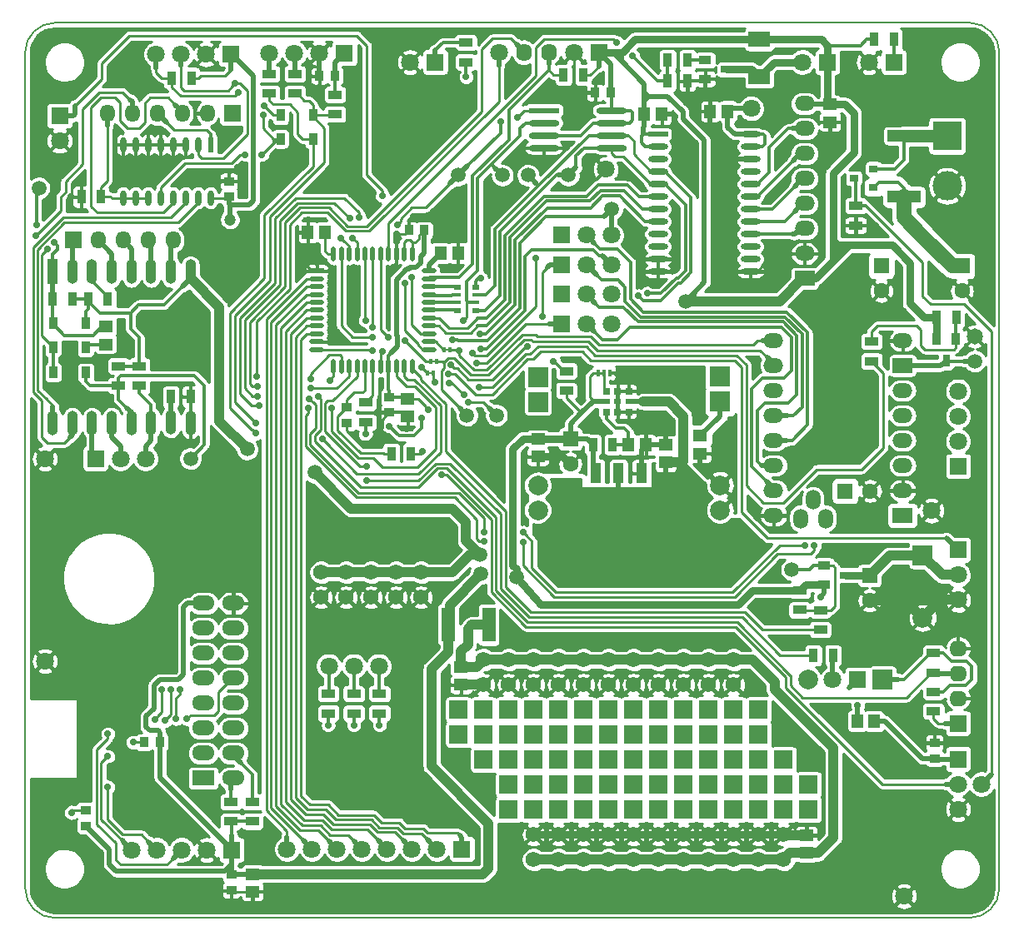
<source format=gbr>
G04 #@! TF.FileFunction,Copper,L1,Top,Signal*
%FSLAX46Y46*%
G04 Gerber Fmt 4.6, Leading zero omitted, Abs format (unit mm)*
G04 Created by KiCad (PCBNEW 4.0.7) date 05/25/18 22:12:55*
%MOMM*%
%LPD*%
G01*
G04 APERTURE LIST*
%ADD10C,0.100000*%
%ADD11C,0.150000*%
%ADD12C,0.200000*%
%ADD13C,0.700000*%
%ADD14R,1.100000X2.500000*%
%ADD15O,1.100000X2.500000*%
%ADD16R,2.286000X1.524000*%
%ADD17O,2.286000X1.524000*%
%ADD18O,2.000000X1.524000*%
%ADD19R,2.000000X1.524000*%
%ADD20R,1.800000X1.800000*%
%ADD21O,1.800000X1.600000*%
%ADD22O,1.500000X1.800000*%
%ADD23R,1.447800X0.949960*%
%ADD24R,1.500000X0.550000*%
%ADD25O,1.500000X0.550000*%
%ADD26O,0.550000X1.500000*%
%ADD27R,1.600000X1.600000*%
%ADD28C,1.600000*%
%ADD29R,1.447800X1.148080*%
%ADD30R,1.148080X1.447800*%
%ADD31R,0.949960X1.447800*%
%ADD32C,1.800000*%
%ADD33C,2.000000*%
%ADD34R,1.998980X1.998980*%
%ADD35R,1.998980X0.599440*%
%ADD36O,1.998980X0.599440*%
%ADD37R,0.900000X1.300000*%
%ADD38R,0.800000X1.300000*%
%ADD39R,1.300000X0.900000*%
%ADD40R,1.300000X0.800000*%
%ADD41R,2.199640X1.600200*%
%ADD42R,3.100000X0.599440*%
%ADD43O,3.100000X0.599440*%
%ADD44R,2.000000X2.000000*%
%ADD45O,1.600000X1.800000*%
%ADD46R,0.800000X0.500000*%
%ADD47R,0.800000X0.400000*%
%ADD48R,0.949960X0.998220*%
%ADD49R,0.998220X0.949960*%
%ADD50R,1.100000X2.100000*%
%ADD51R,3.500000X2.100000*%
%ADD52R,0.800000X0.700000*%
%ADD53R,0.700000X0.700000*%
%ADD54R,0.800000X0.600000*%
%ADD55R,0.700000X0.600000*%
%ADD56R,0.400000X0.800000*%
%ADD57R,0.599440X1.549400*%
%ADD58O,0.599440X1.549400*%
%ADD59O,2.000000X1.500000*%
%ADD60R,2.000000X1.500000*%
%ADD61O,1.500000X2.000000*%
%ADD62R,1.198880X1.447800*%
%ADD63C,1.500000*%
%ADD64R,0.900000X0.800000*%
%ADD65R,3.347720X1.148080*%
%ADD66C,1.565000*%
%ADD67C,1.650000*%
%ADD68R,1.900000X1.900000*%
%ADD69R,1.399540X3.497580*%
%ADD70R,0.400000X0.600000*%
%ADD71R,2.999740X2.999740*%
%ADD72C,2.999740*%
%ADD73R,0.900000X1.200000*%
%ADD74C,1.000000*%
%ADD75C,1.200000*%
%ADD76C,0.800000*%
%ADD77C,0.500000*%
%ADD78C,1.000000*%
%ADD79C,0.300000*%
%ADD80C,0.250000*%
%ADD81C,1.500000*%
%ADD82C,1.300000*%
%ADD83C,0.254000*%
G04 APERTURE END LIST*
D10*
D11*
X22000000Y-135000000D02*
G75*
G03X25000000Y-138000000I3000000J0D01*
G01*
X118000000Y-138000000D02*
G75*
G03X121000000Y-135000000I0J3000000D01*
G01*
X121000000Y-50000000D02*
G75*
G03X118000000Y-47000000I-3000000J0D01*
G01*
X25000000Y-47000000D02*
G75*
G03X22000000Y-50000000I0J-3000000D01*
G01*
X118000000Y-138000000D02*
X25000000Y-138000000D01*
X121000000Y-50000000D02*
X121000000Y-135000000D01*
X25000000Y-47000000D02*
X118000000Y-47000000D01*
X22000000Y-135000000D02*
X22000000Y-50000000D01*
D12*
X63200000Y-81400000D02*
X63800000Y-81400000D01*
X62900000Y-82600000D02*
X63500000Y-82600000D01*
X64600000Y-80200000D02*
X65200000Y-80200000D01*
D13*
X35600000Y-74600000D03*
X34000000Y-76800000D03*
X38600000Y-75300000D03*
X29700000Y-85300000D03*
X25800000Y-85300000D03*
X32600000Y-80200000D03*
D14*
X24800000Y-72300000D03*
D15*
X26800000Y-72300000D03*
X28800000Y-72300000D03*
X30800000Y-72300000D03*
X32800000Y-72300000D03*
X34800000Y-72300000D03*
X36800000Y-72300000D03*
X38800000Y-72300000D03*
X38800000Y-87700000D03*
X36800000Y-87600000D03*
X34800000Y-87700000D03*
X32800000Y-87700000D03*
X30800000Y-87700000D03*
X28800000Y-87700000D03*
X26800000Y-87700000D03*
X24800000Y-87700000D03*
D16*
X40106000Y-123800000D03*
D17*
X40106000Y-121260000D03*
X40106000Y-118720000D03*
X40106000Y-116180000D03*
X40106000Y-113640000D03*
X40106000Y-111100000D03*
X40106000Y-108560000D03*
X40106000Y-106020000D03*
X43154000Y-123800000D03*
X43154000Y-121260000D03*
X43154000Y-118720000D03*
X43154000Y-116180000D03*
X43154000Y-113640000D03*
X43154000Y-111100000D03*
X43154000Y-108560000D03*
X43154000Y-106020000D03*
D13*
X68200000Y-105300000D03*
X72500000Y-109500000D03*
X92700000Y-109700000D03*
X30600000Y-122600000D03*
X107400000Y-82600000D03*
X107400000Y-84200000D03*
X107400000Y-85800000D03*
X107400000Y-87200000D03*
X107400000Y-88600000D03*
X107400000Y-90000000D03*
X103000000Y-79400000D03*
X103000000Y-81000000D03*
X103000000Y-82600000D03*
X103000000Y-84200000D03*
X103000000Y-85800000D03*
X103000000Y-87200000D03*
X103000000Y-88600000D03*
X103000000Y-90000000D03*
X102000000Y-91000000D03*
X101000000Y-92000000D03*
X100000000Y-93000000D03*
X102800000Y-66700000D03*
X102800000Y-64000000D03*
X103800000Y-60400000D03*
D18*
X101200000Y-55220000D03*
X101200000Y-57760000D03*
X101200000Y-60300000D03*
X101200000Y-62840000D03*
X101200000Y-65380000D03*
X101200000Y-67920000D03*
X101200000Y-70460000D03*
D19*
X101200000Y-73000000D03*
D13*
X42900000Y-58100000D03*
X96000000Y-81200000D03*
X71600000Y-53200000D03*
X83300000Y-62800000D03*
X114750000Y-123250000D03*
X104000000Y-117500000D03*
X107500000Y-101000000D03*
X98000000Y-103000000D03*
X66800000Y-91500000D03*
X70000000Y-91500000D03*
X72100000Y-88400000D03*
X66500000Y-88400000D03*
X55600000Y-74800000D03*
X39000000Y-81800000D03*
X32000000Y-51000000D03*
X34800000Y-53400000D03*
D20*
X116800000Y-118220000D03*
D21*
X116800000Y-115680000D03*
X116800000Y-113140000D03*
X116800000Y-110600000D03*
D20*
X26860000Y-69100000D03*
D22*
X29400000Y-69100000D03*
X31940000Y-69100000D03*
X34480000Y-69100000D03*
X37020000Y-69100000D03*
D20*
X43040000Y-56200000D03*
D22*
X40500000Y-56200000D03*
X37960000Y-56200000D03*
X35420000Y-56200000D03*
X32880000Y-56200000D03*
X30340000Y-56200000D03*
D23*
X100700000Y-106698220D03*
X100700000Y-104701780D03*
D24*
X51625654Y-72212643D03*
D25*
X51625654Y-73012643D03*
X51625654Y-73812643D03*
X51625654Y-74612643D03*
X51625654Y-75412643D03*
X51625654Y-76212643D03*
X51625654Y-77012643D03*
X51625654Y-77812643D03*
X51625654Y-78612643D03*
X51625654Y-79412643D03*
X51625654Y-80212643D03*
D26*
X53325654Y-81912643D03*
X54125654Y-81912643D03*
X54925654Y-81912643D03*
X55725654Y-81912643D03*
X56525654Y-81912643D03*
X57325654Y-81912643D03*
X58125654Y-81912643D03*
X58925654Y-81912643D03*
X59725654Y-81912643D03*
X60525654Y-81912643D03*
X61325654Y-81912643D03*
D25*
X63025654Y-80212643D03*
X63025654Y-79412643D03*
X63025654Y-78612643D03*
X63025654Y-77812643D03*
X63025654Y-77012643D03*
X63025654Y-76212643D03*
X63025654Y-75412643D03*
X63025654Y-74612643D03*
X63025654Y-73812643D03*
X63025654Y-73012643D03*
X63025654Y-72212643D03*
D26*
X61325654Y-70512643D03*
X60525654Y-70512643D03*
X59725654Y-70512643D03*
X58925654Y-70512643D03*
X58125654Y-70512643D03*
X57325654Y-70512643D03*
X56525654Y-70512643D03*
X55725654Y-70512643D03*
X54925654Y-70512643D03*
X54125654Y-70512643D03*
X53325654Y-70512643D03*
D27*
X77400000Y-89330000D03*
D28*
X77400000Y-91870000D03*
D29*
X103800000Y-55300840D03*
X103800000Y-57099160D03*
D30*
X93399160Y-56000000D03*
X91600840Y-56000000D03*
D31*
X110298220Y-48700000D03*
X108301780Y-48700000D03*
D23*
X49400000Y-54198220D03*
X49400000Y-52201780D03*
D31*
X116623220Y-76975000D03*
X114626780Y-76975000D03*
D20*
X76485981Y-68593021D03*
D32*
X79025981Y-68593021D03*
X81565981Y-68593021D03*
D20*
X76485980Y-74593021D03*
D32*
X79025980Y-74593021D03*
X81565980Y-74593021D03*
X95800000Y-55700000D03*
D23*
X108000000Y-81398220D03*
X108000000Y-79401780D03*
D31*
X89298220Y-52900000D03*
X87301780Y-52900000D03*
D27*
X117200000Y-71730000D03*
D28*
X117200000Y-74270000D03*
D30*
X50700840Y-68300000D03*
X52499160Y-68300000D03*
D27*
X109000000Y-71730000D03*
D28*
X109000000Y-74270000D03*
D29*
X60861188Y-85212977D03*
X60861188Y-87011297D03*
X90600000Y-89000840D03*
X90600000Y-90799160D03*
D30*
X84900840Y-56300000D03*
X86699160Y-56300000D03*
D33*
X113200000Y-107510000D03*
D34*
X113200000Y-101160000D03*
D35*
X86301000Y-58315000D03*
D36*
X86301000Y-59585000D03*
X86301000Y-60855000D03*
X86301000Y-62125000D03*
X86301000Y-63395000D03*
X86301000Y-64665000D03*
X86301000Y-65935000D03*
X86301000Y-67205000D03*
X86301000Y-68475000D03*
X86301000Y-69745000D03*
X86301000Y-71015000D03*
X86301000Y-72285000D03*
X95699000Y-72285000D03*
X95699000Y-71015000D03*
X95699000Y-69745000D03*
X95699000Y-68475000D03*
X95699000Y-67205000D03*
X95699000Y-65935000D03*
X95699000Y-64665000D03*
X95699000Y-63395000D03*
X95699000Y-62125000D03*
X95699000Y-60855000D03*
X95699000Y-59585000D03*
X95699000Y-58315000D03*
D20*
X66390000Y-131000000D03*
D32*
X63850000Y-131000000D03*
X61310000Y-131000000D03*
X58770000Y-131000000D03*
X56230000Y-131000000D03*
X53690000Y-131000000D03*
X51150000Y-131000000D03*
X48610000Y-131000000D03*
X114100000Y-96600000D03*
D37*
X116550000Y-79100000D03*
X114650000Y-79100000D03*
D38*
X115600000Y-81300000D03*
D39*
X91100000Y-50800000D03*
X91100000Y-52700000D03*
D40*
X93300000Y-51750000D03*
D39*
X103200000Y-102200000D03*
X103200000Y-104100000D03*
D40*
X105400000Y-103150000D03*
D23*
X114300000Y-111101780D03*
X114300000Y-113098220D03*
X114300000Y-115001780D03*
X114300000Y-116998220D03*
D31*
X78698220Y-52300000D03*
X76701780Y-52300000D03*
X61198220Y-90800000D03*
X59201780Y-90800000D03*
D23*
X56600000Y-85601780D03*
X56600000Y-87598220D03*
D31*
X104096440Y-111300000D03*
X102100000Y-111300000D03*
X89298220Y-50800000D03*
X87301780Y-50800000D03*
D23*
X102800000Y-108698220D03*
X102800000Y-106701780D03*
X77000000Y-82401780D03*
X77000000Y-84398220D03*
X53500000Y-56298220D03*
X53500000Y-54301780D03*
D31*
X36901780Y-52600000D03*
X38898220Y-52600000D03*
D20*
X76485981Y-71593020D03*
D32*
X79025981Y-71593020D03*
X81565981Y-71593020D03*
D20*
X76485981Y-77593021D03*
D32*
X79025981Y-77593021D03*
X81565981Y-77593021D03*
D30*
X64204668Y-70414366D03*
X66002988Y-70414366D03*
D29*
X74100000Y-89300840D03*
X74100000Y-91099160D03*
D27*
X105330000Y-94600000D03*
D28*
X107870000Y-94600000D03*
D27*
X107800000Y-103200000D03*
D28*
X107800000Y-105740000D03*
D41*
X96600000Y-52499920D03*
X96600000Y-48700080D03*
D42*
X74714845Y-55901165D03*
D43*
X74714845Y-57171165D03*
X74714845Y-58441165D03*
X74714845Y-59711165D03*
X81572845Y-59711165D03*
X81572845Y-58441165D03*
X81572845Y-57171165D03*
X81572845Y-55901165D03*
D33*
X92600000Y-96540000D03*
X92600000Y-94000000D03*
D44*
X92600000Y-85500000D03*
X92600000Y-82960000D03*
X74100000Y-83000000D03*
X74100000Y-85540000D03*
D33*
X74100000Y-94040000D03*
X74100000Y-96540000D03*
D32*
X24000000Y-111900000D03*
D20*
X80280000Y-50000000D03*
D32*
X77740000Y-50000000D03*
D45*
X75200000Y-50000000D03*
X72660000Y-50000000D03*
D32*
X70120000Y-50000000D03*
D20*
X25500000Y-56460000D03*
D32*
X25500000Y-59000000D03*
D20*
X110270000Y-51000000D03*
D32*
X107730000Y-51000000D03*
D20*
X116800000Y-92080000D03*
D32*
X116800000Y-89540000D03*
X116800000Y-87000000D03*
X116800000Y-84460000D03*
D20*
X103520000Y-51000000D03*
D32*
X100980000Y-51000000D03*
X111300000Y-135800000D03*
D46*
X67752356Y-76257007D03*
D47*
X67752356Y-74657007D03*
X67752356Y-75457007D03*
D46*
X67752356Y-73857007D03*
D47*
X65952356Y-75457007D03*
D46*
X65952356Y-76257007D03*
D47*
X65952356Y-74657007D03*
D46*
X65952356Y-73857007D03*
D20*
X106601183Y-113756224D03*
D32*
X104061183Y-113756224D03*
D20*
X42940000Y-50200000D03*
D32*
X40400000Y-50200000D03*
X37860000Y-50200000D03*
X35320000Y-50200000D03*
D20*
X116800000Y-121860000D03*
D32*
X116800000Y-124400000D03*
X116800000Y-126940000D03*
D20*
X54440000Y-50100000D03*
D32*
X51900000Y-50100000D03*
X49360000Y-50100000D03*
X46820000Y-50100000D03*
D20*
X116800000Y-100600000D03*
D32*
X116800000Y-103140000D03*
X116800000Y-105680000D03*
D48*
X62577987Y-68080914D03*
X60982867Y-68080914D03*
D49*
X59022710Y-85031734D03*
X59022710Y-86626854D03*
X54700000Y-86102440D03*
X54700000Y-87697560D03*
D48*
X81512405Y-54101165D03*
X79917285Y-54101165D03*
X53497560Y-52400000D03*
X51902440Y-52400000D03*
D30*
X83300840Y-89900000D03*
X85099160Y-89900000D03*
D29*
X87100000Y-91699160D03*
X87100000Y-89900840D03*
X30200000Y-79699160D03*
X30200000Y-77900840D03*
D50*
X84600000Y-92800000D03*
X82300000Y-92800000D03*
X80000000Y-92800000D03*
D51*
X82300000Y-99000000D03*
D52*
X81050000Y-86550000D03*
D53*
X82200000Y-86550000D03*
D52*
X83350000Y-86550000D03*
D54*
X81050000Y-85500000D03*
D55*
X82200000Y-85500000D03*
D54*
X83350000Y-85500000D03*
D52*
X83350000Y-84450000D03*
X81050000Y-84450000D03*
D53*
X82200000Y-84450000D03*
D20*
X63670000Y-51000000D03*
D32*
X61130000Y-51000000D03*
D20*
X29160000Y-91300000D03*
D32*
X31700000Y-91300000D03*
X34240000Y-91300000D03*
D23*
X46800000Y-54198220D03*
X46800000Y-52201780D03*
D31*
X27701780Y-64700000D03*
X29698220Y-64700000D03*
D23*
X66800000Y-50998220D03*
X66800000Y-49001780D03*
D31*
X79701780Y-89900000D03*
X81698220Y-89900000D03*
X30398220Y-75100000D03*
X28401780Y-75100000D03*
X24803560Y-75100000D03*
X26800000Y-75100000D03*
X36801780Y-85000000D03*
X38798220Y-85000000D03*
D23*
X31500000Y-83898220D03*
X31500000Y-81901780D03*
D56*
X80200000Y-82600000D03*
X80800000Y-82600000D03*
X81400000Y-82600000D03*
D57*
X40845000Y-59402520D03*
D58*
X39575000Y-59402520D03*
X38305000Y-59402520D03*
X37035000Y-59402520D03*
X35765000Y-59402520D03*
X34495000Y-59402520D03*
X33225000Y-59402520D03*
X31955000Y-59402520D03*
X31955000Y-64797480D03*
X33225000Y-64797480D03*
X34495000Y-64797480D03*
X35765000Y-64797480D03*
X37035000Y-64797480D03*
X38305000Y-64797480D03*
X39575000Y-64797480D03*
X40845000Y-64797480D03*
D44*
X109131183Y-113756224D03*
D33*
X101531183Y-113756224D03*
D59*
X111150000Y-79310000D03*
D60*
X111150000Y-81850000D03*
D59*
X111150000Y-84390000D03*
X111150000Y-86930000D03*
X111150000Y-92010000D03*
X111150000Y-94550000D03*
X111150000Y-89470000D03*
D60*
X111150000Y-97090000D03*
D59*
X98050000Y-92010000D03*
X98050000Y-79310000D03*
X98050000Y-81850000D03*
X98050000Y-86930000D03*
X98050000Y-97090000D03*
X98050000Y-84390000D03*
X98050000Y-89470000D03*
X98050000Y-94550000D03*
D61*
X100790000Y-97390000D03*
X102060000Y-95520000D03*
X103330000Y-97390000D03*
D49*
X114400000Y-121797560D03*
X114400000Y-120202440D03*
D62*
X108248360Y-118000000D03*
X106551640Y-118000000D03*
D13*
X46800000Y-62800000D03*
D63*
X118500000Y-81400000D03*
X77200000Y-62500000D03*
X70500000Y-62500000D03*
X73100000Y-62500000D03*
X81600000Y-65950000D03*
X66000000Y-62500000D03*
X69900000Y-86900000D03*
X66900000Y-86900000D03*
X23400000Y-63800000D03*
X38800000Y-91300000D03*
D32*
X24003000Y-91313000D03*
D64*
X108200000Y-63750000D03*
X108200000Y-61850000D03*
X106200000Y-62800000D03*
D23*
X106400000Y-67598220D03*
X106400000Y-65601780D03*
D65*
X111300000Y-64698800D03*
X111300000Y-58501200D03*
D32*
X119200000Y-124400000D03*
D49*
X42950000Y-133602440D03*
X42950000Y-135197560D03*
D29*
X45100000Y-133551680D03*
X45100000Y-135350000D03*
D48*
X34102440Y-120150000D03*
X35697560Y-120150000D03*
D49*
X28150000Y-128645120D03*
X28150000Y-127050000D03*
D32*
X57940000Y-112400000D03*
X55400000Y-112400000D03*
X52860000Y-112400000D03*
D20*
X42980000Y-131100000D03*
D32*
X40440000Y-131100000D03*
X37900000Y-131100000D03*
X35360000Y-131100000D03*
X32820000Y-131100000D03*
D23*
X58000000Y-117198220D03*
X58000000Y-115201780D03*
X55400000Y-117198220D03*
X55400000Y-115201780D03*
X52800000Y-117198220D03*
X52800000Y-115201780D03*
X45100000Y-126201780D03*
X45100000Y-128198220D03*
X42900000Y-126200000D03*
X42900000Y-128196440D03*
D66*
X73660000Y-129540000D03*
X76200000Y-129540000D03*
X78740000Y-129540000D03*
X81280000Y-129540000D03*
X83820000Y-129540000D03*
X86360000Y-129540000D03*
X88900000Y-129540000D03*
X91440000Y-129540000D03*
X93980000Y-129540000D03*
X96520000Y-129540000D03*
X99060000Y-129540000D03*
D32*
X81000000Y-61900000D03*
D67*
X118500000Y-78900000D03*
D68*
X71120000Y-127000000D03*
X73660000Y-127000000D03*
X76200000Y-127000000D03*
X78740000Y-127000000D03*
X81280000Y-127000000D03*
X83820000Y-127000000D03*
X86360000Y-127000000D03*
X88900000Y-127000000D03*
X91440000Y-127000000D03*
X93980000Y-127000000D03*
X96520000Y-127000000D03*
X99060000Y-127000000D03*
X101600000Y-127000000D03*
D66*
X68580000Y-114300000D03*
X71120000Y-114300000D03*
X73660000Y-114300000D03*
X76200000Y-114300000D03*
X78740000Y-114300000D03*
X81280000Y-114300000D03*
X83820000Y-114300000D03*
X86360000Y-114300000D03*
X88900000Y-114300000D03*
X91440000Y-114300000D03*
X93980000Y-114300000D03*
D68*
X66040000Y-116840000D03*
X68580000Y-116840000D03*
X71120000Y-116840000D03*
X73660000Y-116840000D03*
X76200000Y-116840000D03*
X78740000Y-116840000D03*
X81280000Y-116840000D03*
X83820000Y-116840000D03*
X86360000Y-116840000D03*
X88900000Y-116840000D03*
X91440000Y-116840000D03*
X93980000Y-116840000D03*
X96520000Y-116840000D03*
X68580000Y-121920000D03*
X71120000Y-121920000D03*
X73660000Y-121920000D03*
X76200000Y-121920000D03*
X78740000Y-121920000D03*
X81280000Y-121920000D03*
X83820000Y-121920000D03*
X86360000Y-121920000D03*
X88900000Y-121920000D03*
X91440000Y-121920000D03*
X93980000Y-121920000D03*
X96520000Y-121920000D03*
X99060000Y-121920000D03*
D49*
X42700000Y-64697560D03*
X42700000Y-63102440D03*
D66*
X52070000Y-102870000D03*
X54610000Y-102870000D03*
X57150000Y-102870000D03*
X59690000Y-102870000D03*
X62230000Y-102870000D03*
X52070000Y-105410000D03*
X54610000Y-105410000D03*
X57150000Y-105410000D03*
X59690000Y-105410000D03*
X62230000Y-105410000D03*
X73660000Y-132080000D03*
X76200000Y-132080000D03*
X78740000Y-132080000D03*
X81280000Y-132080000D03*
X83820000Y-132080000D03*
X86360000Y-132080000D03*
X88900000Y-132080000D03*
X91440000Y-132080000D03*
X93980000Y-132080000D03*
X96520000Y-132080000D03*
X99060000Y-132080000D03*
D68*
X66040000Y-119380000D03*
X68580000Y-119380000D03*
X71120000Y-119380000D03*
X73660000Y-119380000D03*
X76200000Y-119380000D03*
X78740000Y-119380000D03*
X81280000Y-119380000D03*
X83820000Y-119380000D03*
X86360000Y-119380000D03*
X88900000Y-119380000D03*
X91440000Y-119380000D03*
X93980000Y-119380000D03*
X96520000Y-119380000D03*
X71120000Y-124460000D03*
X73660000Y-124460000D03*
X76200000Y-124460000D03*
X78740000Y-124460000D03*
X81280000Y-124460000D03*
X83820000Y-124460000D03*
X86360000Y-124460000D03*
X88900000Y-124460000D03*
X91440000Y-124460000D03*
X93980000Y-124460000D03*
X96520000Y-124460000D03*
X99060000Y-124460000D03*
X101600000Y-124460000D03*
D66*
X68580000Y-111760000D03*
X71120000Y-111760000D03*
X73660000Y-111760000D03*
X76200000Y-111760000D03*
X78740000Y-111760000D03*
X81280000Y-111760000D03*
X83820000Y-111760000D03*
X86360000Y-111760000D03*
X88900000Y-111760000D03*
X91440000Y-111760000D03*
X93980000Y-111760000D03*
D69*
X65006220Y-108204000D03*
X69105780Y-108204000D03*
D29*
X101400000Y-129600000D03*
X101400000Y-131398320D03*
X66300000Y-114300000D03*
X66300000Y-112501680D03*
D63*
X99900000Y-102600000D03*
D70*
X63800000Y-81400000D03*
X63200000Y-81400000D03*
X63500000Y-82600000D03*
X62900000Y-82600000D03*
X65200000Y-80200000D03*
X64600000Y-80200000D03*
D71*
X115700000Y-58500000D03*
D72*
X115700000Y-63580000D03*
D73*
X47950000Y-56400000D03*
X51250000Y-56400000D03*
X51250000Y-58800000D03*
X47950000Y-58800000D03*
X24850000Y-80000000D03*
X28150000Y-80000000D03*
X28150000Y-77500000D03*
X24850000Y-77500000D03*
X24850000Y-82550000D03*
X28150000Y-82550000D03*
D23*
X33600000Y-81901780D03*
X33600000Y-83898220D03*
D63*
X68324990Y-103000000D03*
X71900032Y-103350042D03*
D13*
X63000000Y-86300000D03*
D63*
X89098419Y-75299968D03*
D13*
X106600000Y-116400000D03*
X102800000Y-105400000D03*
X23600000Y-124400000D03*
X23600000Y-127800000D03*
X33600000Y-122200000D03*
X59400000Y-122000000D03*
X51200000Y-122000000D03*
X41350000Y-135250000D03*
X112800000Y-119600000D03*
X114400000Y-119000000D03*
X108400000Y-67600000D03*
X26600000Y-64700000D03*
X27700000Y-63200000D03*
X33200000Y-61200000D03*
X43540166Y-61740166D03*
X44300000Y-63000000D03*
X41100000Y-63000000D03*
D63*
X87100000Y-88000000D03*
D13*
X50800000Y-67025043D03*
X50599990Y-70000000D03*
X60800000Y-88250000D03*
X58073002Y-88250000D03*
X54000000Y-79200000D03*
X57800000Y-86600000D03*
X94100000Y-60855000D03*
X91600840Y-57400000D03*
X90200000Y-55800000D03*
X74700000Y-60999935D03*
X77025087Y-59625087D03*
X72400000Y-59800000D03*
X87878685Y-72227610D03*
X61406141Y-66706141D03*
X88000000Y-56500000D03*
X84800000Y-71700000D03*
X87900000Y-71000000D03*
D63*
X103199998Y-77800000D03*
D13*
X65969662Y-71969662D03*
X66000000Y-68600000D03*
X53083013Y-72252844D03*
X59724241Y-68498443D03*
X59058065Y-72005356D03*
D74*
X103800000Y-58950000D03*
X91100000Y-54100000D03*
D13*
X78414845Y-54401165D03*
D63*
X44550001Y-90350001D03*
X51435000Y-92710000D03*
X68249999Y-101099811D03*
D75*
X42800000Y-67000000D03*
D63*
X74900000Y-99800000D03*
D13*
X67043520Y-85581932D03*
X66075010Y-80300000D03*
X58300000Y-64574979D03*
X61285452Y-72861425D03*
X85200000Y-74500000D03*
X84285027Y-74755631D03*
X68250000Y-78599990D03*
X68299935Y-73000000D03*
X63627305Y-83572695D03*
X65016583Y-82657506D03*
X65276582Y-81782560D03*
X73049845Y-79924835D03*
X58272710Y-80429540D03*
X67835211Y-81574968D03*
X57300000Y-80300000D03*
X56700000Y-93574969D03*
X56700000Y-92124958D03*
X68302529Y-80124956D03*
X66500000Y-77300000D03*
X51780261Y-85019603D03*
X53000000Y-83400000D03*
X50750000Y-86150016D03*
X102200000Y-100125000D03*
X72600000Y-99800000D03*
X68600001Y-99700001D03*
X45803429Y-85874063D03*
X55930327Y-66798374D03*
X55301514Y-68898011D03*
X68599989Y-98800000D03*
X72600053Y-98800000D03*
X45575146Y-84949474D03*
X101249997Y-100125000D03*
X54981678Y-66849237D03*
X54092452Y-68858745D03*
X50898403Y-85199410D03*
X50992636Y-83212652D03*
X45547632Y-82970259D03*
X45630661Y-84000470D03*
X51045480Y-84161193D03*
X53175119Y-86200000D03*
X45449882Y-87733340D03*
X52192175Y-89327330D03*
X45449882Y-88721001D03*
X70301401Y-57006066D03*
X72000004Y-56600000D03*
X59806731Y-67552031D03*
X60560452Y-73506204D03*
X66800000Y-52500000D03*
X83720596Y-50373636D03*
X82099996Y-49000000D03*
X65100002Y-83600000D03*
X66578908Y-84811116D03*
X68116221Y-84074990D03*
X56600654Y-77264165D03*
X67425022Y-80591302D03*
X57300000Y-78999998D03*
X73905331Y-70955331D03*
X46050000Y-60400000D03*
X44350000Y-60400000D03*
X46200000Y-56400000D03*
X43700000Y-54100000D03*
X64350000Y-92950000D03*
X62400000Y-90600000D03*
X46275319Y-55423536D03*
X43334137Y-53172054D03*
X65400000Y-79200000D03*
X62300000Y-87200000D03*
X56600000Y-88800000D03*
X59000000Y-88000000D03*
X75699998Y-81400000D03*
X74600000Y-76868021D03*
X23177691Y-67577691D03*
X24913807Y-69341787D03*
X24300000Y-70000000D03*
X23054989Y-68654989D03*
X32950000Y-120150000D03*
X26700000Y-127300004D03*
X30400000Y-119300000D03*
X30400000Y-124700000D03*
X30400000Y-121600000D03*
X58000000Y-118400000D03*
X55400000Y-118400000D03*
X52800000Y-118400000D03*
X37702649Y-114824979D03*
X37351636Y-117750000D03*
X36218947Y-117928094D03*
X36802646Y-114824979D03*
X35200000Y-117800000D03*
X35903753Y-114780309D03*
X38447393Y-117761989D03*
X60600011Y-79300000D03*
X58900000Y-79000000D03*
X62298131Y-82003739D03*
X57325654Y-77937403D03*
D76*
X104100000Y-68600000D02*
X104100000Y-69500000D01*
X104100000Y-62300000D02*
X104100000Y-68600000D01*
D77*
X104100000Y-68600000D02*
X104100000Y-69000000D01*
X104100000Y-69000000D02*
X104700000Y-69600000D01*
X84900840Y-56300000D02*
X84900840Y-54899160D01*
X84900840Y-54899160D02*
X85300000Y-54500000D01*
X84900840Y-54500000D02*
X85300000Y-54500000D01*
X85300000Y-54500000D02*
X87300000Y-54500000D01*
X84900840Y-54000000D02*
X84900840Y-54100840D01*
X84900840Y-54100840D02*
X85300000Y-54500000D01*
X82580000Y-50900000D02*
X81680000Y-50000000D01*
X84900840Y-53220840D02*
X82580000Y-50900000D01*
X82580000Y-50900000D02*
X82580000Y-50100004D01*
X82580000Y-50100004D02*
X82680004Y-50000000D01*
D76*
X71900032Y-103350042D02*
X71900032Y-102525351D01*
X71900032Y-102525351D02*
X71550042Y-102175361D01*
X71550042Y-102175361D02*
X71550042Y-90326898D01*
D77*
X59800001Y-78799651D02*
X59800001Y-79899999D01*
X59774759Y-78774409D02*
X59800001Y-78799651D01*
X59800001Y-79899999D02*
X59122711Y-80577289D01*
D78*
X63300000Y-113400000D02*
X63300000Y-122600000D01*
X65006220Y-108204000D02*
X65006220Y-110952790D01*
X65006220Y-110952790D02*
X63300000Y-112659010D01*
X63300000Y-112659010D02*
X63300000Y-113400000D01*
X65124990Y-106200000D02*
X65124990Y-108085230D01*
X65124990Y-108085230D02*
X65006220Y-108204000D01*
X68324990Y-103000000D02*
X65124990Y-106200000D01*
X45100000Y-133551680D02*
X68498320Y-133551680D01*
X68498320Y-133551680D02*
X69100000Y-132950000D01*
X69100000Y-132950000D02*
X69100000Y-128400000D01*
X69100000Y-128400000D02*
X63300000Y-122600000D01*
D76*
X74375018Y-106175018D02*
X71900032Y-103350042D01*
X100700000Y-104701780D02*
X99176100Y-104701780D01*
X99176100Y-104701780D02*
X99174320Y-104700000D01*
X99174320Y-104700000D02*
X95900000Y-104700000D01*
X95900000Y-104700000D02*
X94424982Y-106175018D01*
X94424982Y-106175018D02*
X74375018Y-106175018D01*
X71550042Y-90326898D02*
X72576100Y-89300840D01*
X72576100Y-89300840D02*
X74100000Y-89300840D01*
D77*
X35697560Y-120150000D02*
X35697560Y-119150890D01*
X35697560Y-119150890D02*
X35496670Y-118950000D01*
X34290000Y-118590000D02*
X34290000Y-117525998D01*
X37592000Y-113792000D02*
X38100000Y-113284000D01*
X38506000Y-106020000D02*
X40360000Y-106020000D01*
X35496670Y-118950000D02*
X34650000Y-118950000D01*
X34650000Y-118950000D02*
X34290000Y-118590000D01*
X38100000Y-113284000D02*
X38100000Y-106426000D01*
X34290000Y-117525998D02*
X35103752Y-116712246D01*
X35103752Y-114351752D02*
X35663504Y-113792000D01*
X35103752Y-116712246D02*
X35103752Y-114351752D01*
X35663504Y-113792000D02*
X37592000Y-113792000D01*
X38100000Y-106426000D02*
X38506000Y-106020000D01*
D79*
X111343776Y-113756224D02*
X110750000Y-113756224D01*
D77*
X109131183Y-113756224D02*
X110631183Y-113756224D01*
X110631183Y-113756224D02*
X110750000Y-113756224D01*
D79*
X42980000Y-129600000D02*
X42980000Y-128276440D01*
D77*
X42980000Y-131100000D02*
X42980000Y-129600000D01*
X80280000Y-50000000D02*
X80280000Y-51443200D01*
X35697560Y-120150000D02*
X35697560Y-123747560D01*
X35697560Y-123747560D02*
X42980000Y-131030000D01*
X42980000Y-131030000D02*
X42980000Y-131100000D01*
X42950000Y-133602440D02*
X42950000Y-131130000D01*
X42950000Y-131130000D02*
X42980000Y-131100000D01*
X45100000Y-133551680D02*
X43000760Y-133551680D01*
X43000760Y-133551680D02*
X42950000Y-133602440D01*
X42300000Y-133250000D02*
X42980000Y-132570000D01*
X42980000Y-132570000D02*
X42980000Y-131100000D01*
X31250000Y-133250000D02*
X42300000Y-133250000D01*
X30550000Y-132550000D02*
X31250000Y-133250000D01*
X30550000Y-131020990D02*
X30550000Y-132550000D01*
X28150000Y-128645120D02*
X28174130Y-128645120D01*
X28174130Y-128645120D02*
X30550000Y-131020990D01*
D79*
X42980000Y-128276440D02*
X42900000Y-128196440D01*
X45100000Y-128198220D02*
X42901780Y-128198220D01*
X42901780Y-128198220D02*
X42900000Y-128196440D01*
D78*
X97775032Y-75299968D02*
X90400000Y-75299968D01*
X90400000Y-75299968D02*
X89098419Y-75299968D01*
D77*
X89848418Y-74549969D02*
X89848418Y-74748386D01*
X89848418Y-74748386D02*
X90400000Y-75299968D01*
D76*
X105700000Y-69600000D02*
X110090002Y-69600000D01*
X110090002Y-69600000D02*
X111890002Y-71400000D01*
X111890002Y-71400000D02*
X111890002Y-75513202D01*
X111890002Y-75513202D02*
X113351800Y-76975000D01*
X113351800Y-76975000D02*
X114626780Y-76975000D01*
X104700000Y-69600000D02*
X104200000Y-69600000D01*
X105700000Y-69600000D02*
X104700000Y-69600000D01*
X104100000Y-69500000D02*
X104100000Y-70500000D01*
X104700000Y-69600000D02*
X104700000Y-69900000D01*
X104100000Y-70500000D02*
X104100000Y-71200000D01*
X104700000Y-69900000D02*
X104100000Y-70500000D01*
X104200000Y-69600000D02*
X104100000Y-69500000D01*
X104100000Y-71200000D02*
X105700000Y-69600000D01*
X104100000Y-71200000D02*
X102300000Y-73000000D01*
X106200000Y-60200000D02*
X104100000Y-62300000D01*
X106200000Y-59700000D02*
X106200000Y-60200000D01*
X106200000Y-56176940D02*
X106200000Y-59700000D01*
X114626780Y-76975000D02*
X114626780Y-79076780D01*
X114626780Y-79076780D02*
X114650000Y-79100000D01*
X102300000Y-73000000D02*
X101000000Y-73000000D01*
D78*
X98700032Y-75299968D02*
X97775032Y-75299968D01*
X101000000Y-73000000D02*
X98700032Y-75299968D01*
D79*
X114300000Y-111101780D02*
X113998220Y-111101780D01*
X113998220Y-111101780D02*
X111343776Y-113756224D01*
D80*
X80200000Y-82600000D02*
X80800000Y-82600000D01*
X61912977Y-85212977D02*
X62650001Y-85950001D01*
X60861188Y-85212977D02*
X61912977Y-85212977D01*
X62650001Y-85950001D02*
X63000000Y-86300000D01*
D77*
X91000000Y-58900000D02*
X91000000Y-73398387D01*
X88850001Y-56050001D02*
X88850001Y-56750001D01*
X87300000Y-54500000D02*
X88850001Y-56050001D01*
X91000000Y-73398387D02*
X89848418Y-74549969D01*
X88850001Y-56750001D02*
X91000000Y-58900000D01*
X89848418Y-74549969D02*
X89098419Y-75299968D01*
D76*
X103200000Y-104100000D02*
X101301780Y-104100000D01*
X101301780Y-104100000D02*
X100700000Y-104701780D01*
D77*
X106600000Y-116400000D02*
X106600000Y-117951640D01*
X106600000Y-117951640D02*
X106551640Y-118000000D01*
D79*
X114300000Y-115001780D02*
X115323900Y-115001780D01*
X115323900Y-115001780D02*
X115925680Y-114400000D01*
X115925680Y-114400000D02*
X117600000Y-114400000D01*
X117600000Y-114400000D02*
X118200000Y-113800000D01*
X118200000Y-113800000D02*
X118200000Y-112400000D01*
X118200000Y-112400000D02*
X117700000Y-111900000D01*
X117700000Y-111900000D02*
X116122120Y-111900000D01*
X116122120Y-111900000D02*
X115323900Y-111101780D01*
X115323900Y-111101780D02*
X114300000Y-111101780D01*
D77*
X105729403Y-114628004D02*
X106601183Y-113756224D01*
X103200000Y-104100000D02*
X103200000Y-105000000D01*
X103200000Y-105000000D02*
X102800000Y-105400000D01*
X62577987Y-68080914D02*
X62577987Y-70422013D01*
X62577987Y-70422013D02*
X62200000Y-70800000D01*
D79*
X59122711Y-80577289D02*
X59122711Y-80665586D01*
X59122711Y-80665586D02*
X58925654Y-80862643D01*
X59674759Y-78822409D02*
X59774759Y-78822409D01*
D77*
X59710451Y-73098203D02*
X59710451Y-78710101D01*
X59710451Y-78710101D02*
X59774759Y-78774409D01*
X59774759Y-78774409D02*
X59774759Y-78822409D01*
X61100000Y-71900000D02*
X60988576Y-72011424D01*
X60988576Y-72011424D02*
X60797230Y-72011424D01*
X60797230Y-72011424D02*
X59710451Y-73098203D01*
X61700000Y-71900000D02*
X61100000Y-71900000D01*
X62200000Y-70800000D02*
X62200000Y-71400000D01*
X62200000Y-71400000D02*
X61700000Y-71900000D01*
D76*
X96600000Y-48700080D02*
X83979924Y-48700080D01*
X81980000Y-50000000D02*
X80280000Y-50000000D01*
X83979924Y-48700080D02*
X82680004Y-50000000D01*
X82680004Y-50000000D02*
X81980000Y-50000000D01*
D77*
X84900840Y-56300000D02*
X84900840Y-54500000D01*
X84900840Y-54500000D02*
X84900840Y-54000000D01*
D79*
X53497560Y-52400000D02*
X53497560Y-54299340D01*
X53497560Y-54299340D02*
X53498220Y-54300000D01*
D77*
X53497560Y-52400000D02*
X53497560Y-51042440D01*
X53497560Y-51042440D02*
X54440000Y-50100000D01*
D79*
X58925654Y-82962643D02*
X58925654Y-84302944D01*
X58925654Y-84302944D02*
X59022710Y-84400000D01*
X59022710Y-84400000D02*
X59022710Y-85031734D01*
X58925654Y-81912643D02*
X58925654Y-82962643D01*
X58925654Y-80862643D02*
X58925654Y-81912643D01*
D80*
X79400000Y-82950000D02*
X79400000Y-85100000D01*
X79400000Y-85100000D02*
X79800000Y-85500000D01*
X80200000Y-82600000D02*
X79750000Y-82600000D01*
X79750000Y-82600000D02*
X79400000Y-82950000D01*
D77*
X79701780Y-89900000D02*
X79701780Y-92501780D01*
X79701780Y-92501780D02*
X80000000Y-92800000D01*
X77400000Y-89330000D02*
X79131780Y-89330000D01*
X79131780Y-89330000D02*
X79701780Y-89900000D01*
X77400000Y-87800000D02*
X78500000Y-86700000D01*
X78500000Y-86700000D02*
X79700000Y-85500000D01*
D80*
X77000000Y-84398220D02*
X77000000Y-85123200D01*
X77000000Y-85123200D02*
X78500000Y-86623200D01*
X78500000Y-86623200D02*
X78500000Y-86700000D01*
D77*
X77400000Y-89330000D02*
X77400000Y-87800000D01*
X79700000Y-85500000D02*
X79800000Y-85500000D01*
D79*
X79800000Y-85500000D02*
X79701780Y-85598220D01*
D77*
X81050000Y-85500000D02*
X79800000Y-85500000D01*
D80*
X78698220Y-52300000D02*
X79423200Y-52300000D01*
X79423200Y-52300000D02*
X80280000Y-51443200D01*
D76*
X74100000Y-89300840D02*
X77370840Y-89300840D01*
X77370840Y-89300840D02*
X77400000Y-89330000D01*
D80*
X77000000Y-88930000D02*
X77400000Y-89330000D01*
D77*
X81512405Y-54101165D02*
X81512405Y-51232405D01*
X81512405Y-51232405D02*
X80280000Y-50000000D01*
X84900840Y-54000000D02*
X84900840Y-53220840D01*
D80*
X62032295Y-68960416D02*
X61639005Y-69353706D01*
X61639005Y-69353706D02*
X61356162Y-69353706D01*
X62577987Y-68080914D02*
X62032295Y-68626605D01*
X62032295Y-68626605D02*
X62032295Y-68960416D01*
D76*
X77400000Y-89150000D02*
X77400000Y-89330000D01*
D77*
X114600000Y-77400000D02*
X114650000Y-77450000D01*
D76*
X103800000Y-55300840D02*
X105323900Y-55300840D01*
X105323900Y-55300840D02*
X106200000Y-56176940D01*
X103520000Y-51000000D02*
X103520000Y-55020840D01*
X103520000Y-55020840D02*
X103800000Y-55300840D01*
D77*
X103800000Y-55300840D02*
X101080840Y-55300840D01*
X101080840Y-55300840D02*
X101000000Y-55220000D01*
X81680000Y-50000000D02*
X80280000Y-50000000D01*
D76*
X103520000Y-49300000D02*
X102920080Y-48700080D01*
X102920080Y-48700080D02*
X96600000Y-48700080D01*
D79*
X108301780Y-48700000D02*
X107526800Y-48700000D01*
X107526800Y-48700000D02*
X106926800Y-49300000D01*
X106926800Y-49300000D02*
X103520000Y-49300000D01*
D76*
X103520000Y-51000000D02*
X103520000Y-49300000D01*
D79*
X81572845Y-55901164D02*
X81572845Y-54161605D01*
X81572845Y-54161605D02*
X81512405Y-54101165D01*
X81572845Y-57171165D02*
X79722844Y-57171165D01*
X79722844Y-57171165D02*
X78452845Y-58441165D01*
X78452845Y-58441165D02*
X76564845Y-58441165D01*
X76564845Y-58441165D02*
X74714845Y-58441165D01*
X83714845Y-56101165D02*
X83514845Y-55901165D01*
X83514845Y-55901165D02*
X81572845Y-55901164D01*
X83714845Y-56879165D02*
X83714845Y-56101165D01*
X81572845Y-57171165D02*
X83422845Y-57171166D01*
X83422845Y-57171166D02*
X83714845Y-56879165D01*
X60861189Y-85212978D02*
X60679945Y-85031734D01*
X60679945Y-85031734D02*
X59022710Y-85031734D01*
D80*
X61325654Y-70512641D02*
X61356162Y-70482133D01*
X61356162Y-69353706D02*
X61073320Y-69070864D01*
X61356162Y-70482133D02*
X61356162Y-69353706D01*
X60790476Y-69070863D02*
X60525654Y-69335687D01*
X61073320Y-69070864D02*
X60790476Y-69070863D01*
X60525654Y-69335687D02*
X60525654Y-70512642D01*
D77*
X84900840Y-56300000D02*
X84900840Y-57523900D01*
X84900840Y-57523900D02*
X84785000Y-57639740D01*
X84785000Y-57639740D02*
X84785000Y-58315000D01*
D79*
X84600000Y-58500000D02*
X84785000Y-58315000D01*
X84785000Y-58315000D02*
X86301000Y-58315000D01*
X84600000Y-59183490D02*
X84600000Y-58500000D01*
X86301000Y-59585000D02*
X85001510Y-59585000D01*
X85001510Y-59585000D02*
X84600000Y-59183490D01*
D77*
X85615000Y-58315000D02*
X86301000Y-58315000D01*
X101000000Y-54920000D02*
X101000000Y-55220000D01*
D80*
X80800000Y-82600000D02*
X80800000Y-84200000D01*
X80800000Y-84200000D02*
X81050000Y-84450000D01*
D77*
X104061183Y-113756224D02*
X104061183Y-111335257D01*
X104061183Y-111335257D02*
X104096440Y-111300000D01*
D80*
X104061182Y-113756224D02*
X104061183Y-111284444D01*
X104061183Y-111284444D02*
X104032963Y-111256224D01*
D78*
X68580000Y-114300000D02*
X66300000Y-114300000D01*
X101400000Y-129600000D02*
X99120000Y-129600000D01*
X99120000Y-129600000D02*
X99060000Y-129540000D01*
D77*
X51900000Y-50100000D02*
X51900000Y-52397560D01*
X51900000Y-52397560D02*
X51902440Y-52400000D01*
D76*
X99060000Y-129540000D02*
X96520000Y-129540000D01*
X96520000Y-129540000D02*
X93980000Y-129540000D01*
X91440000Y-129540000D02*
X93980000Y-129540000D01*
X88900000Y-129540000D02*
X91440000Y-129540000D01*
X86360000Y-129540000D02*
X88900000Y-129540000D01*
X83820000Y-129540000D02*
X86360000Y-129540000D01*
X81280000Y-129540000D02*
X83820000Y-129540000D01*
X78740000Y-129540000D02*
X81280000Y-129540000D01*
X76200000Y-129540000D02*
X78740000Y-129540000D01*
X73660000Y-129540000D02*
X76200000Y-129540000D01*
D80*
X42950000Y-135197560D02*
X41402440Y-135197560D01*
X41402440Y-135197560D02*
X41350000Y-135250000D01*
X45100000Y-135350000D02*
X43102440Y-135350000D01*
X43102440Y-135350000D02*
X42950000Y-135197560D01*
X114400000Y-120202440D02*
X114400000Y-119000000D01*
D79*
X106400000Y-67598220D02*
X108398220Y-67598220D01*
X108398220Y-67598220D02*
X108400000Y-67600000D01*
D78*
X116800000Y-105680000D02*
X115030000Y-105680000D01*
X115030000Y-105680000D02*
X113200000Y-107510000D01*
X107800000Y-105740000D02*
X111430000Y-105740000D01*
X111430000Y-105740000D02*
X113200000Y-107510000D01*
D80*
X26600000Y-64700000D02*
X27701780Y-64700000D01*
X27701780Y-64700000D02*
X27701780Y-63201780D01*
X27701780Y-63201780D02*
X27700000Y-63200000D01*
X33225000Y-59402520D02*
X33225000Y-61175000D01*
X33225000Y-61175000D02*
X33200000Y-61200000D01*
X44300000Y-63000000D02*
X44300000Y-62500000D01*
X44300000Y-62500000D02*
X43540166Y-61740166D01*
X42700000Y-63000840D02*
X41100840Y-63000840D01*
X41100840Y-63000840D02*
X41100000Y-63000000D01*
X33225000Y-59402520D02*
X31955000Y-59402520D01*
D77*
X87100000Y-89900840D02*
X87100000Y-88000000D01*
D79*
X38798220Y-85000000D02*
X38798220Y-86998220D01*
X38798220Y-86998220D02*
X38800000Y-87000000D01*
D80*
X50700840Y-67124203D02*
X50800000Y-67025043D01*
X50700840Y-68300000D02*
X50700840Y-67124203D01*
X50700840Y-70000000D02*
X50599990Y-70000000D01*
X60861188Y-87011297D02*
X60861188Y-88188812D01*
X60861188Y-88188812D02*
X60800000Y-88250000D01*
X56948001Y-89525001D02*
X58073002Y-88250000D01*
D79*
X58273600Y-88199402D02*
X58123600Y-88199402D01*
X58123600Y-88199402D02*
X58073002Y-88250000D01*
D80*
X53083013Y-72252844D02*
X53083013Y-79000000D01*
X53083013Y-79000000D02*
X53083013Y-79116987D01*
D79*
X54000000Y-79200000D02*
X53650001Y-78850001D01*
X53650001Y-78850001D02*
X53233012Y-78850001D01*
X53233012Y-78850001D02*
X53083013Y-79000000D01*
X59022710Y-86626854D02*
X57826854Y-86626854D01*
X57826854Y-86626854D02*
X57800000Y-86600000D01*
D80*
X82200000Y-82950000D02*
X82200000Y-84450000D01*
X81400000Y-82600000D02*
X81850000Y-82600000D01*
X81850000Y-82600000D02*
X82200000Y-82950000D01*
D77*
X84600000Y-92800000D02*
X84600000Y-90399160D01*
X84600000Y-90399160D02*
X85099160Y-89900000D01*
X87100000Y-89900840D02*
X85100000Y-89900840D01*
X85100000Y-89900840D02*
X85099160Y-89900000D01*
D79*
X85100000Y-87100000D02*
X84550000Y-86550000D01*
X84550000Y-86550000D02*
X83350000Y-86550000D01*
X85100000Y-88875260D02*
X85100000Y-87100000D01*
X85099160Y-89900000D02*
X85099160Y-88876100D01*
X85099160Y-88876100D02*
X85100000Y-88875260D01*
X82200000Y-86550000D02*
X83350000Y-86550000D01*
X82200000Y-84450000D02*
X83350000Y-84450000D01*
X82200000Y-85500000D02*
X82200000Y-86550000D01*
X82200000Y-84450000D02*
X82200000Y-85500000D01*
D80*
X60982867Y-68080914D02*
X60565338Y-68498443D01*
X60565338Y-68498443D02*
X59724241Y-68498443D01*
D77*
X95699000Y-60855000D02*
X94100000Y-60855000D01*
X91600840Y-56000000D02*
X91600840Y-57400000D01*
D80*
X91600840Y-56000000D02*
X90400000Y-56000000D01*
X90400000Y-56000000D02*
X90200000Y-55800000D01*
X95699000Y-72285000D02*
X96398770Y-72285000D01*
X96398770Y-72285000D02*
X98223770Y-70460000D01*
X98223770Y-70460000D02*
X101000000Y-70460000D01*
D77*
X90600000Y-90799160D02*
X90600000Y-92000000D01*
X90600000Y-92000000D02*
X92600000Y-94000000D01*
D80*
X74714845Y-60985090D02*
X74700000Y-60999935D01*
X74714845Y-59711165D02*
X74714845Y-60985090D01*
D76*
X74100000Y-91099160D02*
X76629160Y-91099160D01*
X76629160Y-91099160D02*
X77400000Y-91870000D01*
D80*
X50700840Y-70000000D02*
X50700840Y-71287829D01*
X50700840Y-68300000D02*
X50700840Y-70000000D01*
X74714845Y-59711165D02*
X72488835Y-59711165D01*
X72488835Y-59711165D02*
X72400000Y-59800000D01*
X77740000Y-50000000D02*
X77740000Y-53726320D01*
X77740000Y-53726320D02*
X78414845Y-54401165D01*
X54700000Y-87697560D02*
X54700000Y-88422540D01*
X54700000Y-88422540D02*
X55802461Y-89525001D01*
X55802461Y-89525001D02*
X56948001Y-89525001D01*
X58273600Y-88199402D02*
X58273600Y-87351834D01*
X58273600Y-87351834D02*
X58998580Y-86626854D01*
X58998580Y-86626854D02*
X59022710Y-86626854D01*
X53083013Y-79116987D02*
X52787357Y-79412643D01*
X52787357Y-79412643D02*
X51625654Y-79412643D01*
X50700840Y-71287829D02*
X50625654Y-71363015D01*
X50625654Y-71363015D02*
X50625654Y-71687643D01*
X50625654Y-71687643D02*
X51150654Y-72212643D01*
X51150654Y-72212643D02*
X51625654Y-72212643D01*
D79*
X86301000Y-72285000D02*
X87821295Y-72285000D01*
X87821295Y-72285000D02*
X87878685Y-72227610D01*
D80*
X60982867Y-68080914D02*
X60982867Y-67129415D01*
X60982867Y-67129415D02*
X61406141Y-66706141D01*
D77*
X88000000Y-56500000D02*
X87800000Y-56300000D01*
D79*
X84800000Y-71700000D02*
X84800000Y-72083490D01*
X84800000Y-71216510D02*
X84800000Y-71700000D01*
X87900000Y-71000000D02*
X86316000Y-71000000D01*
X86316000Y-71000000D02*
X86301000Y-71015000D01*
D80*
X109000000Y-74270000D02*
X105470000Y-77800000D01*
X104260658Y-77800000D02*
X103199998Y-77800000D01*
X105470000Y-77800000D02*
X104260658Y-77800000D01*
D79*
X86301000Y-71015000D02*
X85001510Y-71015000D01*
X85001510Y-71015000D02*
X84800000Y-71216510D01*
X84800000Y-72083490D02*
X85001510Y-72285000D01*
X85001510Y-72285000D02*
X86301000Y-72285000D01*
X66002988Y-70414366D02*
X66002988Y-71936336D01*
X66002988Y-71936336D02*
X65969662Y-71969662D01*
X66002988Y-70414366D02*
X66002988Y-68602988D01*
X66002988Y-68602988D02*
X66000000Y-68600000D01*
X91100000Y-54100000D02*
X91600840Y-54600840D01*
X91600840Y-54600840D02*
X91600840Y-56000000D01*
D80*
X51625653Y-72212642D02*
X51665855Y-72252844D01*
X51665855Y-72252844D02*
X53083013Y-72252844D01*
X59725655Y-69338126D02*
X59724241Y-69336713D01*
X59724241Y-69336713D02*
X59724241Y-68498443D01*
X59725654Y-70512642D02*
X59725654Y-71337768D01*
X59725654Y-71337768D02*
X59058065Y-72005356D01*
D79*
X59725654Y-70512642D02*
X59725655Y-69338126D01*
X103800000Y-57099160D02*
X103800000Y-58950000D01*
X91100000Y-52700000D02*
X91100000Y-54100000D01*
X89298220Y-52900000D02*
X90900000Y-52900000D01*
X90900000Y-52900000D02*
X91100000Y-52700000D01*
X79917285Y-54101165D02*
X78714845Y-54101165D01*
X78714845Y-54101165D02*
X78414845Y-54401165D01*
X60861189Y-87011296D02*
X60476745Y-86626854D01*
X60476745Y-86626854D02*
X59022710Y-86626854D01*
D77*
X87800000Y-56300000D02*
X86699160Y-56300000D01*
D79*
X28400000Y-75300000D02*
X29600000Y-76500000D01*
X29600000Y-76500000D02*
X32700000Y-76500000D01*
X32700000Y-76500000D02*
X33540454Y-75659546D01*
X33540454Y-75659546D02*
X36140454Y-75659546D01*
X36140454Y-75659546D02*
X38000000Y-73800000D01*
X28150000Y-77500000D02*
X28150000Y-76375680D01*
X28150000Y-76375680D02*
X28401780Y-76123900D01*
X32700000Y-78100000D02*
X33600000Y-79000000D01*
X33600000Y-79000000D02*
X33600000Y-81901780D01*
X32700000Y-76500000D02*
X32700000Y-78100000D01*
X31500000Y-81901780D02*
X33600000Y-81901780D01*
D80*
X28401780Y-75100000D02*
X28401780Y-76073900D01*
D78*
X44550001Y-90350001D02*
X41700000Y-87500000D01*
X41700000Y-87500000D02*
X41700000Y-75900000D01*
X41700000Y-75900000D02*
X38800000Y-73000000D01*
D77*
X42700000Y-64697560D02*
X42700000Y-65399160D01*
X42700000Y-65399160D02*
X42800000Y-65499160D01*
D78*
X68249999Y-101099811D02*
X67189339Y-101099811D01*
X67189339Y-101099811D02*
X65419150Y-102870000D01*
X65419150Y-102870000D02*
X62230000Y-102870000D01*
X59690000Y-102870000D02*
X62230000Y-102870000D01*
X57150000Y-102870000D02*
X59690000Y-102870000D01*
X54610000Y-102870000D02*
X57150000Y-102870000D01*
X52070000Y-102870000D02*
X54610000Y-102870000D01*
X66800000Y-97800000D02*
X66800000Y-99661725D01*
X66800000Y-99661725D02*
X68238086Y-101099811D01*
X68238086Y-101099811D02*
X68249999Y-101099811D01*
X65400000Y-96400000D02*
X66800000Y-97800000D01*
X51435000Y-92710000D02*
X55125000Y-96400000D01*
X55125000Y-96400000D02*
X65400000Y-96400000D01*
D77*
X38800000Y-73000000D02*
X38000000Y-73800000D01*
X42940000Y-50200000D02*
X42940000Y-51760000D01*
X42940000Y-50200000D02*
X43000000Y-50200000D01*
X43000000Y-50200000D02*
X45200000Y-52400000D01*
X45200000Y-52400000D02*
X45200000Y-65100000D01*
X45200000Y-65100000D02*
X44800840Y-65499160D01*
X44800840Y-65499160D02*
X42800000Y-65499160D01*
X42800000Y-65499160D02*
X42800000Y-67000000D01*
D78*
X75700000Y-99000000D02*
X74900000Y-99800000D01*
X82300000Y-99000000D02*
X75700000Y-99000000D01*
D77*
X83350000Y-85500000D02*
X84250000Y-85500000D01*
X84250000Y-85500000D02*
X84800000Y-85500000D01*
D78*
X87400000Y-85500000D02*
X84800000Y-85500000D01*
X88876099Y-86976099D02*
X87400000Y-85500000D01*
X88876099Y-90374881D02*
X88876099Y-86976099D01*
X88900000Y-91623060D02*
X88900000Y-90398782D01*
X88900000Y-90398782D02*
X88876099Y-90374881D01*
X87100000Y-91699160D02*
X88823900Y-91699160D01*
X88823900Y-91699160D02*
X88900000Y-91623060D01*
D79*
X28401780Y-75100000D02*
X28401780Y-76123900D01*
X28401780Y-75100000D02*
X26800000Y-75100000D01*
D80*
X42700000Y-64799160D02*
X40846680Y-64799160D01*
X40846680Y-64799160D02*
X40845000Y-64797480D01*
X42300000Y-52400000D02*
X42940000Y-51760000D01*
X39823200Y-52400000D02*
X42300000Y-52400000D01*
X38898220Y-52600000D02*
X39623200Y-52600000D01*
X39623200Y-52600000D02*
X39823200Y-52400000D01*
D77*
X87100000Y-91699160D02*
X87100000Y-93600000D01*
X87100000Y-93600000D02*
X85800000Y-94900000D01*
X85800000Y-94900000D02*
X82300000Y-94900000D01*
X82300000Y-94350000D02*
X82300000Y-94900000D01*
X82300000Y-94900000D02*
X82300000Y-99000000D01*
X82300000Y-92800000D02*
X82300000Y-94350000D01*
D80*
X58476800Y-90800000D02*
X59201780Y-90800000D01*
X58426779Y-90749979D02*
X58476800Y-90800000D01*
X56071345Y-90749979D02*
X58426779Y-90749979D01*
X53750143Y-88428777D02*
X56071345Y-90749979D01*
X53750143Y-87028167D02*
X53750143Y-88428777D01*
X54675870Y-86102440D02*
X53750143Y-87028167D01*
X54700000Y-86102440D02*
X54675870Y-86102440D01*
X55400000Y-84600000D02*
X54700000Y-85300000D01*
X54700000Y-85300000D02*
X54700000Y-86102440D01*
X56300000Y-84600000D02*
X55400000Y-84600000D01*
X56525654Y-84374346D02*
X56300000Y-84600000D01*
X56525654Y-81912643D02*
X56525654Y-84374346D01*
D81*
X111300000Y-64698800D02*
X111300000Y-66772840D01*
X111300000Y-66772840D02*
X113127160Y-68600000D01*
X113127160Y-68600000D02*
X113127160Y-68627160D01*
X113127160Y-68627160D02*
X116230000Y-71730000D01*
X116230000Y-71730000D02*
X117200000Y-71730000D01*
D79*
X111300000Y-64698800D02*
X111300000Y-63824760D01*
X111300000Y-63824760D02*
X110675240Y-63200000D01*
X110675240Y-63200000D02*
X108800000Y-63200000D01*
X108800000Y-63200000D02*
X108250000Y-63750000D01*
X108250000Y-63750000D02*
X108200000Y-63750000D01*
D77*
X92600000Y-85500000D02*
X92600000Y-87000840D01*
X92600000Y-87000840D02*
X90600000Y-89000840D01*
D79*
X100000000Y-57760000D02*
X99517831Y-57760000D01*
X99517831Y-57760000D02*
X97600000Y-59677831D01*
X97600000Y-59677831D02*
X97600000Y-62193770D01*
X97600000Y-62193770D02*
X96398770Y-63395000D01*
X96398770Y-63395000D02*
X95699000Y-63395000D01*
D77*
X101000000Y-57760000D02*
X100000000Y-57760000D01*
D79*
X100063770Y-61000000D02*
X96398770Y-64665000D01*
D77*
X101000000Y-60300000D02*
X100763770Y-60300000D01*
X100763770Y-60300000D02*
X100063770Y-61000000D01*
D79*
X96398770Y-64665000D02*
X95699000Y-64665000D01*
X100180000Y-66200000D02*
X99175000Y-67205000D01*
D77*
X101000000Y-65380000D02*
X100180000Y-66200000D01*
D79*
X99175000Y-67205000D02*
X95699000Y-67205000D01*
X100000000Y-68475000D02*
X95699000Y-68475000D01*
D77*
X100200000Y-68475000D02*
X100000000Y-68475000D01*
X101000000Y-67920000D02*
X100755000Y-67920000D01*
X100755000Y-67920000D02*
X100200000Y-68475000D01*
D80*
X96400000Y-79300000D02*
X96900000Y-79300000D01*
X96900000Y-79300000D02*
X96910000Y-79310000D01*
X96400000Y-79300000D02*
X95950011Y-79749989D01*
X72494732Y-78699822D02*
X68894576Y-82299978D01*
X95950011Y-79749989D02*
X80300004Y-79749989D01*
X80300004Y-79749989D02*
X79450015Y-78900000D01*
X79450015Y-78900000D02*
X74058800Y-78900000D01*
X74058800Y-78900000D02*
X73858622Y-78699822D01*
X73858622Y-78699822D02*
X72494732Y-78699822D01*
X66075010Y-80794974D02*
X66075010Y-80300000D01*
X68894576Y-82299978D02*
X67580014Y-82299978D01*
X67580014Y-82299978D02*
X66075010Y-80794974D01*
D77*
X98250000Y-79310000D02*
X96910000Y-79310000D01*
D80*
X68581932Y-85581932D02*
X67538494Y-85581932D01*
X69150000Y-86150000D02*
X68581932Y-85581932D01*
X67538494Y-85581932D02*
X67043520Y-85581932D01*
X65975010Y-80200000D02*
X66075010Y-80300000D01*
X65200000Y-80200000D02*
X65975010Y-80200000D01*
D77*
X69900000Y-86900000D02*
X69150000Y-86150000D01*
D80*
X58300000Y-64574979D02*
X58300000Y-64080005D01*
X29800000Y-52700000D02*
X27100000Y-55400000D01*
X58300000Y-64080005D02*
X56700000Y-62480005D01*
X56700000Y-62480005D02*
X56700000Y-49300000D01*
X56700000Y-49300000D02*
X55700000Y-48300000D01*
X55700000Y-48300000D02*
X32600000Y-48300000D01*
X32600000Y-48300000D02*
X29800000Y-51100000D01*
X29800000Y-51100000D02*
X29800000Y-52700000D01*
D77*
X25500000Y-56460000D02*
X26900000Y-56460000D01*
X26900000Y-56460000D02*
X27100000Y-56260000D01*
X27100000Y-56260000D02*
X27100000Y-55400000D01*
D80*
X61285452Y-77722439D02*
X61285452Y-72861425D01*
X63025654Y-78612642D02*
X62175655Y-78612642D01*
X62175655Y-78612642D02*
X61285452Y-77722439D01*
D79*
X86301000Y-65935000D02*
X84742122Y-65935000D01*
X84742122Y-65935000D02*
X82857122Y-64050000D01*
X82857122Y-64050000D02*
X80450000Y-64050000D01*
X80450000Y-64050000D02*
X79372167Y-65127833D01*
X79372167Y-65127833D02*
X74950001Y-65127833D01*
X74950001Y-65127833D02*
X71250033Y-68827801D01*
X71250033Y-68827801D02*
X71250033Y-75454301D01*
X71250033Y-75454301D02*
X68891691Y-77812643D01*
X68891691Y-77812643D02*
X68000000Y-77812643D01*
D80*
X64025654Y-77812643D02*
X64738010Y-78524999D01*
X64738010Y-78524999D02*
X67287644Y-78524999D01*
X67287644Y-78524999D02*
X68000000Y-77812643D01*
X63025654Y-77812643D02*
X64025654Y-77812643D01*
D77*
X77200000Y-62500000D02*
X76139340Y-62500000D01*
X77200000Y-62500000D02*
X77988667Y-61711333D01*
D79*
X67752356Y-76257007D02*
X68742993Y-76257007D01*
X68742993Y-76257007D02*
X70250011Y-74749989D01*
X70250011Y-74749989D02*
X70250011Y-68238656D01*
X70250011Y-68238656D02*
X75988667Y-62500000D01*
X75988667Y-62500000D02*
X76139340Y-62500000D01*
X78777502Y-59711165D02*
X77988667Y-60500000D01*
X77988667Y-60500000D02*
X77988667Y-61711333D01*
X81572845Y-59711165D02*
X78777502Y-59711165D01*
X87000770Y-63395000D02*
X89100000Y-65494230D01*
X89100000Y-72170266D02*
X88345286Y-72924980D01*
X88345286Y-72924980D02*
X88154711Y-72924980D01*
X88154711Y-72924980D02*
X86579691Y-74500000D01*
X86301000Y-63395000D02*
X87000770Y-63395000D01*
X86579691Y-74500000D02*
X85694974Y-74500000D01*
X85694974Y-74500000D02*
X85200000Y-74500000D01*
X89100000Y-65494230D02*
X89100000Y-72170266D01*
D80*
X81572845Y-59711165D02*
X81572845Y-60260885D01*
X81572845Y-60260885D02*
X81911960Y-60600000D01*
X81911960Y-60600000D02*
X82806230Y-60600000D01*
X82806230Y-60600000D02*
X85601230Y-63395000D01*
X85601230Y-63395000D02*
X86301000Y-63395000D01*
D79*
X73990000Y-63390000D02*
X74110835Y-63510835D01*
D77*
X73100000Y-62500000D02*
X73990000Y-63390000D01*
D79*
X74110835Y-63600000D02*
X69750000Y-67960835D01*
X69750000Y-67960835D02*
X69750000Y-73750000D01*
X69750000Y-73750000D02*
X68842993Y-74657007D01*
X68842993Y-74657007D02*
X67752356Y-74657007D01*
X79269670Y-58441165D02*
X74110835Y-63600000D01*
X74110835Y-63510835D02*
X74110835Y-63600000D01*
X81572845Y-58441165D02*
X79269670Y-58441165D01*
X84635026Y-75105630D02*
X84285027Y-74755631D01*
X88582532Y-73474991D02*
X88382533Y-73474991D01*
X89650011Y-64774241D02*
X89650011Y-72407512D01*
X87000770Y-62125000D02*
X89650011Y-64774241D01*
X86301000Y-62125000D02*
X87000770Y-62125000D01*
X89650011Y-72407512D02*
X88582532Y-73474991D01*
X88382533Y-73474991D02*
X86607523Y-75250001D01*
X84779397Y-75250001D02*
X84635026Y-75105630D01*
X86607523Y-75250001D02*
X84779397Y-75250001D01*
D80*
X83317395Y-58441165D02*
X83842405Y-58966175D01*
X83842405Y-58966175D02*
X83842405Y-60366175D01*
X83842405Y-60366175D02*
X85601230Y-62125000D01*
X85601230Y-62125000D02*
X86301000Y-62125000D01*
D79*
X81572845Y-58441165D02*
X83317395Y-58441165D01*
X71750044Y-75694930D02*
X68844984Y-78599990D01*
X68844984Y-78599990D02*
X68744974Y-78599990D01*
X71750044Y-69105620D02*
X71750044Y-75694930D01*
X80700001Y-64600001D02*
X79494336Y-65805664D01*
X85001510Y-67205000D02*
X82396511Y-64600001D01*
X86301000Y-67205000D02*
X85001510Y-67205000D01*
X82396511Y-64600001D02*
X80700001Y-64600001D01*
X68744974Y-78599990D02*
X68250000Y-78599990D01*
X75050000Y-65805664D02*
X71750044Y-69105620D01*
X79494336Y-65805664D02*
X75050000Y-65805664D01*
X68059363Y-73000000D02*
X68299935Y-73000000D01*
X67752356Y-73857007D02*
X67752356Y-73307007D01*
X67752356Y-73307007D02*
X68059363Y-73000000D01*
D80*
X63500000Y-83445390D02*
X63627305Y-83572695D01*
X63500000Y-82600000D02*
X63500000Y-83445390D01*
X65664628Y-82657506D02*
X65511557Y-82657506D01*
X67807122Y-84800000D02*
X65664628Y-82657506D01*
X74399968Y-80400032D02*
X73599990Y-81200010D01*
X78600032Y-80400032D02*
X74399968Y-80400032D01*
X73599990Y-81200010D02*
X73049586Y-81200010D01*
X73049586Y-81200010D02*
X69449596Y-84800000D01*
X115600000Y-99400000D02*
X97400000Y-99400000D01*
X94092898Y-81300018D02*
X79500018Y-81300018D01*
X79500018Y-81300018D02*
X78600032Y-80400032D01*
X65511557Y-82657506D02*
X65016583Y-82657506D01*
X94774980Y-96774980D02*
X94774980Y-81982100D01*
X94774980Y-81982100D02*
X94092898Y-81300018D01*
X97400000Y-99400000D02*
X94774980Y-96774980D01*
X69449596Y-84800000D02*
X67807122Y-84800000D01*
D77*
X116800000Y-100600000D02*
X115600000Y-99400000D01*
D80*
X73049845Y-79924835D02*
X72875165Y-79924835D01*
X65626581Y-82132559D02*
X65276582Y-81782560D01*
X65897507Y-82132559D02*
X65626581Y-82132559D01*
X67064948Y-83300000D02*
X65897507Y-82132559D01*
X72875165Y-79924835D02*
X69500000Y-83300000D01*
X69500000Y-83300000D02*
X67064948Y-83300000D01*
X58125654Y-81912643D02*
X58125654Y-80374346D01*
X58125654Y-80374346D02*
X58300000Y-80200000D01*
X58125654Y-81912643D02*
X58000000Y-82038297D01*
X75220000Y-77593021D02*
X72894411Y-77593021D01*
D77*
X76485981Y-77593021D02*
X75220000Y-77593021D01*
D80*
X68912464Y-81574968D02*
X68330185Y-81574968D01*
X72894411Y-77593021D02*
X68912464Y-81574968D01*
X68330185Y-81574968D02*
X67835211Y-81574968D01*
X57212643Y-80212643D02*
X57300000Y-80300000D01*
X51625654Y-80212643D02*
X57212643Y-80212643D01*
X63719874Y-91800000D02*
X61944905Y-93574969D01*
X94842917Y-107450039D02*
X73213628Y-107450039D01*
X65192878Y-91800000D02*
X63719874Y-91800000D01*
X70325021Y-96932143D02*
X65192878Y-91800000D01*
X102100000Y-111300000D02*
X98692878Y-111300000D01*
X98692878Y-111300000D02*
X94842917Y-107450039D01*
X61944905Y-93574969D02*
X57194974Y-93574969D01*
X73213628Y-107450039D02*
X70325021Y-104561432D01*
X70325021Y-104561432D02*
X70325021Y-96932143D01*
X57194974Y-93574969D02*
X56700000Y-93574969D01*
X53263299Y-85374998D02*
X52751998Y-85374998D01*
X52751998Y-85374998D02*
X52475024Y-85651971D01*
X52475024Y-88567902D02*
X56032080Y-92124958D01*
X55725654Y-81912643D02*
X55725654Y-82912643D01*
X52475024Y-85651971D02*
X52475024Y-88567902D01*
X55725654Y-82912643D02*
X53263299Y-85374998D01*
X56032080Y-92124958D02*
X56205026Y-92124958D01*
X56205026Y-92124958D02*
X56700000Y-92124958D01*
X51625654Y-78612643D02*
X50625654Y-78612643D01*
X50625654Y-78612643D02*
X50000077Y-79238220D01*
X50000077Y-79238220D02*
X50000077Y-125585837D01*
X50000077Y-125585837D02*
X50904220Y-126489980D01*
X50904220Y-126489980D02*
X52800000Y-126489980D01*
X52800000Y-126489980D02*
X52800000Y-126500000D01*
X52800000Y-126500000D02*
X53829970Y-127529970D01*
X53829970Y-127529970D02*
X57421330Y-127529970D01*
X57421330Y-127529970D02*
X58191340Y-128299980D01*
X58191340Y-128299980D02*
X60024220Y-128299980D01*
X60024220Y-128299980D02*
X60624230Y-128899990D01*
X60624230Y-128899990D02*
X62457110Y-128899990D01*
X62457110Y-128899990D02*
X62917120Y-129360000D01*
X62917120Y-129360000D02*
X65900000Y-129360000D01*
X65900000Y-129360000D02*
X66150000Y-129610000D01*
D77*
X66390000Y-131000000D02*
X66390000Y-129850000D01*
X66390000Y-129850000D02*
X66150000Y-129610000D01*
D80*
X51625654Y-77812643D02*
X50625654Y-77812643D01*
X50625654Y-77812643D02*
X49500066Y-78938231D01*
X62250000Y-129400000D02*
X62900000Y-130050000D01*
X49500066Y-78938231D02*
X49500066Y-125792946D01*
X49500066Y-125792946D02*
X50697110Y-126989990D01*
X50697110Y-126989990D02*
X52511349Y-126989990D01*
X52511349Y-126989990D02*
X53551339Y-128029980D01*
X53551339Y-128029980D02*
X57214220Y-128029980D01*
X57214220Y-128029980D02*
X57984230Y-128799990D01*
X57984230Y-128799990D02*
X59817110Y-128799990D01*
X59817110Y-128799990D02*
X60417120Y-129400000D01*
X60417120Y-129400000D02*
X62250000Y-129400000D01*
D77*
X63850000Y-131000000D02*
X62900000Y-130050000D01*
D80*
X60460000Y-130150000D02*
X59610000Y-129300000D01*
X59610000Y-129300000D02*
X57777120Y-129300000D01*
X57777120Y-129300000D02*
X57007110Y-128529990D01*
X57007110Y-128529990D02*
X53344229Y-128529990D01*
X53344229Y-128529990D02*
X52304239Y-127490000D01*
X52304239Y-127490000D02*
X50490000Y-127490000D01*
X50490000Y-127490000D02*
X49000055Y-126000055D01*
X49000055Y-126000055D02*
X49000055Y-78638242D01*
X49000055Y-78638242D02*
X50625654Y-77012643D01*
X50625654Y-77012643D02*
X51625654Y-77012643D01*
D77*
X61310000Y-131000000D02*
X60460000Y-130150000D01*
D80*
X57920000Y-130150000D02*
X56800000Y-129030000D01*
X56800000Y-129030000D02*
X53137119Y-129030000D01*
X53137119Y-129030000D02*
X52207089Y-128099970D01*
X52207089Y-128099970D02*
X50371334Y-128099970D01*
X50371334Y-128099970D02*
X48500044Y-126228680D01*
X48500044Y-126228680D02*
X48500044Y-78338253D01*
X48500044Y-78338253D02*
X50625654Y-76212643D01*
X50625654Y-76212643D02*
X51625654Y-76212643D01*
D77*
X58770000Y-131000000D02*
X57920000Y-130150000D01*
D80*
X55430000Y-130200000D02*
X54830000Y-129600000D01*
X54830000Y-129600000D02*
X53000000Y-129600000D01*
X50164223Y-128599979D02*
X48000031Y-126435787D01*
X53000000Y-129600000D02*
X51999978Y-128599980D01*
X51999978Y-128599980D02*
X50164223Y-128599979D01*
X50625654Y-75412643D02*
X51625654Y-75412643D01*
X48000031Y-126435787D02*
X48000031Y-87496630D01*
X48000031Y-87496630D02*
X48000033Y-78038264D01*
X48000033Y-78038264D02*
X50625654Y-75412643D01*
D77*
X56230000Y-131000000D02*
X55430000Y-130200000D01*
D80*
X51625654Y-74612643D02*
X50625654Y-74612643D01*
X50625654Y-74612643D02*
X47500022Y-77738275D01*
X47500022Y-77738275D02*
X47500022Y-87289519D01*
X47500022Y-87289519D02*
X47500022Y-126642900D01*
X47500022Y-126642900D02*
X49957111Y-129099989D01*
X49957111Y-129099989D02*
X51789990Y-129099990D01*
X51789990Y-129099990D02*
X52790001Y-130100001D01*
X52790001Y-130100001D02*
X52900000Y-130210000D01*
D77*
X53690000Y-131000000D02*
X52865010Y-130175010D01*
X52865010Y-130175010D02*
X52900000Y-130210000D01*
D80*
X51625654Y-73812643D02*
X50625654Y-73812643D01*
X50625654Y-73812643D02*
X47000011Y-77438286D01*
X47000011Y-77438286D02*
X47000011Y-126850011D01*
X47000011Y-126850011D02*
X49750000Y-129600000D01*
X49750000Y-129600000D02*
X50250000Y-130100000D01*
D77*
X51150000Y-131000000D02*
X50250000Y-130100000D01*
D80*
X51625654Y-73012643D02*
X50630089Y-73012643D01*
X50630089Y-73012643D02*
X46500000Y-77142732D01*
X46500000Y-77142732D02*
X46500000Y-127100000D01*
X46500000Y-127100000D02*
X48600000Y-129200000D01*
X48600000Y-129200000D02*
X48600000Y-129800000D01*
D77*
X48610000Y-131000000D02*
X48610000Y-129810000D01*
X48610000Y-129810000D02*
X48600000Y-129800000D01*
D81*
X116730000Y-84390000D02*
X116800000Y-84460000D01*
D79*
X100200000Y-63640000D02*
X97905000Y-65935000D01*
D77*
X101000000Y-62840000D02*
X100200000Y-63640000D01*
D79*
X97905000Y-65935000D02*
X95699000Y-65935000D01*
X86301000Y-64665000D02*
X84365000Y-64665000D01*
X84365000Y-64665000D02*
X83200000Y-63500000D01*
X83200000Y-63500000D02*
X80200000Y-63500000D01*
X80200000Y-63500000D02*
X79072178Y-64627822D01*
X79072178Y-64627822D02*
X74742890Y-64627822D01*
X70750022Y-68620690D02*
X70750022Y-75176480D01*
X74742890Y-64627822D02*
X70750022Y-68620690D01*
X70750022Y-75176480D02*
X68913859Y-77012643D01*
X68913859Y-77012643D02*
X68000000Y-77012643D01*
D80*
X65087999Y-78074988D02*
X66937655Y-78074988D01*
X64025654Y-77012643D02*
X65087999Y-78074988D01*
X63025654Y-77012643D02*
X64025654Y-77012643D01*
X66937655Y-78074988D02*
X68000000Y-77012643D01*
D77*
X70500000Y-62500000D02*
X69750001Y-61750001D01*
X81565981Y-71593020D02*
X80665982Y-70693021D01*
D79*
X74714845Y-57171165D02*
X72828835Y-57171165D01*
X72828835Y-57171165D02*
X72300011Y-57699989D01*
X72300011Y-57699989D02*
X72300011Y-58499989D01*
X72300011Y-58499989D02*
X69400000Y-61400000D01*
X69400000Y-61400000D02*
X68000000Y-62800000D01*
X69750001Y-61750001D02*
X69400000Y-61400000D01*
X80665982Y-70693021D02*
X80348150Y-70693021D01*
X80348150Y-70693021D02*
X79755129Y-70100000D01*
X79755129Y-70100000D02*
X73500000Y-70100000D01*
X73500000Y-70100000D02*
X72800000Y-70800000D01*
X72800000Y-70800000D02*
X72800000Y-76237834D01*
X72800000Y-76237834D02*
X68912878Y-80124956D01*
X68912878Y-80124956D02*
X68797503Y-80124956D01*
X68797503Y-80124956D02*
X68302529Y-80124956D01*
X66850000Y-73339931D02*
X66850000Y-75254651D01*
X68000000Y-72189931D02*
X66850000Y-73339931D01*
X68000000Y-62800000D02*
X68000000Y-72189931D01*
D80*
X66850000Y-75254651D02*
X66850000Y-76950000D01*
X66850000Y-76950000D02*
X66500000Y-77300000D01*
D79*
X67052356Y-75457007D02*
X67752356Y-75457007D01*
X66850000Y-75254651D02*
X67052356Y-75457007D01*
D80*
X52025013Y-85264355D02*
X51780261Y-85019603D01*
X51435000Y-88940791D02*
X52025013Y-88350778D01*
X51435000Y-89569157D02*
X51435000Y-88940791D01*
X56115813Y-94249970D02*
X51435000Y-89569157D01*
X61906314Y-94249970D02*
X56115813Y-94249970D01*
X73077166Y-107949989D02*
X69850000Y-104722823D01*
X94379280Y-107949989D02*
X73077166Y-107949989D01*
X99800000Y-113370710D02*
X99750001Y-113320710D01*
X99800000Y-114400000D02*
X99800000Y-113370710D01*
X101000000Y-115600000D02*
X99800000Y-114400000D01*
X111549300Y-115600000D02*
X101000000Y-115600000D01*
X114300000Y-113098220D02*
X114051080Y-113098220D01*
X114051080Y-113098220D02*
X111549300Y-115600000D01*
X64865055Y-92250011D02*
X63906273Y-92250011D01*
X52025013Y-88350778D02*
X52025013Y-85264355D01*
X63906273Y-92250011D02*
X61906314Y-94249970D01*
X69850000Y-97234956D02*
X64865055Y-92250011D01*
X69850000Y-104722823D02*
X69850000Y-97234956D01*
X99750001Y-113320710D02*
X94379280Y-107949989D01*
D77*
X116800000Y-113140000D02*
X114341780Y-113140000D01*
X114341780Y-113140000D02*
X114300000Y-113098220D01*
D80*
X53000000Y-83238297D02*
X53000000Y-83400000D01*
X53325654Y-81912643D02*
X53325654Y-82912643D01*
X53325654Y-82912643D02*
X53000000Y-83238297D01*
X50750000Y-86644990D02*
X50750000Y-86150016D01*
X50500001Y-86894989D02*
X50750000Y-86644990D01*
X68105027Y-99700001D02*
X67900000Y-99494974D01*
X50500001Y-90043531D02*
X50500001Y-86894989D01*
X55706468Y-95249998D02*
X50500001Y-90043531D01*
X67900000Y-99494974D02*
X67900000Y-97500000D01*
X67900000Y-97500000D02*
X65649998Y-95249998D01*
X68600001Y-99700001D02*
X68105027Y-99700001D01*
X65649998Y-95249998D02*
X55706468Y-95249998D01*
X55930327Y-66798374D02*
X55930327Y-66303400D01*
X47374969Y-73439275D02*
X43800002Y-77014242D01*
X55930327Y-66303400D02*
X54426927Y-64800000D01*
X54426927Y-64800000D02*
X49478643Y-64800000D01*
X47374969Y-66903674D02*
X47374969Y-73439275D01*
X49478643Y-64800000D02*
X47374969Y-66903674D01*
X43800002Y-77014242D02*
X43800002Y-84700002D01*
X44974063Y-85874063D02*
X45803429Y-85874063D01*
X43800002Y-84700002D02*
X44974063Y-85874063D01*
X101845292Y-100974682D02*
X102200000Y-100619974D01*
X98461728Y-100974682D02*
X101845292Y-100974682D01*
X102200000Y-100619974D02*
X102200000Y-100125000D01*
X94086405Y-105350006D02*
X98461728Y-100974682D01*
X75750005Y-105350006D02*
X94086405Y-105350006D01*
X72600000Y-102200000D02*
X75750005Y-105350006D01*
X72600000Y-99800000D02*
X72600000Y-102200000D01*
X55725654Y-70512643D02*
X55725654Y-69322151D01*
X55725654Y-69322151D02*
X55651513Y-69248010D01*
X55651513Y-69248010D02*
X55301514Y-68898011D01*
X51298413Y-85549409D02*
X51575002Y-85825998D01*
X68599989Y-97328477D02*
X68599989Y-98305026D01*
X51248402Y-85549409D02*
X51298413Y-85549409D01*
X51575002Y-85825998D02*
X51575002Y-88164379D01*
X66071502Y-94799990D02*
X68599989Y-97328477D01*
X50967164Y-88772217D02*
X50967164Y-89874285D01*
X55892869Y-94799990D02*
X66071502Y-94799990D01*
X51575002Y-88164379D02*
X50967164Y-88772217D01*
X68599989Y-98305026D02*
X68599989Y-98800000D01*
X50898403Y-85199410D02*
X51248402Y-85549409D01*
X50967164Y-89874285D02*
X55892869Y-94799990D01*
X73500000Y-102463590D02*
X73500000Y-99699947D01*
X93900005Y-104899995D02*
X75936405Y-104899995D01*
X101249997Y-100125000D02*
X98675000Y-100125000D01*
X98675000Y-100125000D02*
X93900005Y-104899995D01*
X75936405Y-104899995D02*
X73500000Y-102463590D01*
X73500000Y-99699947D02*
X72950052Y-99149999D01*
X72950052Y-99149999D02*
X72600053Y-98800000D01*
X47874979Y-73646387D02*
X44300013Y-77221353D01*
X47874980Y-67110785D02*
X47874979Y-73646387D01*
X49685754Y-65300011D02*
X47874980Y-67110785D01*
X45080172Y-84949474D02*
X45575146Y-84949474D01*
X44300013Y-84169315D02*
X45080172Y-84949474D01*
X44300013Y-77221353D02*
X44300013Y-84169315D01*
X54981678Y-66849237D02*
X53432452Y-65300011D01*
X53432452Y-65300011D02*
X49685754Y-65300011D01*
X54925654Y-70512643D02*
X54925654Y-69691947D01*
X54925654Y-69691947D02*
X54442451Y-69208744D01*
X54442451Y-69208744D02*
X54092452Y-68858745D01*
X52499160Y-68300000D02*
X52499160Y-70211149D01*
X52499160Y-70211149D02*
X52800654Y-70512643D01*
X52800654Y-70512643D02*
X53325654Y-70512643D01*
D77*
X64204669Y-70414366D02*
X63025655Y-71593381D01*
X63025655Y-71593381D02*
X63025654Y-72212642D01*
D78*
X113200000Y-101160000D02*
X109840000Y-101160000D01*
X109840000Y-101160000D02*
X107800000Y-103200000D01*
X116800000Y-103140000D02*
X115180000Y-103140000D01*
X115180000Y-103140000D02*
X113200000Y-101160000D01*
X116740000Y-103200000D02*
X116800000Y-103140000D01*
D76*
X105400000Y-103150000D02*
X107750000Y-103150000D01*
X107750000Y-103150000D02*
X107800000Y-103200000D01*
X107500000Y-103500000D02*
X107800000Y-103200000D01*
X93300000Y-51750000D02*
X95850080Y-51750000D01*
X95850080Y-51750000D02*
X96600000Y-52499920D01*
X100980000Y-51000000D02*
X98099920Y-51000000D01*
X98099920Y-51000000D02*
X96600000Y-52499920D01*
D80*
X70120000Y-54980000D02*
X70120000Y-51400000D01*
D77*
X70120000Y-50000000D02*
X70120000Y-51400000D01*
D80*
X48900001Y-67500001D02*
X50099969Y-66300033D01*
X56927000Y-68173000D02*
X70120000Y-54980000D01*
X54573001Y-68173001D02*
X56927000Y-68173000D01*
X50099969Y-66300033D02*
X52700033Y-66300033D01*
X48900001Y-74035609D02*
X48900001Y-67500001D01*
X52700033Y-66300033D02*
X54573001Y-68173001D01*
X45547632Y-82970259D02*
X45547632Y-77387978D01*
X45547632Y-77387978D02*
X48900001Y-74035609D01*
X54125654Y-81912643D02*
X54125654Y-80912643D01*
X52922681Y-80787633D02*
X50992636Y-82717678D01*
X54125654Y-80912643D02*
X54000644Y-80787633D01*
X54000644Y-80787633D02*
X52922681Y-80787633D01*
X50992636Y-82717678D02*
X50992636Y-83212652D01*
X71360000Y-48600000D02*
X71960000Y-49200000D01*
D77*
X72660000Y-50000000D02*
X72660000Y-49900000D01*
X72660000Y-49900000D02*
X71960000Y-49200000D01*
D80*
X56719888Y-67672990D02*
X68400000Y-55992878D01*
X49892858Y-65800022D02*
X52907144Y-65800022D01*
X68400000Y-49700000D02*
X69500000Y-48600000D01*
X68400000Y-55992878D02*
X68400000Y-49700000D01*
X69500000Y-48600000D02*
X71360000Y-48600000D01*
X48399990Y-67292890D02*
X49892858Y-65800022D01*
X54780112Y-67672990D02*
X56719888Y-67672990D01*
X52907144Y-65800022D02*
X54780112Y-67672990D01*
X48399990Y-67292890D02*
X48399990Y-73828498D01*
X44822625Y-83687408D02*
X45135687Y-84000470D01*
X44822625Y-77405863D02*
X44822625Y-83687408D01*
X48399990Y-73828498D02*
X44822625Y-77405863D01*
X45135687Y-84000470D02*
X45630661Y-84000470D01*
X54925654Y-82912643D02*
X53677104Y-84161193D01*
X51540454Y-84161193D02*
X51045480Y-84161193D01*
X54925654Y-81912643D02*
X54925654Y-82912643D01*
X53677104Y-84161193D02*
X51540454Y-84161193D01*
X48399990Y-67292890D02*
X48399992Y-67292888D01*
X57325654Y-81912643D02*
X57325654Y-84876126D01*
X57325654Y-84876126D02*
X56600000Y-85601780D01*
X49400000Y-54198220D02*
X49648920Y-54198220D01*
X49648920Y-54198220D02*
X50373900Y-54923200D01*
X50373900Y-54923200D02*
X50823200Y-54923200D01*
X60780844Y-83967833D02*
X61631423Y-83967833D01*
X61631423Y-83967833D02*
X63749989Y-86086399D01*
X61905630Y-92200000D02*
X58300000Y-92200000D01*
X58300000Y-92200000D02*
X57349990Y-91249990D01*
X57349990Y-91249990D02*
X55864234Y-91249990D01*
X53175119Y-86694974D02*
X53175119Y-86200000D01*
X59725654Y-82912643D02*
X60780844Y-83967833D01*
X59725654Y-81912643D02*
X59725654Y-82912643D01*
X63749989Y-86086399D02*
X63749989Y-90355641D01*
X63749989Y-90355641D02*
X61905630Y-92200000D01*
X55864234Y-91249990D02*
X53175119Y-88560875D01*
X53175119Y-88560875D02*
X53175119Y-86694974D01*
X53398220Y-56400000D02*
X53500000Y-56298220D01*
D79*
X49501780Y-54300000D02*
X49400000Y-54198220D01*
D80*
X51250000Y-55350000D02*
X51250000Y-56400000D01*
X50823200Y-54923200D02*
X51250000Y-55350000D01*
X46874959Y-66696561D02*
X52400000Y-61171520D01*
X52400000Y-57700000D02*
X52400000Y-61171520D01*
X51250000Y-56400000D02*
X51250000Y-56550000D01*
X51250000Y-56550000D02*
X52400000Y-57700000D01*
X46874959Y-73232163D02*
X46874959Y-66696561D01*
X43299991Y-76807131D02*
X46874959Y-73232163D01*
X43299991Y-85583449D02*
X43299991Y-76807131D01*
X45449882Y-87733340D02*
X43299991Y-85583449D01*
X51250000Y-56400000D02*
X53398220Y-56400000D01*
X60525654Y-81912643D02*
X60525654Y-82912643D01*
X61549989Y-83249989D02*
X64200000Y-85900000D01*
X60863000Y-83249989D02*
X61549989Y-83249989D01*
X60525654Y-82912643D02*
X60863000Y-83249989D01*
X64200000Y-85900000D02*
X64200000Y-90612752D01*
X64200000Y-90612752D02*
X61962784Y-92849968D01*
X61962784Y-92849968D02*
X55714813Y-92849968D01*
X55714813Y-92849968D02*
X52542174Y-89677329D01*
X52542174Y-89677329D02*
X52192175Y-89327330D01*
X46800000Y-54198220D02*
X46800000Y-54923200D01*
X46800000Y-54923200D02*
X47176800Y-55300000D01*
X47176800Y-55300000D02*
X48900000Y-55300000D01*
X48900000Y-55300000D02*
X49700000Y-56100000D01*
X49700000Y-56100000D02*
X49700000Y-58300000D01*
X49700000Y-58300000D02*
X50200000Y-58800000D01*
X51250000Y-58800000D02*
X51250000Y-61614400D01*
X51250000Y-61614400D02*
X46300000Y-66564400D01*
X46300000Y-66564400D02*
X46300000Y-72992870D01*
X46300000Y-72992870D02*
X42799980Y-76492890D01*
X42799980Y-76492890D02*
X42799980Y-86156440D01*
X42799980Y-86156440D02*
X45014542Y-88371002D01*
X45014542Y-88371002D02*
X45099883Y-88371002D01*
X45099883Y-88371002D02*
X45449882Y-88721001D01*
X50200000Y-58800000D02*
X51250000Y-58800000D01*
X61325654Y-81912643D02*
X61325654Y-82186088D01*
X61325654Y-82186088D02*
X62200000Y-83060434D01*
X62200000Y-83060434D02*
X62200000Y-83263590D01*
X62200000Y-83263590D02*
X64700000Y-85763590D01*
X64700000Y-85763590D02*
X64700000Y-90600000D01*
X64700000Y-90600000D02*
X70800000Y-96700000D01*
X70800000Y-96700000D02*
X70800000Y-104400000D01*
X70800000Y-104400000D02*
X73350029Y-106950029D01*
X73350029Y-106950029D02*
X95150029Y-106950029D01*
X95150029Y-106950029D02*
X96898220Y-108698220D01*
X96898220Y-108698220D02*
X102800000Y-108698220D01*
X62700000Y-65800000D02*
X65170000Y-63330000D01*
D77*
X66000000Y-62500000D02*
X65170000Y-63330000D01*
D79*
X70301401Y-58198599D02*
X66950000Y-61550000D01*
D77*
X66000000Y-62500000D02*
X66950000Y-61550000D01*
D80*
X61286976Y-65800000D02*
X60156730Y-66930246D01*
X62700000Y-65800000D02*
X61286976Y-65800000D01*
D79*
X70301401Y-57006066D02*
X70301401Y-58198599D01*
D80*
X70301401Y-57006066D02*
X70080910Y-57006066D01*
X60156730Y-66930246D02*
X60156730Y-67202032D01*
X60156730Y-67202032D02*
X59806731Y-67552031D01*
X72350003Y-56250001D02*
X72000004Y-56600000D01*
X74714845Y-55901165D02*
X72698839Y-55901165D01*
X72698839Y-55901165D02*
X72350003Y-56250001D01*
X60560452Y-78287448D02*
X60560452Y-74001178D01*
X61925002Y-79751998D02*
X61925002Y-79651998D01*
X61925002Y-79651998D02*
X60560452Y-78287448D01*
X63025654Y-80212642D02*
X62385646Y-80212642D01*
X60560452Y-74001178D02*
X60560452Y-73506204D01*
X62385646Y-80212642D02*
X61925002Y-79751998D01*
D79*
X65952357Y-76257007D02*
X65907991Y-76212642D01*
X65907991Y-76212642D02*
X63025654Y-76212642D01*
X65952357Y-75457008D02*
X65907991Y-75412642D01*
X65907991Y-75412642D02*
X63025654Y-75412642D01*
X65952357Y-74657007D02*
X65452358Y-74657006D01*
X65452358Y-74657006D02*
X65371736Y-74737630D01*
X65371736Y-74737630D02*
X63150644Y-74737631D01*
X63150644Y-74737631D02*
X63025654Y-74612642D01*
X65952357Y-73857008D02*
X65907991Y-73812642D01*
X65907991Y-73812642D02*
X63025654Y-73812642D01*
X75200000Y-51200000D02*
X75200000Y-51800000D01*
D77*
X75200000Y-50000000D02*
X75200000Y-51200000D01*
D79*
X66800000Y-50998220D02*
X66800000Y-52500000D01*
X75200000Y-51800000D02*
X71150004Y-55849996D01*
X71150004Y-55849996D02*
X71150004Y-58872164D01*
X71150004Y-58872164D02*
X67438868Y-62583300D01*
X67438868Y-62583300D02*
X67438868Y-71561132D01*
X63150642Y-72887653D02*
X63025654Y-73012642D01*
X67438868Y-71561132D02*
X66112347Y-72887653D01*
X66112347Y-72887653D02*
X63150642Y-72887653D01*
D80*
X75200000Y-51800000D02*
X75700000Y-52300000D01*
X75700000Y-52300000D02*
X76701780Y-52300000D01*
X58925654Y-70512643D02*
X58925654Y-67331870D01*
X58925654Y-67331870D02*
X73900000Y-52357524D01*
X73900000Y-52357524D02*
X73900000Y-49500000D01*
X73900000Y-49500000D02*
X74749999Y-48650001D01*
X74749999Y-48650001D02*
X81749997Y-48650001D01*
X81749997Y-48650001D02*
X82099996Y-49000000D01*
D79*
X84070595Y-50723635D02*
X83720596Y-50373636D01*
X86246960Y-52900000D02*
X84070595Y-50723635D01*
X87301780Y-52900000D02*
X86246960Y-52900000D01*
X58925654Y-70512643D02*
X58925654Y-69883035D01*
X58925654Y-69883035D02*
X58906722Y-69864103D01*
X87301780Y-50800000D02*
X87301780Y-52900000D01*
D80*
X65367792Y-83600000D02*
X65100002Y-83600000D01*
X66578908Y-84811116D02*
X65367792Y-83600000D01*
X108000000Y-81398220D02*
X109200000Y-82598220D01*
X95274990Y-83982534D02*
X95300000Y-83957524D01*
X69467486Y-84074990D02*
X68611195Y-84074990D01*
X109200000Y-82598220D02*
X109200000Y-90200000D01*
X109200000Y-90200000D02*
X107000000Y-92400000D01*
X95300000Y-81800000D02*
X94300010Y-80800010D01*
X107000000Y-92400000D02*
X102400000Y-92400000D01*
X97000000Y-95800000D02*
X95274990Y-94074990D01*
X102400000Y-92400000D02*
X99000000Y-95800000D01*
X99000000Y-95800000D02*
X97000000Y-95800000D01*
X95274990Y-94074990D02*
X95274990Y-83982534D01*
X79035793Y-79900022D02*
X74099978Y-79900022D01*
X95300000Y-83957524D02*
X95300000Y-81800000D01*
X74099978Y-79900022D02*
X73300000Y-80700000D01*
X94300010Y-80800010D02*
X79935780Y-80800009D01*
X79935780Y-80800009D02*
X79035793Y-79900022D01*
X73300000Y-80700000D02*
X72842476Y-80700000D01*
X72842476Y-80700000D02*
X69467486Y-84074990D01*
X68611195Y-84074990D02*
X68116221Y-84074990D01*
X56525654Y-77325654D02*
X56587143Y-77264165D01*
X56587143Y-77264165D02*
X56600654Y-77264165D01*
X56525654Y-70512643D02*
X56525654Y-77325654D01*
X67683686Y-80849966D02*
X67425022Y-80591302D01*
X73905331Y-75874979D02*
X68930344Y-80849966D01*
X68930344Y-80849966D02*
X67683686Y-80849966D01*
X73905331Y-70955331D02*
X73905331Y-75874979D01*
X54125654Y-70512643D02*
X54125654Y-77825654D01*
X54125654Y-77825654D02*
X55300000Y-79000000D01*
X55300000Y-79000000D02*
X57299998Y-79000000D01*
X57299998Y-79000000D02*
X57300000Y-78999998D01*
D79*
X117400000Y-81400000D02*
X115700000Y-81400000D01*
D77*
X118500000Y-81400000D02*
X117400000Y-81400000D01*
D79*
X115700000Y-81400000D02*
X115600000Y-81300000D01*
D77*
X110950000Y-81850000D02*
X115050000Y-81850000D01*
X115050000Y-81850000D02*
X115600000Y-81300000D01*
D79*
X97300000Y-93600000D02*
X95800000Y-92100000D01*
D77*
X98250000Y-94550000D02*
X97300000Y-93600000D01*
D79*
X95800000Y-92100000D02*
X95800000Y-84200000D01*
X95800000Y-84200000D02*
X96900000Y-83100000D01*
X96900000Y-83100000D02*
X99100000Y-83100000D01*
X99100000Y-83100000D02*
X99849989Y-82350011D01*
X80632960Y-79200000D02*
X79830000Y-78397040D01*
X99849989Y-82350011D02*
X99849989Y-78959989D01*
X99849989Y-78959989D02*
X98830000Y-77940000D01*
X98830000Y-77940000D02*
X83460000Y-77940000D01*
X83460000Y-77940000D02*
X82200000Y-79200000D01*
X82200000Y-79200000D02*
X80632960Y-79200000D01*
D77*
X79025981Y-77593021D02*
X79830000Y-78397040D01*
X98250000Y-92010000D02*
X96810000Y-92010000D01*
D79*
X97150000Y-85650000D02*
X99550000Y-85650000D01*
X100400000Y-78802878D02*
X98997122Y-77400000D01*
X80325981Y-75893022D02*
X79925979Y-75493020D01*
X82756750Y-75893022D02*
X80325981Y-75893022D01*
X99550000Y-85650000D02*
X100400000Y-84800000D01*
X96400000Y-91600000D02*
X96400000Y-86400000D01*
X84263728Y-77400000D02*
X82756750Y-75893022D01*
X96810000Y-92010000D02*
X96400000Y-91600000D01*
X96400000Y-86400000D02*
X97150000Y-85650000D01*
X98997122Y-77400000D02*
X84263728Y-77400000D01*
X100400000Y-84800000D02*
X100400000Y-78802878D01*
D77*
X79025980Y-74593021D02*
X79925979Y-75493020D01*
D79*
X99930000Y-89470000D02*
X99410000Y-89470000D01*
D77*
X98250000Y-89470000D02*
X99410000Y-89470000D01*
D79*
X80432960Y-70000000D02*
X82200000Y-70000000D01*
X101500022Y-78488656D02*
X101500022Y-87899978D01*
X79812960Y-69380000D02*
X80432960Y-70000000D01*
X83535026Y-71335026D02*
X83535026Y-75115632D01*
X99411344Y-76399978D02*
X101500022Y-78488656D01*
X82200000Y-70000000D02*
X83535026Y-71335026D01*
X101500022Y-87899978D02*
X99930000Y-89470000D01*
X83535026Y-75115632D02*
X84819372Y-76399978D01*
X84819372Y-76399978D02*
X99411344Y-76399978D01*
D77*
X79025981Y-68593021D02*
X79812960Y-69380000D01*
D79*
X99480000Y-86930000D02*
X100070000Y-86930000D01*
D77*
X98250000Y-86930000D02*
X99480000Y-86930000D01*
D79*
X82230000Y-73100000D02*
X80532961Y-73100000D01*
X82985015Y-75343454D02*
X82985015Y-73855015D01*
X100070000Y-86930000D02*
X100950011Y-86049989D01*
X82985015Y-73855015D02*
X82230000Y-73100000D01*
X100950011Y-86049989D02*
X100950011Y-78645767D01*
X84541550Y-76899989D02*
X82985015Y-75343454D01*
X99204233Y-76899989D02*
X84541550Y-76899989D01*
X100950011Y-78645767D02*
X99204233Y-76899989D01*
X80532961Y-73100000D02*
X80072961Y-72640000D01*
D77*
X79025981Y-71593020D02*
X79925980Y-72493019D01*
X79925980Y-72493019D02*
X80072961Y-72640000D01*
D80*
X64300000Y-81400000D02*
X64660140Y-81400000D01*
X64601581Y-81458559D02*
X64601581Y-81600000D01*
X64401581Y-81400000D02*
X64601581Y-81600000D01*
X63800000Y-81400000D02*
X64300000Y-81400000D01*
X64601581Y-81600000D02*
X64601581Y-82098419D01*
X64300000Y-81400000D02*
X64401581Y-81400000D01*
X64660140Y-81400000D02*
X64601581Y-81458559D01*
X64601581Y-82098419D02*
X64302307Y-82397693D01*
X64302307Y-82397693D02*
X64302307Y-84302307D01*
X64302307Y-84302307D02*
X66175000Y-86175000D01*
X64660140Y-81400000D02*
X64960140Y-81100000D01*
X64960140Y-81100000D02*
X65593024Y-81100000D01*
X65593024Y-81100000D02*
X67293013Y-82799989D01*
X69101687Y-82799989D02*
X72701843Y-79199833D01*
X67293013Y-82799989D02*
X69101687Y-82799989D01*
X72701843Y-79199833D02*
X73397847Y-79199833D01*
X73397847Y-79199833D02*
X73598025Y-79400011D01*
X73598025Y-79400011D02*
X79242904Y-79400011D01*
X79242904Y-79400011D02*
X80142892Y-80299999D01*
X80142892Y-80299999D02*
X96700000Y-80300000D01*
X96700000Y-80300000D02*
X97400000Y-81000000D01*
D77*
X98250000Y-81850000D02*
X97400000Y-81000000D01*
X66900000Y-86900000D02*
X66175000Y-86175000D01*
D80*
X46050000Y-60400000D02*
X47300000Y-59150000D01*
X47300000Y-59150000D02*
X47650000Y-58800000D01*
X47250000Y-58800000D02*
X47250000Y-59100000D01*
X47250000Y-59100000D02*
X47300000Y-59150000D01*
X44350000Y-60400000D02*
X43855026Y-60400000D01*
X43855026Y-60400000D02*
X42955016Y-61300010D01*
X47650000Y-58800000D02*
X47950000Y-58800000D01*
X46200000Y-56400000D02*
X46200000Y-57750000D01*
X46200000Y-57750000D02*
X47250000Y-58800000D01*
X47250000Y-58800000D02*
X47950000Y-58800000D01*
X35320000Y-51600000D02*
X35320000Y-52020000D01*
D77*
X35320000Y-50200000D02*
X35320000Y-51600000D01*
D80*
X42955016Y-61300010D02*
X38237770Y-61300010D01*
X35765000Y-64797480D02*
X35765000Y-63772780D01*
X35765000Y-63772780D02*
X38237770Y-61300010D01*
X43349999Y-54450001D02*
X43350001Y-54449999D01*
X43350001Y-54449999D02*
X43700000Y-54100000D01*
X37777881Y-54450001D02*
X43349999Y-54450001D01*
X36901780Y-53573900D02*
X37777881Y-54450001D01*
X36901780Y-52600000D02*
X36901780Y-53573900D01*
X35320000Y-52020000D02*
X35900000Y-52600000D01*
X35900000Y-52600000D02*
X36901780Y-52600000D01*
X114796800Y-118220000D02*
X115425000Y-118220000D01*
D77*
X116800000Y-118220000D02*
X115425000Y-118220000D01*
D80*
X114300000Y-116998220D02*
X114300000Y-117723200D01*
X114300000Y-117723200D02*
X114796800Y-118220000D01*
X116778220Y-118198220D02*
X116800000Y-118220000D01*
X64857922Y-92950000D02*
X64844974Y-92950000D01*
X69399990Y-97492068D02*
X64857922Y-92950000D01*
X72890767Y-108400000D02*
X69399991Y-104909224D01*
X99299990Y-113507110D02*
X94192880Y-108400000D01*
X94192880Y-108400000D02*
X72890767Y-108400000D01*
X99299990Y-114607110D02*
X99299990Y-113507110D01*
X109092880Y-124400000D02*
X99299990Y-114607110D01*
X64844974Y-92950000D02*
X64350000Y-92950000D01*
X115527208Y-124400000D02*
X109092880Y-124400000D01*
X69399991Y-104909224D02*
X69399990Y-97492068D01*
X61198220Y-90800000D02*
X62200000Y-90800000D01*
X62200000Y-90800000D02*
X62400000Y-90600000D01*
D77*
X116800000Y-124400000D02*
X115527208Y-124400000D01*
D79*
X110298220Y-48700000D02*
X110298220Y-50971780D01*
X110298220Y-50971780D02*
X110270000Y-51000000D01*
X116550000Y-79100000D02*
X116550000Y-77048220D01*
X116550000Y-77048220D02*
X116623220Y-76975000D01*
D80*
X116848220Y-79398220D02*
X116550000Y-79100000D01*
X116550000Y-79100000D02*
X116550000Y-80000000D01*
X116550000Y-80000000D02*
X116350000Y-80200000D01*
X116350000Y-80200000D02*
X113400000Y-80200000D01*
X113400000Y-80200000D02*
X113000000Y-79800000D01*
X113000000Y-79800000D02*
X113000000Y-78200000D01*
X113000000Y-78200000D02*
X112600000Y-77800000D01*
X108000000Y-78400000D02*
X108000000Y-79401780D01*
X112600000Y-77800000D02*
X108600000Y-77800000D01*
X108600000Y-77800000D02*
X108000000Y-78400000D01*
D79*
X89298220Y-50800000D02*
X91100000Y-50800000D01*
X102100000Y-102200000D02*
X101700000Y-102600000D01*
X101700000Y-102600000D02*
X99900000Y-102600000D01*
X103200000Y-102200000D02*
X102100000Y-102200000D01*
D80*
X103200000Y-102200000D02*
X104100000Y-102200000D01*
X104100000Y-102200000D02*
X104300000Y-102400000D01*
X104300000Y-102400000D02*
X104300000Y-106300000D01*
X104300000Y-106300000D02*
X103898220Y-106701780D01*
X103898220Y-106701780D02*
X102800000Y-106701780D01*
X102800000Y-106701780D02*
X100703560Y-106701780D01*
X100703560Y-106701780D02*
X100700000Y-106698220D01*
X47950000Y-56400000D02*
X47251783Y-56400000D01*
X47251783Y-56400000D02*
X46275319Y-55423536D01*
X37860000Y-51400000D02*
X37860000Y-53600000D01*
D77*
X37860000Y-50200000D02*
X37860000Y-51400000D01*
D80*
X43334137Y-53172054D02*
X43845056Y-53172054D01*
X43845056Y-53172054D02*
X44574990Y-53901988D01*
X44574990Y-53901988D02*
X44574990Y-58325010D01*
X39947780Y-60800000D02*
X39575000Y-60427220D01*
X44574990Y-58325010D02*
X42100000Y-60800000D01*
X42100000Y-60800000D02*
X39947780Y-60800000D01*
X39575000Y-60427220D02*
X39575000Y-59402520D01*
X42606191Y-53900000D02*
X42984138Y-53522053D01*
X38160000Y-53900000D02*
X42606191Y-53900000D01*
X37860000Y-53600000D02*
X38160000Y-53900000D01*
X42984138Y-53522053D02*
X43334137Y-53172054D01*
D79*
X80850001Y-66699999D02*
X74933496Y-66700000D01*
X74933496Y-66700000D02*
X72250055Y-69383441D01*
X72250055Y-69383441D02*
X72250054Y-76009946D01*
X72250054Y-76009946D02*
X68960000Y-79300000D01*
X68960000Y-79300000D02*
X65994974Y-79300000D01*
X65994974Y-79300000D02*
X65894974Y-79200000D01*
X65894974Y-79200000D02*
X65400000Y-79200000D01*
D77*
X81600000Y-65950000D02*
X80850001Y-66699999D01*
X81565981Y-68593021D02*
X81565981Y-65984019D01*
X81565981Y-65984019D02*
X81600000Y-65950000D01*
D79*
X59000000Y-88000000D02*
X60000000Y-89000000D01*
X60000000Y-89000000D02*
X61500000Y-89000000D01*
X61500000Y-89000000D02*
X62300000Y-88200000D01*
X62300000Y-88200000D02*
X62300000Y-87200000D01*
X56600000Y-88800000D02*
X56600000Y-87598220D01*
D80*
X75100000Y-71829001D02*
X74600000Y-72329001D01*
D77*
X76485981Y-71593020D02*
X75335981Y-71593020D01*
X75335981Y-71593020D02*
X75100000Y-71829001D01*
D80*
X75749300Y-81400000D02*
X75699998Y-81400000D01*
X76751080Y-82401780D02*
X75749300Y-81400000D01*
X77000000Y-82401780D02*
X76751080Y-82401780D01*
X74600000Y-72329001D02*
X74600000Y-74003999D01*
X74600000Y-74003999D02*
X74600000Y-76868021D01*
D77*
X95800000Y-55700000D02*
X93699160Y-55700000D01*
X93699160Y-55700000D02*
X93399160Y-56000000D01*
X94100000Y-58300000D02*
X93399160Y-57599160D01*
X93399160Y-57599160D02*
X93399160Y-56000000D01*
X94984230Y-58300000D02*
X94100000Y-58300000D01*
X95699000Y-58315000D02*
X94999230Y-58315000D01*
X94999230Y-58315000D02*
X94984230Y-58300000D01*
D79*
X95699000Y-59585000D02*
X96915000Y-59585000D01*
X96915000Y-59585000D02*
X97200000Y-59300000D01*
X97200000Y-59300000D02*
X97200000Y-58516510D01*
X97200000Y-58516510D02*
X96998490Y-58315000D01*
X96998490Y-58315000D02*
X95699000Y-58315000D01*
X82900000Y-88200000D02*
X83300840Y-88600840D01*
X83300840Y-88600840D02*
X83300840Y-89900000D01*
X82000000Y-88200000D02*
X82900000Y-88200000D01*
X81100000Y-87300000D02*
X82000000Y-88200000D01*
X81100000Y-87250000D02*
X81100000Y-87300000D01*
X81050000Y-86550000D02*
X81050000Y-87200000D01*
X81050000Y-87200000D02*
X81100000Y-87250000D01*
X83300840Y-89900000D02*
X81698220Y-89900000D01*
X30200000Y-79699160D02*
X28450840Y-79699160D01*
X28450840Y-79699160D02*
X28150000Y-80000000D01*
X23177691Y-67577691D02*
X23177691Y-64022309D01*
X23177691Y-64022309D02*
X23400000Y-63800000D01*
X24800000Y-73000000D02*
X24800000Y-70536002D01*
X24800000Y-70536002D02*
X25263806Y-70072196D01*
X25263806Y-70072196D02*
X25263806Y-69691786D01*
X25263806Y-69691786D02*
X24913807Y-69341787D01*
X24850000Y-77500000D02*
X24850000Y-77650000D01*
X24850000Y-77650000D02*
X25974880Y-78774880D01*
X25974880Y-78774880D02*
X28925120Y-78774880D01*
X28925120Y-78774880D02*
X29799160Y-77900840D01*
X29799160Y-77900840D02*
X30200000Y-77900840D01*
D77*
X24800000Y-73000000D02*
X24800000Y-75096440D01*
X24800000Y-75096440D02*
X24803560Y-75100000D01*
D79*
X24803560Y-75100000D02*
X24803560Y-76998880D01*
X24803560Y-76998880D02*
X24802440Y-77000000D01*
D80*
X86301000Y-60855000D02*
X85529034Y-60855000D01*
D77*
X63670000Y-51000000D02*
X63670000Y-49800000D01*
D79*
X66800000Y-49001780D02*
X64468220Y-49001780D01*
X64468220Y-49001780D02*
X63670000Y-49800000D01*
D80*
X23700000Y-78800000D02*
X24900000Y-80000000D01*
X24300000Y-70000000D02*
X23700000Y-70600000D01*
X23700000Y-70600000D02*
X23700000Y-78800000D01*
D79*
X24850000Y-80000000D02*
X24850000Y-82550000D01*
D80*
X25600000Y-64700998D02*
X25600000Y-66109978D01*
X25600000Y-66109978D02*
X23054989Y-68654989D01*
X27800000Y-61400000D02*
X26100000Y-63100000D01*
X26100000Y-63100000D02*
X26100000Y-64200998D01*
X26100000Y-64200998D02*
X25600000Y-64700998D01*
X31929990Y-54099990D02*
X29492890Y-54099990D01*
X27800000Y-55792880D02*
X27800000Y-61400000D01*
X29492890Y-54099990D02*
X27800000Y-55792880D01*
X32630000Y-54800000D02*
X31929990Y-54099990D01*
D77*
X32880000Y-56200000D02*
X32880000Y-55050000D01*
X32880000Y-55050000D02*
X32630000Y-54800000D01*
D80*
X36370000Y-57150000D02*
X37120000Y-57900000D01*
D77*
X35420000Y-56200000D02*
X36370000Y-57150000D01*
D80*
X37120000Y-57900000D02*
X40417180Y-57900000D01*
X40417180Y-57900000D02*
X40845000Y-58327820D01*
D79*
X40845000Y-59402520D02*
X40845000Y-58327820D01*
D80*
X26000000Y-89700000D02*
X26550000Y-89150000D01*
X38305000Y-65272460D02*
X36777471Y-66799989D01*
X24300000Y-89700000D02*
X26000000Y-89700000D01*
X36777471Y-66799989D02*
X25864598Y-66799989D01*
X23700000Y-85436411D02*
X23700000Y-89100000D01*
X22799978Y-84536389D02*
X23700000Y-85436411D01*
X22799978Y-69864609D02*
X22799978Y-84536389D01*
X25864598Y-66799989D02*
X22799978Y-69864609D01*
X23700000Y-89100000D02*
X24300000Y-89700000D01*
X38305000Y-64797480D02*
X38305000Y-65272460D01*
D77*
X26800000Y-87000000D02*
X26800000Y-88900000D01*
X26800000Y-88900000D02*
X26550000Y-89150000D01*
D80*
X37547460Y-67300000D02*
X26000998Y-67300000D01*
X39575000Y-64797480D02*
X39575000Y-65272460D01*
X39575000Y-65272460D02*
X37547460Y-67300000D01*
X23249989Y-84349989D02*
X24150011Y-85250011D01*
X26000998Y-67300000D02*
X23249989Y-70051009D01*
X24150011Y-85250011D02*
X24800000Y-85900000D01*
X23249989Y-70051009D02*
X23249989Y-84349989D01*
D77*
X24800000Y-87000000D02*
X24800000Y-86000000D01*
X49400000Y-52201780D02*
X49400000Y-50140000D01*
X49400000Y-50140000D02*
X49360000Y-50100000D01*
X46800000Y-52201780D02*
X46800000Y-50120000D01*
X46800000Y-50120000D02*
X46820000Y-50100000D01*
D80*
X37260000Y-55350000D02*
X36510000Y-54600000D01*
X36510000Y-54600000D02*
X34700000Y-54600000D01*
X34700000Y-54600000D02*
X34150000Y-55150000D01*
X33550000Y-57750000D02*
X32400000Y-57750000D01*
X36007482Y-66299978D02*
X37035000Y-65272460D01*
X34150000Y-55150000D02*
X34150000Y-57150000D01*
X34150000Y-57150000D02*
X33550000Y-57750000D01*
X31600000Y-56950000D02*
X31600000Y-55100000D01*
X37035000Y-65272460D02*
X37035000Y-64797480D01*
X32400000Y-57750000D02*
X31600000Y-56950000D01*
X31600000Y-55100000D02*
X31100000Y-54600000D01*
X31100000Y-54600000D02*
X29700000Y-54600000D01*
X28700000Y-65685756D02*
X29314222Y-66299978D01*
X29314222Y-66299978D02*
X36007482Y-66299978D01*
X29700000Y-54600000D02*
X28700000Y-55600000D01*
X28700000Y-55600000D02*
X28700000Y-65685756D01*
D77*
X37960000Y-56200000D02*
X37960000Y-56050000D01*
X37960000Y-56050000D02*
X37260000Y-55350000D01*
X30340000Y-56200000D02*
X30340000Y-57472792D01*
D80*
X29698220Y-64700000D02*
X29698220Y-63726100D01*
X29698220Y-63726100D02*
X30340000Y-63084320D01*
X30340000Y-63084320D02*
X30340000Y-57472792D01*
X30805280Y-64797480D02*
X30707800Y-64700000D01*
X30707800Y-64700000D02*
X29698220Y-64700000D01*
X31955000Y-64797480D02*
X30805280Y-64797480D01*
X33225000Y-64797480D02*
X31955000Y-64797480D01*
X34495000Y-64797480D02*
X33225000Y-64797480D01*
D77*
X108248360Y-118000000D02*
X109347800Y-118000000D01*
X109347800Y-118000000D02*
X113145360Y-121797560D01*
X113145360Y-121797560D02*
X113400890Y-121797560D01*
X113400890Y-121797560D02*
X114400000Y-121797560D01*
X116800000Y-121860000D02*
X114462440Y-121860000D01*
X114462440Y-121860000D02*
X114400000Y-121797560D01*
D79*
X31500000Y-83898220D02*
X31500000Y-83123240D01*
X31500000Y-83123240D02*
X31723240Y-82900000D01*
X40200000Y-83900000D02*
X40200000Y-89900000D01*
X31723240Y-82900000D02*
X39200000Y-82900000D01*
X39200000Y-82900000D02*
X40200000Y-83900000D01*
X40200000Y-89900000D02*
X38800000Y-91300000D01*
X28600000Y-83900000D02*
X28601780Y-83898220D01*
X28601780Y-83898220D02*
X31500000Y-83898220D01*
X28150000Y-82550000D02*
X28150000Y-83450000D01*
X28150000Y-83450000D02*
X28600000Y-83900000D01*
X32350000Y-86150000D02*
X31500000Y-85300000D01*
D77*
X32800000Y-87000000D02*
X32800000Y-86600000D01*
X32800000Y-86600000D02*
X32350000Y-86150000D01*
D79*
X31500000Y-85300000D02*
X31500000Y-83898220D01*
D77*
X26800000Y-73000000D02*
X26800000Y-69160000D01*
X26800000Y-69160000D02*
X26860000Y-69100000D01*
X30800000Y-73000000D02*
X30800000Y-70500000D01*
X30800000Y-70500000D02*
X29400000Y-69100000D01*
X32800000Y-73000000D02*
X32800000Y-69960000D01*
X32800000Y-69960000D02*
X31940000Y-69100000D01*
X34800000Y-73000000D02*
X34800000Y-69420000D01*
X34800000Y-69420000D02*
X34480000Y-69100000D01*
X36800000Y-73000000D02*
X36800000Y-69320000D01*
X36800000Y-69320000D02*
X37020000Y-69100000D01*
X36800000Y-87000000D02*
X36800000Y-85001780D01*
X36800000Y-85001780D02*
X36801780Y-85000000D01*
D79*
X34750000Y-85823200D02*
X34750000Y-86950000D01*
X34750000Y-86950000D02*
X34800000Y-87000000D01*
X33600000Y-83898220D02*
X33600000Y-84673200D01*
X33600000Y-84673200D02*
X34750000Y-85823200D01*
D77*
X34240000Y-90027208D02*
X34240000Y-91300000D01*
X34800000Y-89467208D02*
X34240000Y-90027208D01*
X34800000Y-87000000D02*
X34800000Y-89467208D01*
X31700000Y-90027208D02*
X31700000Y-91300000D01*
X30800000Y-87000000D02*
X30800000Y-89127208D01*
X30800000Y-89127208D02*
X31700000Y-90027208D01*
X28800000Y-87000000D02*
X28800000Y-90940000D01*
X28800000Y-90940000D02*
X29160000Y-91300000D01*
D79*
X110350000Y-61850000D02*
X111300000Y-60900000D01*
X111300000Y-60900000D02*
X111300000Y-58501200D01*
X108200000Y-61850000D02*
X110350000Y-61850000D01*
D82*
X115750000Y-58500000D02*
X111301200Y-58500000D01*
D78*
X111301200Y-58500000D02*
X111300000Y-58501200D01*
D80*
X117400000Y-75600000D02*
X120200000Y-78400000D01*
X114000000Y-75600000D02*
X117400000Y-75600000D01*
X113200000Y-71377880D02*
X113200000Y-74800000D01*
X120200000Y-78400000D02*
X120200000Y-123400000D01*
X113200000Y-74800000D02*
X114000000Y-75600000D01*
X107423900Y-65601780D02*
X113200000Y-71377880D01*
D77*
X119200000Y-124400000D02*
X120200000Y-123400000D01*
D80*
X119250010Y-124149990D02*
X119250010Y-124200000D01*
D79*
X106400000Y-65601780D02*
X107423900Y-65601780D01*
X107423900Y-65601780D02*
X107425680Y-65600000D01*
X106400000Y-65601780D02*
X106400000Y-63000000D01*
X106400000Y-63000000D02*
X106200000Y-62800000D01*
D80*
X34102440Y-120150000D02*
X32950000Y-120150000D01*
X26950004Y-127050000D02*
X26700000Y-127300004D01*
X26697560Y-127002440D02*
X26700000Y-127004880D01*
X28150000Y-127050000D02*
X26950004Y-127050000D01*
X26700000Y-127004880D02*
X26700000Y-127300004D01*
D79*
X57940000Y-115141780D02*
X58000000Y-115201780D01*
X57940000Y-112400000D02*
X57940000Y-115141780D01*
X55400000Y-112400000D02*
X55400000Y-115201780D01*
X52860000Y-112400000D02*
X52860000Y-115141780D01*
X52860000Y-115141780D02*
X52800000Y-115201780D01*
D80*
X36400000Y-132600000D02*
X37050000Y-131950000D01*
D77*
X37900000Y-131100000D02*
X37050000Y-131950000D01*
D80*
X29274989Y-120919985D02*
X29274989Y-128474989D01*
X29274989Y-128474989D02*
X31200000Y-130400000D01*
X31200000Y-130400000D02*
X31200000Y-132100000D01*
X31200000Y-132100000D02*
X31700000Y-132600000D01*
X31700000Y-132600000D02*
X36400000Y-132600000D01*
X30400000Y-119300000D02*
X30400000Y-119794974D01*
X30400000Y-119794974D02*
X29274989Y-120919985D01*
X30400000Y-124700000D02*
X30400000Y-125194974D01*
X30400000Y-125194974D02*
X30350000Y-125244974D01*
X30350000Y-125244974D02*
X30350000Y-127993590D01*
X30350000Y-127993590D02*
X31906410Y-129550000D01*
X31906410Y-129550000D02*
X33810000Y-129550000D01*
X33810000Y-129550000D02*
X34500000Y-130240000D01*
D77*
X35360000Y-131100000D02*
X34500000Y-130240000D01*
D80*
X29724999Y-128004999D02*
X31850000Y-130130000D01*
D77*
X32070000Y-130350000D02*
X31850000Y-130130000D01*
X32820000Y-131100000D02*
X32070000Y-130350000D01*
D80*
X29724999Y-122275001D02*
X29724999Y-128004999D01*
X30400000Y-121600000D02*
X29724999Y-122275001D01*
D79*
X58000000Y-117198220D02*
X58000000Y-118400000D01*
X55400000Y-117198220D02*
X55400000Y-118400000D01*
X52800000Y-117198220D02*
X52800000Y-118400000D01*
X45100000Y-123460000D02*
X45100000Y-126201780D01*
X43900000Y-122260000D02*
X45100000Y-123460000D01*
D77*
X42900000Y-121260000D02*
X43900000Y-122260000D01*
D79*
X42900000Y-124950000D02*
X42900000Y-126200000D01*
D77*
X42900000Y-123800000D02*
X42900000Y-124950000D01*
D80*
X37702649Y-114824979D02*
X37702649Y-115319953D01*
X37702649Y-115319953D02*
X37351636Y-115670966D01*
X37351636Y-115670966D02*
X37351636Y-117255026D01*
X37351636Y-117255026D02*
X37351636Y-117750000D01*
X36802646Y-114824979D02*
X36802646Y-117344395D01*
X36802646Y-117344395D02*
X36218947Y-117928094D01*
X35549999Y-117450001D02*
X35200000Y-117800000D01*
X35903753Y-117096247D02*
X35549999Y-117450001D01*
X35903753Y-114780309D02*
X35903753Y-117096247D01*
X41625000Y-115075000D02*
X41625000Y-117025000D01*
X42900000Y-113640000D02*
X42900000Y-113800000D01*
X42900000Y-113800000D02*
X41625000Y-115075000D01*
X41625000Y-117025000D02*
X41238010Y-117411990D01*
X41238010Y-117411990D02*
X38797392Y-117411990D01*
X38797392Y-117411990D02*
X38447393Y-117761989D01*
D78*
X101400000Y-131398320D02*
X102601680Y-131398320D01*
X102601680Y-131398320D02*
X104140000Y-129860000D01*
X104140000Y-129860000D02*
X104140000Y-120740000D01*
X104140000Y-120740000D02*
X98170001Y-114770001D01*
X98170001Y-114770001D02*
X98170001Y-113995021D01*
X98170001Y-113995021D02*
X95934980Y-111760000D01*
X95934980Y-111760000D02*
X93980000Y-111760000D01*
X68580000Y-111760000D02*
X67838320Y-112501680D01*
X67838320Y-112501680D02*
X66300000Y-112501680D01*
X66300000Y-112501680D02*
X66300000Y-110927640D01*
X67406010Y-108204000D02*
X69105780Y-108204000D01*
X66300000Y-110927640D02*
X67000000Y-110227640D01*
X67000000Y-110227640D02*
X67000000Y-108610010D01*
X67000000Y-108610010D02*
X67406010Y-108204000D01*
X101400000Y-131398320D02*
X99741680Y-131398320D01*
X99741680Y-131398320D02*
X99060000Y-132080000D01*
X76200000Y-132080000D02*
X73660000Y-132080000D01*
X78740000Y-132080000D02*
X76200000Y-132080000D01*
X81280000Y-132080000D02*
X78740000Y-132080000D01*
X83820000Y-132080000D02*
X81280000Y-132080000D01*
X86360000Y-132080000D02*
X83820000Y-132080000D01*
X88900000Y-132080000D02*
X86360000Y-132080000D01*
X91440000Y-132080000D02*
X88900000Y-132080000D01*
X93980000Y-132080000D02*
X91440000Y-132080000D01*
X93980000Y-132080000D02*
X96520000Y-132080000D01*
X99060000Y-132080000D02*
X96520000Y-132080000D01*
X93980000Y-111760000D02*
X91440000Y-111760000D01*
X88900000Y-111760000D02*
X91440000Y-111760000D01*
X86360000Y-111760000D02*
X88900000Y-111760000D01*
X83820000Y-111760000D02*
X86360000Y-111760000D01*
X81280000Y-111760000D02*
X83820000Y-111760000D01*
X78740000Y-111760000D02*
X81280000Y-111760000D01*
X76200000Y-111760000D02*
X78740000Y-111760000D01*
X73660000Y-111760000D02*
X76200000Y-111760000D01*
X71120000Y-111760000D02*
X73660000Y-111760000D01*
X68580000Y-111760000D02*
X71120000Y-111760000D01*
D80*
X64500000Y-80200000D02*
X63712643Y-79412643D01*
X63712643Y-79412643D02*
X63025654Y-79412643D01*
X58125654Y-70512643D02*
X58125654Y-78225654D01*
X58125654Y-78225654D02*
X58550001Y-78650001D01*
X58550001Y-78650001D02*
X58900000Y-79000000D01*
X60950010Y-79649999D02*
X60600011Y-79300000D01*
X63200000Y-81400000D02*
X62700011Y-81400000D01*
X62700011Y-81400000D02*
X60950010Y-79649999D01*
X62298131Y-82003739D02*
X62303739Y-82003739D01*
X62303739Y-82003739D02*
X62900000Y-82600000D01*
X57325654Y-70512643D02*
X57325654Y-77937403D01*
X57325654Y-77937403D02*
X57331472Y-77943221D01*
X28800000Y-73000000D02*
X28800000Y-73252860D01*
X28800000Y-73252860D02*
X30398220Y-74851080D01*
X30398220Y-74851080D02*
X30398220Y-75100000D01*
D77*
X28800000Y-73000000D02*
X28800000Y-73300000D01*
D79*
X30398220Y-74898220D02*
X30398220Y-75100000D01*
D83*
G36*
X85899100Y-91747162D02*
X86018348Y-91747162D01*
X85899100Y-91866410D01*
X85899100Y-92368081D01*
X85971719Y-92543399D01*
X86105901Y-92677581D01*
X86281219Y-92750200D01*
X86932750Y-92750200D01*
X87052000Y-92630950D01*
X87052000Y-91747160D01*
X87032000Y-91747160D01*
X87032000Y-91727000D01*
X87168000Y-91727000D01*
X87168000Y-91747160D01*
X87148000Y-91747160D01*
X87148000Y-92630950D01*
X87267250Y-92750200D01*
X87918781Y-92750200D01*
X88094099Y-92677581D01*
X88228281Y-92543399D01*
X88300900Y-92368081D01*
X88300900Y-91866410D01*
X88181652Y-91747162D01*
X88300900Y-91747162D01*
X88300900Y-91727000D01*
X88947394Y-91727000D01*
X91123084Y-93902690D01*
X91122744Y-94292505D01*
X91347130Y-94835560D01*
X91762254Y-95251409D01*
X91806463Y-95269766D01*
X91764440Y-95287130D01*
X91348591Y-95702254D01*
X91123257Y-96244918D01*
X91122744Y-96832505D01*
X91347130Y-97375560D01*
X91762254Y-97791409D01*
X92304918Y-98016743D01*
X92892505Y-98017256D01*
X93435560Y-97792870D01*
X93802069Y-97427000D01*
X94575644Y-97427000D01*
X96974322Y-99825678D01*
X97169625Y-99956175D01*
X97400000Y-100002000D01*
X97809443Y-100002000D01*
X97879168Y-100069475D01*
X93650649Y-104297995D01*
X76185761Y-104297995D01*
X74102000Y-102214234D01*
X74102000Y-99699947D01*
X74056175Y-99469572D01*
X73925678Y-99274269D01*
X73627000Y-98975591D01*
X73627000Y-97942865D01*
X73804918Y-98016743D01*
X74392505Y-98017256D01*
X74935560Y-97792870D01*
X75351409Y-97377746D01*
X75576743Y-96835082D01*
X75577256Y-96247495D01*
X75352870Y-95704440D01*
X74938794Y-95289641D01*
X75351409Y-94877746D01*
X75576743Y-94335082D01*
X75577256Y-93747495D01*
X75403511Y-93327000D01*
X78473000Y-93327000D01*
X78473000Y-94200000D01*
X78483006Y-94249410D01*
X78511447Y-94291035D01*
X78553841Y-94318315D01*
X78600000Y-94327000D01*
X79403858Y-94327000D01*
X79450000Y-94336344D01*
X80550000Y-94336344D01*
X80599659Y-94327000D01*
X84003858Y-94327000D01*
X84050000Y-94336344D01*
X85150000Y-94336344D01*
X85199659Y-94327000D01*
X85600000Y-94327000D01*
X85649410Y-94316994D01*
X85691035Y-94288553D01*
X85718315Y-94246159D01*
X85727000Y-94200000D01*
X85727000Y-91727000D01*
X85899100Y-91727000D01*
X85899100Y-91747162D01*
X85899100Y-91747162D01*
G37*
X85899100Y-91747162D02*
X86018348Y-91747162D01*
X85899100Y-91866410D01*
X85899100Y-92368081D01*
X85971719Y-92543399D01*
X86105901Y-92677581D01*
X86281219Y-92750200D01*
X86932750Y-92750200D01*
X87052000Y-92630950D01*
X87052000Y-91747160D01*
X87032000Y-91747160D01*
X87032000Y-91727000D01*
X87168000Y-91727000D01*
X87168000Y-91747160D01*
X87148000Y-91747160D01*
X87148000Y-92630950D01*
X87267250Y-92750200D01*
X87918781Y-92750200D01*
X88094099Y-92677581D01*
X88228281Y-92543399D01*
X88300900Y-92368081D01*
X88300900Y-91866410D01*
X88181652Y-91747162D01*
X88300900Y-91747162D01*
X88300900Y-91727000D01*
X88947394Y-91727000D01*
X91123084Y-93902690D01*
X91122744Y-94292505D01*
X91347130Y-94835560D01*
X91762254Y-95251409D01*
X91806463Y-95269766D01*
X91764440Y-95287130D01*
X91348591Y-95702254D01*
X91123257Y-96244918D01*
X91122744Y-96832505D01*
X91347130Y-97375560D01*
X91762254Y-97791409D01*
X92304918Y-98016743D01*
X92892505Y-98017256D01*
X93435560Y-97792870D01*
X93802069Y-97427000D01*
X94575644Y-97427000D01*
X96974322Y-99825678D01*
X97169625Y-99956175D01*
X97400000Y-100002000D01*
X97809443Y-100002000D01*
X97879168Y-100069475D01*
X93650649Y-104297995D01*
X76185761Y-104297995D01*
X74102000Y-102214234D01*
X74102000Y-99699947D01*
X74056175Y-99469572D01*
X73925678Y-99274269D01*
X73627000Y-98975591D01*
X73627000Y-97942865D01*
X73804918Y-98016743D01*
X74392505Y-98017256D01*
X74935560Y-97792870D01*
X75351409Y-97377746D01*
X75576743Y-96835082D01*
X75577256Y-96247495D01*
X75352870Y-95704440D01*
X74938794Y-95289641D01*
X75351409Y-94877746D01*
X75576743Y-94335082D01*
X75577256Y-93747495D01*
X75403511Y-93327000D01*
X78473000Y-93327000D01*
X78473000Y-94200000D01*
X78483006Y-94249410D01*
X78511447Y-94291035D01*
X78553841Y-94318315D01*
X78600000Y-94327000D01*
X79403858Y-94327000D01*
X79450000Y-94336344D01*
X80550000Y-94336344D01*
X80599659Y-94327000D01*
X84003858Y-94327000D01*
X84050000Y-94336344D01*
X85150000Y-94336344D01*
X85199659Y-94327000D01*
X85600000Y-94327000D01*
X85649410Y-94316994D01*
X85691035Y-94288553D01*
X85718315Y-94246159D01*
X85727000Y-94200000D01*
X85727000Y-91727000D01*
X85899100Y-91727000D01*
X85899100Y-91747162D01*
G36*
X39212388Y-83799100D02*
X38965470Y-83799100D01*
X38846220Y-83918350D01*
X38846220Y-84952000D01*
X38866220Y-84952000D01*
X38866220Y-85048000D01*
X38846220Y-85048000D01*
X38846220Y-86081650D01*
X38854225Y-86089655D01*
X38848000Y-86093520D01*
X38848000Y-87652000D01*
X38868000Y-87652000D01*
X38868000Y-87748000D01*
X38848000Y-87748000D01*
X38848000Y-89306480D01*
X39007892Y-89405739D01*
X39148670Y-89367192D01*
X39330660Y-89280586D01*
X39492257Y-89160139D01*
X39573000Y-89070625D01*
X39573000Y-89640288D01*
X39103604Y-90109684D01*
X38928877Y-90073817D01*
X38688256Y-90072137D01*
X38451891Y-90117226D01*
X38228785Y-90207367D01*
X38027437Y-90339125D01*
X37855515Y-90507483D01*
X37719569Y-90706028D01*
X37624776Y-90927197D01*
X37574747Y-91162566D01*
X37571387Y-91403170D01*
X37614825Y-91639843D01*
X37703406Y-91863573D01*
X37833755Y-92065836D01*
X38000909Y-92238929D01*
X38198500Y-92376258D01*
X38419002Y-92472593D01*
X38654015Y-92524264D01*
X38894590Y-92529303D01*
X39131561Y-92487519D01*
X39355904Y-92400502D01*
X39559072Y-92271568D01*
X39733327Y-92105626D01*
X39872032Y-91908999D01*
X39969904Y-91689175D01*
X40023215Y-91454528D01*
X40027053Y-91179686D01*
X39990687Y-90996025D01*
X40643356Y-90343356D01*
X40680123Y-90298595D01*
X40717346Y-90254234D01*
X40718935Y-90251344D01*
X40721027Y-90248797D01*
X40748368Y-90197806D01*
X40776298Y-90147002D01*
X40777297Y-90143854D01*
X40778852Y-90140953D01*
X40795774Y-90085605D01*
X40813299Y-90030361D01*
X40813666Y-90027086D01*
X40814631Y-90023931D01*
X40820489Y-89966256D01*
X40826939Y-89908754D01*
X40826984Y-89902317D01*
X40826997Y-89902188D01*
X40826986Y-89902067D01*
X40827000Y-89900000D01*
X40827000Y-87929257D01*
X40839090Y-87951994D01*
X40880619Y-88032112D01*
X40883823Y-88036125D01*
X40886236Y-88040664D01*
X40943285Y-88110613D01*
X40999578Y-88181131D01*
X41006624Y-88188275D01*
X41006749Y-88188428D01*
X41006891Y-88188545D01*
X41009157Y-88190843D01*
X43332606Y-90514292D01*
X43364826Y-90689844D01*
X43453407Y-90913574D01*
X43583756Y-91115837D01*
X43750910Y-91288930D01*
X43948501Y-91426259D01*
X44169003Y-91522594D01*
X44404016Y-91574265D01*
X44644591Y-91579304D01*
X44881562Y-91537520D01*
X45105905Y-91450503D01*
X45309073Y-91321569D01*
X45483328Y-91155627D01*
X45622033Y-90959000D01*
X45719905Y-90739176D01*
X45773216Y-90504529D01*
X45777054Y-90229687D01*
X45730316Y-89993643D01*
X45638620Y-89771172D01*
X45505459Y-89570749D01*
X45483790Y-89548928D01*
X45513636Y-89549553D01*
X45673355Y-89521390D01*
X45824562Y-89462741D01*
X45898000Y-89416136D01*
X45898000Y-125258023D01*
X45823900Y-125247493D01*
X45727000Y-125247493D01*
X45727000Y-123460000D01*
X45721343Y-123402308D01*
X45716300Y-123344662D01*
X45715381Y-123341499D01*
X45715059Y-123338215D01*
X45698325Y-123282790D01*
X45682161Y-123227152D01*
X45680642Y-123224221D01*
X45679690Y-123221069D01*
X45652523Y-123169974D01*
X45625847Y-123118511D01*
X45623790Y-123115934D01*
X45622242Y-123113023D01*
X45585637Y-123068140D01*
X45549503Y-123022877D01*
X45544979Y-123018290D01*
X45544901Y-123018194D01*
X45544812Y-123018120D01*
X45543356Y-123016644D01*
X44598876Y-122072164D01*
X44575009Y-121990016D01*
X44561239Y-121963450D01*
X44570016Y-121952840D01*
X44685026Y-121740132D01*
X44756532Y-121509136D01*
X44781808Y-121268650D01*
X44759892Y-121027835D01*
X44691619Y-120795862D01*
X44579589Y-120581569D01*
X44428070Y-120393117D01*
X44242832Y-120237684D01*
X44030932Y-120121191D01*
X43800441Y-120048075D01*
X43560137Y-120021121D01*
X43542838Y-120021000D01*
X42765162Y-120021000D01*
X42524506Y-120044597D01*
X42293016Y-120114487D01*
X42079510Y-120228011D01*
X41892120Y-120380842D01*
X41737984Y-120567160D01*
X41629219Y-120768318D01*
X41531589Y-120581569D01*
X41380070Y-120393117D01*
X41194832Y-120237684D01*
X40982932Y-120121191D01*
X40752441Y-120048075D01*
X40512137Y-120021121D01*
X40494838Y-120021000D01*
X39717162Y-120021000D01*
X39476506Y-120044597D01*
X39245016Y-120114487D01*
X39031510Y-120228011D01*
X38844120Y-120380842D01*
X38689984Y-120567160D01*
X38574974Y-120779868D01*
X38503468Y-121010864D01*
X38478192Y-121251350D01*
X38500108Y-121492165D01*
X38568381Y-121724138D01*
X38680411Y-121938431D01*
X38831930Y-122126883D01*
X39017168Y-122282316D01*
X39229068Y-122398809D01*
X39459559Y-122471925D01*
X39699863Y-122498879D01*
X39717162Y-122499000D01*
X40494838Y-122499000D01*
X40735494Y-122475403D01*
X40966984Y-122405513D01*
X41180490Y-122291989D01*
X41367880Y-122139158D01*
X41522016Y-121952840D01*
X41630781Y-121751682D01*
X41728411Y-121938431D01*
X41879930Y-122126883D01*
X42065168Y-122282316D01*
X42277068Y-122398809D01*
X42507559Y-122471925D01*
X42747863Y-122498879D01*
X42765162Y-122499000D01*
X43110867Y-122499000D01*
X43172867Y-122561000D01*
X42765162Y-122561000D01*
X42524506Y-122584597D01*
X42293016Y-122654487D01*
X42079510Y-122768011D01*
X41892120Y-122920842D01*
X41737984Y-123107160D01*
X41728307Y-123125057D01*
X41728307Y-123038000D01*
X41722250Y-122962040D01*
X41682351Y-122833203D01*
X41608139Y-122720582D01*
X41505490Y-122633095D01*
X41382532Y-122577669D01*
X41249000Y-122558693D01*
X38963000Y-122558693D01*
X38887040Y-122564750D01*
X38758203Y-122604649D01*
X38645582Y-122678861D01*
X38558095Y-122781510D01*
X38502669Y-122904468D01*
X38483693Y-123038000D01*
X38483693Y-124562000D01*
X38489750Y-124637960D01*
X38529649Y-124766797D01*
X38603861Y-124879418D01*
X38706510Y-124966905D01*
X38829468Y-125022331D01*
X38963000Y-125041307D01*
X41249000Y-125041307D01*
X41324960Y-125035250D01*
X41453797Y-124995351D01*
X41566418Y-124921139D01*
X41653905Y-124818490D01*
X41709331Y-124695532D01*
X41728307Y-124562000D01*
X41728307Y-124478232D01*
X41728411Y-124478431D01*
X41879930Y-124666883D01*
X42065168Y-124822316D01*
X42173000Y-124881597D01*
X42173000Y-124950000D01*
X42186846Y-125091208D01*
X42227855Y-125227038D01*
X42237785Y-125245713D01*
X42176100Y-125245713D01*
X42100140Y-125251770D01*
X41971303Y-125291669D01*
X41858682Y-125365881D01*
X41771195Y-125468530D01*
X41715769Y-125591488D01*
X41696793Y-125725020D01*
X41696793Y-126674980D01*
X41702850Y-126750940D01*
X41742749Y-126879777D01*
X41816961Y-126992398D01*
X41919610Y-127079885D01*
X42042568Y-127135311D01*
X42176100Y-127154287D01*
X43623900Y-127154287D01*
X43699860Y-127148230D01*
X43828697Y-127108331D01*
X43941318Y-127034119D01*
X43998821Y-126966650D01*
X44016961Y-126994178D01*
X44119610Y-127081665D01*
X44242568Y-127137091D01*
X44376100Y-127156067D01*
X45823900Y-127156067D01*
X45899860Y-127150010D01*
X45902814Y-127149095D01*
X45903427Y-127155348D01*
X45908273Y-127210739D01*
X45909156Y-127213779D01*
X45909465Y-127216929D01*
X45921819Y-127257848D01*
X45823900Y-127243933D01*
X44376100Y-127243933D01*
X44300140Y-127249990D01*
X44171303Y-127289889D01*
X44058682Y-127364101D01*
X44001179Y-127431570D01*
X43983039Y-127404042D01*
X43880390Y-127316555D01*
X43757432Y-127261129D01*
X43623900Y-127242153D01*
X42176100Y-127242153D01*
X42100140Y-127248210D01*
X41971303Y-127288109D01*
X41858682Y-127362321D01*
X41771195Y-127464970D01*
X41715769Y-127587928D01*
X41696793Y-127721460D01*
X41696793Y-128671420D01*
X41700886Y-128722753D01*
X36424560Y-123446426D01*
X36424560Y-121051343D01*
X36489958Y-121008249D01*
X36577445Y-120905600D01*
X36632871Y-120782642D01*
X36651847Y-120649110D01*
X36651847Y-119650890D01*
X36645790Y-119574930D01*
X36605891Y-119446093D01*
X36531679Y-119333472D01*
X36429030Y-119245985D01*
X36424560Y-119243970D01*
X36424560Y-119150890D01*
X36418008Y-119084071D01*
X36412154Y-119017157D01*
X36411087Y-119013484D01*
X36410714Y-119009682D01*
X36391309Y-118945408D01*
X36372569Y-118880906D01*
X36370810Y-118877513D01*
X36369705Y-118873852D01*
X36338146Y-118814498D01*
X36307273Y-118754938D01*
X36305436Y-118752637D01*
X36442420Y-118728483D01*
X36593627Y-118669834D01*
X36730562Y-118582932D01*
X36848011Y-118471087D01*
X36878281Y-118428177D01*
X36946224Y-118475399D01*
X37094843Y-118540329D01*
X37253242Y-118575155D01*
X37415390Y-118578552D01*
X37575109Y-118550389D01*
X37726316Y-118491740D01*
X37863251Y-118404838D01*
X37892018Y-118377444D01*
X37908805Y-118394828D01*
X38041981Y-118487388D01*
X38190600Y-118552318D01*
X38348999Y-118587144D01*
X38490934Y-118590118D01*
X38478192Y-118711350D01*
X38500108Y-118952165D01*
X38568381Y-119184138D01*
X38680411Y-119398431D01*
X38831930Y-119586883D01*
X39017168Y-119742316D01*
X39229068Y-119858809D01*
X39459559Y-119931925D01*
X39699863Y-119958879D01*
X39717162Y-119959000D01*
X40494838Y-119959000D01*
X40735494Y-119935403D01*
X40966984Y-119865513D01*
X41180490Y-119751989D01*
X41367880Y-119599158D01*
X41522016Y-119412840D01*
X41630781Y-119211682D01*
X41728411Y-119398431D01*
X41879930Y-119586883D01*
X42065168Y-119742316D01*
X42277068Y-119858809D01*
X42507559Y-119931925D01*
X42747863Y-119958879D01*
X42765162Y-119959000D01*
X43542838Y-119959000D01*
X43783494Y-119935403D01*
X44014984Y-119865513D01*
X44228490Y-119751989D01*
X44415880Y-119599158D01*
X44570016Y-119412840D01*
X44685026Y-119200132D01*
X44756532Y-118969136D01*
X44781808Y-118728650D01*
X44759892Y-118487835D01*
X44691619Y-118255862D01*
X44579589Y-118041569D01*
X44428070Y-117853117D01*
X44242832Y-117697684D01*
X44030932Y-117581191D01*
X43800441Y-117508075D01*
X43560137Y-117481121D01*
X43542838Y-117481000D01*
X42765162Y-117481000D01*
X42524506Y-117504597D01*
X42293016Y-117574487D01*
X42079510Y-117688011D01*
X41892120Y-117840842D01*
X41737984Y-118027160D01*
X41629219Y-118228318D01*
X41531589Y-118041569D01*
X41471253Y-117966526D01*
X41516543Y-117942445D01*
X41565883Y-117916870D01*
X41568357Y-117914895D01*
X41571152Y-117913409D01*
X41614280Y-117878234D01*
X41657703Y-117843570D01*
X41662102Y-117839232D01*
X41662200Y-117839152D01*
X41662275Y-117839062D01*
X41663688Y-117837668D01*
X42050679Y-117450678D01*
X42086005Y-117407672D01*
X42121718Y-117365110D01*
X42123241Y-117362339D01*
X42125253Y-117359890D01*
X42151567Y-117310815D01*
X42177319Y-117263972D01*
X42277068Y-117318809D01*
X42507559Y-117391925D01*
X42747863Y-117418879D01*
X42765162Y-117419000D01*
X43542838Y-117419000D01*
X43783494Y-117395403D01*
X44014984Y-117325513D01*
X44228490Y-117211989D01*
X44415880Y-117059158D01*
X44570016Y-116872840D01*
X44685026Y-116660132D01*
X44756532Y-116429136D01*
X44781808Y-116188650D01*
X44759892Y-115947835D01*
X44691619Y-115715862D01*
X44579589Y-115501569D01*
X44428070Y-115313117D01*
X44242832Y-115157684D01*
X44030932Y-115041191D01*
X43800441Y-114968075D01*
X43560137Y-114941121D01*
X43542838Y-114941000D01*
X42765162Y-114941000D01*
X42593527Y-114957829D01*
X42680080Y-114871276D01*
X42747863Y-114878879D01*
X42765162Y-114879000D01*
X43542838Y-114879000D01*
X43783494Y-114855403D01*
X44014984Y-114785513D01*
X44228490Y-114671989D01*
X44415880Y-114519158D01*
X44570016Y-114332840D01*
X44685026Y-114120132D01*
X44756532Y-113889136D01*
X44781808Y-113648650D01*
X44759892Y-113407835D01*
X44691619Y-113175862D01*
X44579589Y-112961569D01*
X44428070Y-112773117D01*
X44242832Y-112617684D01*
X44030932Y-112501191D01*
X43800441Y-112428075D01*
X43560137Y-112401121D01*
X43542838Y-112401000D01*
X42765162Y-112401000D01*
X42524506Y-112424597D01*
X42293016Y-112494487D01*
X42079510Y-112608011D01*
X41892120Y-112760842D01*
X41737984Y-112947160D01*
X41629219Y-113148318D01*
X41531589Y-112961569D01*
X41380070Y-112773117D01*
X41194832Y-112617684D01*
X40982932Y-112501191D01*
X40752441Y-112428075D01*
X40512137Y-112401121D01*
X40494838Y-112401000D01*
X39717162Y-112401000D01*
X39476506Y-112424597D01*
X39245016Y-112494487D01*
X39031510Y-112608011D01*
X38844120Y-112760842D01*
X38827000Y-112781536D01*
X38827000Y-111960751D01*
X38831930Y-111966883D01*
X39017168Y-112122316D01*
X39229068Y-112238809D01*
X39459559Y-112311925D01*
X39699863Y-112338879D01*
X39717162Y-112339000D01*
X40494838Y-112339000D01*
X40735494Y-112315403D01*
X40966984Y-112245513D01*
X41180490Y-112131989D01*
X41367880Y-111979158D01*
X41522016Y-111792840D01*
X41630781Y-111591682D01*
X41728411Y-111778431D01*
X41879930Y-111966883D01*
X42065168Y-112122316D01*
X42277068Y-112238809D01*
X42507559Y-112311925D01*
X42747863Y-112338879D01*
X42765162Y-112339000D01*
X43542838Y-112339000D01*
X43783494Y-112315403D01*
X44014984Y-112245513D01*
X44228490Y-112131989D01*
X44415880Y-111979158D01*
X44570016Y-111792840D01*
X44685026Y-111580132D01*
X44756532Y-111349136D01*
X44781808Y-111108650D01*
X44759892Y-110867835D01*
X44691619Y-110635862D01*
X44579589Y-110421569D01*
X44428070Y-110233117D01*
X44242832Y-110077684D01*
X44030932Y-109961191D01*
X43800441Y-109888075D01*
X43560137Y-109861121D01*
X43542838Y-109861000D01*
X42765162Y-109861000D01*
X42524506Y-109884597D01*
X42293016Y-109954487D01*
X42079510Y-110068011D01*
X41892120Y-110220842D01*
X41737984Y-110407160D01*
X41629219Y-110608318D01*
X41531589Y-110421569D01*
X41380070Y-110233117D01*
X41194832Y-110077684D01*
X40982932Y-109961191D01*
X40752441Y-109888075D01*
X40512137Y-109861121D01*
X40494838Y-109861000D01*
X39717162Y-109861000D01*
X39476506Y-109884597D01*
X39245016Y-109954487D01*
X39031510Y-110068011D01*
X38844120Y-110220842D01*
X38827000Y-110241536D01*
X38827000Y-109420751D01*
X38831930Y-109426883D01*
X39017168Y-109582316D01*
X39229068Y-109698809D01*
X39459559Y-109771925D01*
X39699863Y-109798879D01*
X39717162Y-109799000D01*
X40494838Y-109799000D01*
X40735494Y-109775403D01*
X40966984Y-109705513D01*
X41180490Y-109591989D01*
X41367880Y-109439158D01*
X41522016Y-109252840D01*
X41630781Y-109051682D01*
X41728411Y-109238431D01*
X41879930Y-109426883D01*
X42065168Y-109582316D01*
X42277068Y-109698809D01*
X42507559Y-109771925D01*
X42747863Y-109798879D01*
X42765162Y-109799000D01*
X43542838Y-109799000D01*
X43783494Y-109775403D01*
X44014984Y-109705513D01*
X44228490Y-109591989D01*
X44415880Y-109439158D01*
X44570016Y-109252840D01*
X44685026Y-109040132D01*
X44756532Y-108809136D01*
X44781808Y-108568650D01*
X44759892Y-108327835D01*
X44691619Y-108095862D01*
X44579589Y-107881569D01*
X44428070Y-107693117D01*
X44242832Y-107537684D01*
X44030932Y-107421191D01*
X43800441Y-107348075D01*
X43560137Y-107321121D01*
X43542838Y-107321000D01*
X42765162Y-107321000D01*
X42524506Y-107344597D01*
X42293016Y-107414487D01*
X42079510Y-107528011D01*
X41892120Y-107680842D01*
X41737984Y-107867160D01*
X41629219Y-108068318D01*
X41531589Y-107881569D01*
X41380070Y-107693117D01*
X41194832Y-107537684D01*
X40982932Y-107421191D01*
X40752441Y-107348075D01*
X40512137Y-107321121D01*
X40494838Y-107321000D01*
X39717162Y-107321000D01*
X39476506Y-107344597D01*
X39245016Y-107414487D01*
X39031510Y-107528011D01*
X38844120Y-107680842D01*
X38827000Y-107701536D01*
X38827000Y-106880751D01*
X38831930Y-106886883D01*
X39017168Y-107042316D01*
X39229068Y-107158809D01*
X39459559Y-107231925D01*
X39699863Y-107258879D01*
X39717162Y-107259000D01*
X40494838Y-107259000D01*
X40735494Y-107235403D01*
X40966984Y-107165513D01*
X41180490Y-107051989D01*
X41367880Y-106899158D01*
X41522016Y-106712840D01*
X41635638Y-106502699D01*
X41716142Y-106668442D01*
X41862954Y-106862165D01*
X42044738Y-107023524D01*
X42254509Y-107146318D01*
X42484205Y-107225829D01*
X42725000Y-107259000D01*
X43106000Y-107259000D01*
X43106000Y-106068000D01*
X43202000Y-106068000D01*
X43202000Y-107259000D01*
X43583000Y-107259000D01*
X43823795Y-107225829D01*
X44053491Y-107146318D01*
X44263262Y-107023524D01*
X44445046Y-106862165D01*
X44591858Y-106668442D01*
X44698056Y-106449800D01*
X44750318Y-106261086D01*
X44653721Y-106068000D01*
X43202000Y-106068000D01*
X43106000Y-106068000D01*
X43086000Y-106068000D01*
X43086000Y-105972000D01*
X43106000Y-105972000D01*
X43106000Y-104781000D01*
X43202000Y-104781000D01*
X43202000Y-105972000D01*
X44653721Y-105972000D01*
X44750318Y-105778914D01*
X44698056Y-105590200D01*
X44591858Y-105371558D01*
X44445046Y-105177835D01*
X44263262Y-105016476D01*
X44053491Y-104893682D01*
X43823795Y-104814171D01*
X43583000Y-104781000D01*
X43202000Y-104781000D01*
X43106000Y-104781000D01*
X42725000Y-104781000D01*
X42484205Y-104814171D01*
X42254509Y-104893682D01*
X42044738Y-105016476D01*
X41862954Y-105177835D01*
X41716142Y-105371558D01*
X41634808Y-105539009D01*
X41531589Y-105341569D01*
X41380070Y-105153117D01*
X41194832Y-104997684D01*
X40982932Y-104881191D01*
X40752441Y-104808075D01*
X40512137Y-104781121D01*
X40494838Y-104781000D01*
X39717162Y-104781000D01*
X39476506Y-104804597D01*
X39245016Y-104874487D01*
X39031510Y-104988011D01*
X38844120Y-105140842D01*
X38718244Y-105293000D01*
X38506000Y-105293000D01*
X38439227Y-105299547D01*
X38372267Y-105305405D01*
X38368589Y-105306474D01*
X38364792Y-105306846D01*
X38300559Y-105326239D01*
X38236016Y-105344991D01*
X38232623Y-105346750D01*
X38228962Y-105347855D01*
X38169648Y-105379393D01*
X38110048Y-105410286D01*
X38107061Y-105412670D01*
X38103684Y-105414466D01*
X38051602Y-105456943D01*
X37999162Y-105498806D01*
X37993843Y-105504051D01*
X37993731Y-105504142D01*
X37993645Y-105504246D01*
X37991934Y-105505933D01*
X37585933Y-105911933D01*
X37543319Y-105963813D01*
X37500142Y-106015269D01*
X37498298Y-106018623D01*
X37495875Y-106021573D01*
X37464152Y-106080736D01*
X37431789Y-106139604D01*
X37430634Y-106143245D01*
X37428826Y-106146617D01*
X37409169Y-106210910D01*
X37388887Y-106274848D01*
X37388462Y-106278641D01*
X37387342Y-106282303D01*
X37380548Y-106349194D01*
X37373071Y-106415849D01*
X37373019Y-106423317D01*
X37373004Y-106423462D01*
X37373017Y-106423597D01*
X37373000Y-106426000D01*
X37373000Y-112982867D01*
X37290866Y-113065000D01*
X35663504Y-113065000D01*
X35596681Y-113071552D01*
X35529771Y-113077406D01*
X35526098Y-113078473D01*
X35522296Y-113078846D01*
X35458022Y-113098251D01*
X35393520Y-113116991D01*
X35390127Y-113118750D01*
X35386466Y-113119855D01*
X35327152Y-113151393D01*
X35267552Y-113182286D01*
X35264565Y-113184670D01*
X35261188Y-113186466D01*
X35209106Y-113228943D01*
X35156666Y-113270806D01*
X35151343Y-113276054D01*
X35151235Y-113276142D01*
X35151153Y-113276242D01*
X35149437Y-113277933D01*
X34589685Y-113837685D01*
X34547071Y-113889565D01*
X34503894Y-113941021D01*
X34502050Y-113944375D01*
X34499627Y-113947325D01*
X34467904Y-114006488D01*
X34435541Y-114065356D01*
X34434386Y-114068997D01*
X34432578Y-114072369D01*
X34412921Y-114136662D01*
X34392639Y-114200600D01*
X34392214Y-114204393D01*
X34391094Y-114208055D01*
X34384300Y-114274946D01*
X34376823Y-114341601D01*
X34376771Y-114349069D01*
X34376756Y-114349214D01*
X34376769Y-114349349D01*
X34376752Y-114351752D01*
X34376752Y-116411112D01*
X33775933Y-117011931D01*
X33733319Y-117063811D01*
X33690142Y-117115267D01*
X33688298Y-117118621D01*
X33685875Y-117121571D01*
X33654152Y-117180734D01*
X33621789Y-117239602D01*
X33620634Y-117243243D01*
X33618826Y-117246615D01*
X33599169Y-117310908D01*
X33578887Y-117374846D01*
X33578462Y-117378639D01*
X33577342Y-117382301D01*
X33570548Y-117449190D01*
X33563071Y-117515847D01*
X33563019Y-117523315D01*
X33563004Y-117523460D01*
X33563017Y-117523595D01*
X33563000Y-117525998D01*
X33563000Y-118590000D01*
X33569552Y-118656819D01*
X33575406Y-118723733D01*
X33576473Y-118727406D01*
X33576846Y-118731208D01*
X33596251Y-118795482D01*
X33614991Y-118859984D01*
X33616750Y-118863377D01*
X33617855Y-118867038D01*
X33649414Y-118926392D01*
X33680287Y-118985952D01*
X33682668Y-118988935D01*
X33684466Y-118992316D01*
X33726946Y-119044401D01*
X33768806Y-119096839D01*
X33774055Y-119102163D01*
X33774142Y-119102269D01*
X33774240Y-119102350D01*
X33775933Y-119104067D01*
X33843449Y-119171583D01*
X33627460Y-119171583D01*
X33551500Y-119177640D01*
X33422663Y-119217539D01*
X33310042Y-119291751D01*
X33239474Y-119374549D01*
X33195734Y-119356163D01*
X33036863Y-119323551D01*
X32874684Y-119322419D01*
X32715374Y-119352809D01*
X32565001Y-119413564D01*
X32429292Y-119502369D01*
X32313416Y-119615843D01*
X32221788Y-119749662D01*
X32157898Y-119898730D01*
X32124178Y-120057369D01*
X32121913Y-120219536D01*
X32151191Y-120379055D01*
X32210894Y-120529849D01*
X32298750Y-120666174D01*
X32411412Y-120782839D01*
X32544588Y-120875399D01*
X32693207Y-120940329D01*
X32851606Y-120975155D01*
X33013754Y-120978552D01*
X33173473Y-120950389D01*
X33240544Y-120924374D01*
X33268321Y-120966528D01*
X33370970Y-121054015D01*
X33493928Y-121109441D01*
X33627460Y-121128417D01*
X34577420Y-121128417D01*
X34653380Y-121122360D01*
X34782217Y-121082461D01*
X34894838Y-121008249D01*
X34902224Y-120999583D01*
X34966090Y-121054015D01*
X34970560Y-121056030D01*
X34970560Y-123747560D01*
X34977112Y-123814379D01*
X34982966Y-123881293D01*
X34984033Y-123884966D01*
X34984406Y-123888768D01*
X35003811Y-123953042D01*
X35022551Y-124017544D01*
X35024310Y-124020937D01*
X35025415Y-124024598D01*
X35056974Y-124083952D01*
X35087847Y-124143512D01*
X35090228Y-124146495D01*
X35092026Y-124149876D01*
X35134506Y-124201961D01*
X35176366Y-124254399D01*
X35181615Y-124259723D01*
X35181702Y-124259829D01*
X35181800Y-124259910D01*
X35183493Y-124261627D01*
X40660280Y-129738413D01*
X40446326Y-129716353D01*
X40176269Y-129741704D01*
X39916346Y-129819255D01*
X39676547Y-129946024D01*
X39666026Y-129953054D01*
X39580510Y-130172628D01*
X40440000Y-131032118D01*
X40454143Y-131017976D01*
X40522025Y-131085858D01*
X40507882Y-131100000D01*
X41367372Y-131959490D01*
X41586946Y-131873974D01*
X41600693Y-131848536D01*
X41600693Y-132000000D01*
X41606750Y-132075960D01*
X41646649Y-132204797D01*
X41720861Y-132317418D01*
X41823510Y-132404905D01*
X41946468Y-132460331D01*
X42047218Y-132474648D01*
X41998866Y-132523000D01*
X37491942Y-132523000D01*
X37556839Y-132471194D01*
X37564067Y-132464067D01*
X37587001Y-132441133D01*
X37736169Y-132473930D01*
X38006153Y-132479585D01*
X38272094Y-132432692D01*
X38523863Y-132335038D01*
X38751868Y-132190341D01*
X38923002Y-132027372D01*
X39580510Y-132027372D01*
X39666026Y-132246946D01*
X39904656Y-132375903D01*
X40163859Y-132455827D01*
X40433674Y-132483647D01*
X40703731Y-132458296D01*
X40963654Y-132380745D01*
X41203453Y-132253976D01*
X41213974Y-132246946D01*
X41299490Y-132027372D01*
X40440000Y-131167882D01*
X39580510Y-132027372D01*
X38923002Y-132027372D01*
X38947426Y-132004114D01*
X39103088Y-131783449D01*
X39167386Y-131639034D01*
X39286024Y-131863453D01*
X39293054Y-131873974D01*
X39512628Y-131959490D01*
X40372118Y-131100000D01*
X39512628Y-130240510D01*
X39293054Y-130326026D01*
X39166760Y-130559728D01*
X39121702Y-130450410D01*
X38972262Y-130225484D01*
X38781980Y-130033869D01*
X38558104Y-129882863D01*
X38309160Y-129778217D01*
X38044632Y-129723917D01*
X37774595Y-129722032D01*
X37509335Y-129772633D01*
X37258954Y-129873793D01*
X37032991Y-130021659D01*
X36840053Y-130210599D01*
X36687487Y-130433415D01*
X36629990Y-130567565D01*
X36581702Y-130450410D01*
X36432262Y-130225484D01*
X36241980Y-130033869D01*
X36018104Y-129882863D01*
X35769160Y-129778217D01*
X35504632Y-129723917D01*
X35234595Y-129722032D01*
X35046120Y-129757986D01*
X35014067Y-129725933D01*
X34904427Y-129635875D01*
X34779383Y-129568826D01*
X34643697Y-129527342D01*
X34638133Y-129526777D01*
X34235678Y-129124322D01*
X34192701Y-129089020D01*
X34150110Y-129053282D01*
X34147339Y-129051759D01*
X34144890Y-129049747D01*
X34095850Y-129023453D01*
X34047153Y-128996681D01*
X34044136Y-128995724D01*
X34041346Y-128994228D01*
X33988144Y-128977962D01*
X33935163Y-128961155D01*
X33932020Y-128960803D01*
X33928990Y-128959876D01*
X33873585Y-128954248D01*
X33818405Y-128948059D01*
X33812226Y-128948016D01*
X33812102Y-128948003D01*
X33811986Y-128948014D01*
X33810000Y-128948000D01*
X32155766Y-128948000D01*
X30952000Y-127744234D01*
X30952000Y-125434526D01*
X30953319Y-125432127D01*
X30954275Y-125429114D01*
X30955773Y-125426320D01*
X30972053Y-125373073D01*
X30988845Y-125320137D01*
X30989197Y-125316995D01*
X30990124Y-125313964D01*
X30993935Y-125276446D01*
X31029064Y-125242993D01*
X31122551Y-125110466D01*
X31188517Y-124962305D01*
X31224448Y-124804152D01*
X31227035Y-124618909D01*
X31195533Y-124459814D01*
X31133730Y-124309869D01*
X31043980Y-124174783D01*
X30929700Y-124059703D01*
X30795244Y-123969011D01*
X30645734Y-123906163D01*
X30486863Y-123873551D01*
X30326999Y-123872435D01*
X30326999Y-122524357D01*
X30423645Y-122427712D01*
X30463754Y-122428552D01*
X30623473Y-122400389D01*
X30774680Y-122341740D01*
X30911615Y-122254838D01*
X31029064Y-122142993D01*
X31122551Y-122010466D01*
X31188517Y-121862305D01*
X31224448Y-121704152D01*
X31227035Y-121518909D01*
X31195533Y-121359814D01*
X31133730Y-121209869D01*
X31043980Y-121074783D01*
X30929700Y-120959703D01*
X30795244Y-120869011D01*
X30645734Y-120806163D01*
X30486863Y-120773551D01*
X30324684Y-120772419D01*
X30261942Y-120784388D01*
X30825678Y-120220652D01*
X30860980Y-120177675D01*
X30896718Y-120135084D01*
X30898241Y-120132313D01*
X30900253Y-120129864D01*
X30926567Y-120080789D01*
X30953319Y-120032127D01*
X30954275Y-120029114D01*
X30955773Y-120026320D01*
X30972053Y-119973073D01*
X30988845Y-119920137D01*
X30989197Y-119916995D01*
X30990124Y-119913964D01*
X30993935Y-119876446D01*
X31029064Y-119842993D01*
X31122551Y-119710466D01*
X31188517Y-119562305D01*
X31224448Y-119404152D01*
X31227035Y-119218909D01*
X31195533Y-119059814D01*
X31133730Y-118909869D01*
X31043980Y-118774783D01*
X30929700Y-118659703D01*
X30795244Y-118569011D01*
X30645734Y-118506163D01*
X30486863Y-118473551D01*
X30324684Y-118472419D01*
X30165374Y-118502809D01*
X30015001Y-118563564D01*
X29879292Y-118652369D01*
X29763416Y-118765843D01*
X29671788Y-118899662D01*
X29607898Y-119048730D01*
X29574178Y-119207369D01*
X29571913Y-119369536D01*
X29601191Y-119529055D01*
X29660894Y-119679849D01*
X29662021Y-119681597D01*
X28849311Y-120494307D01*
X28814009Y-120537284D01*
X28778271Y-120579875D01*
X28776748Y-120582646D01*
X28774736Y-120585095D01*
X28748442Y-120634135D01*
X28721670Y-120682832D01*
X28720713Y-120685849D01*
X28719217Y-120688639D01*
X28702951Y-120741841D01*
X28686144Y-120794822D01*
X28685792Y-120797965D01*
X28684865Y-120800995D01*
X28679237Y-120856400D01*
X28673048Y-120911580D01*
X28673005Y-120917759D01*
X28672992Y-120917883D01*
X28673003Y-120917999D01*
X28672989Y-120919985D01*
X28672989Y-126099106D01*
X28649110Y-126095713D01*
X27650890Y-126095713D01*
X27574930Y-126101770D01*
X27446093Y-126141669D01*
X27333472Y-126215881D01*
X27245985Y-126318530D01*
X27190559Y-126441488D01*
X27189634Y-126448000D01*
X26950004Y-126448000D01*
X26934268Y-126449543D01*
X26928906Y-126446668D01*
X26816550Y-126412316D01*
X26699662Y-126400443D01*
X26582693Y-126411500D01*
X26470099Y-126445066D01*
X26366171Y-126499862D01*
X26274864Y-126573800D01*
X26245492Y-126609053D01*
X26179292Y-126652373D01*
X26063416Y-126765847D01*
X25971788Y-126899666D01*
X25907898Y-127048734D01*
X25874178Y-127207373D01*
X25871913Y-127369540D01*
X25901191Y-127529059D01*
X25960894Y-127679853D01*
X26048750Y-127816178D01*
X26161412Y-127932843D01*
X26294588Y-128025403D01*
X26443207Y-128090333D01*
X26601606Y-128125159D01*
X26763754Y-128128556D01*
X26923473Y-128100393D01*
X27074680Y-128041744D01*
X27211615Y-127954842D01*
X27239302Y-127928476D01*
X27190559Y-128036608D01*
X27171583Y-128170140D01*
X27171583Y-129120100D01*
X27177640Y-129196060D01*
X27217539Y-129324897D01*
X27291751Y-129437518D01*
X27394400Y-129525005D01*
X27517358Y-129580431D01*
X27650890Y-129599407D01*
X28100283Y-129599407D01*
X29823000Y-131322123D01*
X29823000Y-132550000D01*
X29829552Y-132616819D01*
X29835406Y-132683733D01*
X29836473Y-132687406D01*
X29836846Y-132691208D01*
X29856251Y-132755482D01*
X29874991Y-132819984D01*
X29876750Y-132823377D01*
X29877855Y-132827038D01*
X29909414Y-132886392D01*
X29940287Y-132945952D01*
X29942668Y-132948935D01*
X29944466Y-132952316D01*
X29986946Y-133004401D01*
X30028806Y-133056839D01*
X30034055Y-133062163D01*
X30034142Y-133062269D01*
X30034240Y-133062350D01*
X30035933Y-133064067D01*
X30735933Y-133764066D01*
X30787783Y-133806656D01*
X30839269Y-133849858D01*
X30842623Y-133851702D01*
X30845573Y-133854125D01*
X30904701Y-133885829D01*
X30963604Y-133918211D01*
X30967250Y-133919368D01*
X30970617Y-133921173D01*
X31034823Y-133940803D01*
X31098848Y-133961113D01*
X31102646Y-133961539D01*
X31106303Y-133962657D01*
X31173100Y-133969442D01*
X31239849Y-133976929D01*
X31247327Y-133976981D01*
X31247462Y-133976995D01*
X31247588Y-133976983D01*
X31250000Y-133977000D01*
X41971583Y-133977000D01*
X41971583Y-134077420D01*
X41977640Y-134153380D01*
X42017539Y-134282217D01*
X42091751Y-134394838D01*
X42098392Y-134400498D01*
X42080380Y-134418511D01*
X42028178Y-134496636D01*
X41992221Y-134583445D01*
X41973890Y-134675600D01*
X41973890Y-135030310D01*
X42093140Y-135149560D01*
X42902000Y-135149560D01*
X42902000Y-135129560D01*
X42998000Y-135129560D01*
X42998000Y-135149560D01*
X43018000Y-135149560D01*
X43018000Y-135245560D01*
X42998000Y-135245560D01*
X42998000Y-136030290D01*
X43117250Y-136149540D01*
X43496091Y-136149540D01*
X43588246Y-136131209D01*
X43675055Y-136095252D01*
X43753180Y-136043050D01*
X43819620Y-135976609D01*
X43871822Y-135898484D01*
X43899100Y-135832628D01*
X43899100Y-135971020D01*
X43917431Y-136063175D01*
X43953388Y-136149984D01*
X44005590Y-136228109D01*
X44072030Y-136294550D01*
X44150155Y-136346752D01*
X44236964Y-136382709D01*
X44329119Y-136401040D01*
X44932750Y-136401040D01*
X45052000Y-136281790D01*
X45052000Y-135398000D01*
X45148000Y-135398000D01*
X45148000Y-136281790D01*
X45267250Y-136401040D01*
X45870881Y-136401040D01*
X45963036Y-136382709D01*
X46049845Y-136346752D01*
X46127970Y-136294550D01*
X46194410Y-136228109D01*
X46246612Y-136149984D01*
X46282569Y-136063175D01*
X46300900Y-135971020D01*
X46300900Y-135793674D01*
X109916353Y-135793674D01*
X109941704Y-136063731D01*
X110019255Y-136323654D01*
X110146024Y-136563453D01*
X110153054Y-136573974D01*
X110372628Y-136659490D01*
X111232118Y-135800000D01*
X111367882Y-135800000D01*
X112227372Y-136659490D01*
X112446946Y-136573974D01*
X112575903Y-136335344D01*
X112655827Y-136076141D01*
X112683647Y-135806326D01*
X112658296Y-135536269D01*
X112580745Y-135276346D01*
X112453976Y-135036547D01*
X112446946Y-135026026D01*
X112227372Y-134940510D01*
X111367882Y-135800000D01*
X111232118Y-135800000D01*
X110372628Y-134940510D01*
X110153054Y-135026026D01*
X110024097Y-135264656D01*
X109944173Y-135523859D01*
X109916353Y-135793674D01*
X46300900Y-135793674D01*
X46300900Y-135517250D01*
X46181650Y-135398000D01*
X45148000Y-135398000D01*
X45052000Y-135398000D01*
X45032000Y-135398000D01*
X45032000Y-135302000D01*
X45052000Y-135302000D01*
X45052000Y-135282000D01*
X45148000Y-135282000D01*
X45148000Y-135302000D01*
X46181650Y-135302000D01*
X46300900Y-135182750D01*
X46300900Y-134872628D01*
X110440510Y-134872628D01*
X111300000Y-135732118D01*
X112159490Y-134872628D01*
X112073974Y-134653054D01*
X111835344Y-134524097D01*
X111576141Y-134444173D01*
X111306326Y-134416353D01*
X111036269Y-134441704D01*
X110776346Y-134519255D01*
X110536547Y-134646024D01*
X110526026Y-134653054D01*
X110440510Y-134872628D01*
X46300900Y-134872628D01*
X46300900Y-134728980D01*
X46282569Y-134636825D01*
X46246612Y-134550016D01*
X46232356Y-134528680D01*
X68498320Y-134528680D01*
X68588097Y-134519877D01*
X68678040Y-134512008D01*
X68682975Y-134510574D01*
X68688087Y-134510073D01*
X68774492Y-134483986D01*
X68861146Y-134458810D01*
X68865706Y-134456447D01*
X68870626Y-134454961D01*
X68950345Y-134412574D01*
X69030432Y-134371061D01*
X69034445Y-134367857D01*
X69038984Y-134365444D01*
X69108933Y-134308395D01*
X69179451Y-134252102D01*
X69186595Y-134245056D01*
X69186748Y-134244931D01*
X69186865Y-134244789D01*
X69189163Y-134242523D01*
X69790843Y-133640843D01*
X69848109Y-133571127D01*
X69906136Y-133501973D01*
X69908611Y-133497471D01*
X69911872Y-133493501D01*
X69954514Y-133413973D01*
X69997995Y-133334881D01*
X69999549Y-133329983D01*
X70001976Y-133325456D01*
X70028360Y-133239160D01*
X70055650Y-133153130D01*
X70056223Y-133148025D01*
X70057725Y-133143111D01*
X70066849Y-133053287D01*
X70076905Y-132963641D01*
X70076975Y-132953608D01*
X70076995Y-132953410D01*
X70076978Y-132953225D01*
X70077000Y-132950000D01*
X70077000Y-130383818D01*
X72884064Y-130383818D01*
X72955471Y-130591364D01*
X73174119Y-130708609D01*
X73411440Y-130780945D01*
X73658312Y-130805592D01*
X73905249Y-130781603D01*
X74142761Y-130709900D01*
X74361721Y-130593239D01*
X74364529Y-130591364D01*
X74435936Y-130383818D01*
X75424064Y-130383818D01*
X75495471Y-130591364D01*
X75714119Y-130708609D01*
X75951440Y-130780945D01*
X76198312Y-130805592D01*
X76445249Y-130781603D01*
X76682761Y-130709900D01*
X76901721Y-130593239D01*
X76904529Y-130591364D01*
X76975936Y-130383818D01*
X77964064Y-130383818D01*
X78035471Y-130591364D01*
X78254119Y-130708609D01*
X78491440Y-130780945D01*
X78738312Y-130805592D01*
X78985249Y-130781603D01*
X79222761Y-130709900D01*
X79441721Y-130593239D01*
X79444529Y-130591364D01*
X79515936Y-130383818D01*
X80504064Y-130383818D01*
X80575471Y-130591364D01*
X80794119Y-130708609D01*
X81031440Y-130780945D01*
X81278312Y-130805592D01*
X81525249Y-130781603D01*
X81762761Y-130709900D01*
X81981721Y-130593239D01*
X81984529Y-130591364D01*
X82055936Y-130383818D01*
X83044064Y-130383818D01*
X83115471Y-130591364D01*
X83334119Y-130708609D01*
X83571440Y-130780945D01*
X83818312Y-130805592D01*
X84065249Y-130781603D01*
X84302761Y-130709900D01*
X84521721Y-130593239D01*
X84524529Y-130591364D01*
X84595936Y-130383818D01*
X85584064Y-130383818D01*
X85655471Y-130591364D01*
X85874119Y-130708609D01*
X86111440Y-130780945D01*
X86358312Y-130805592D01*
X86605249Y-130781603D01*
X86842761Y-130709900D01*
X87061721Y-130593239D01*
X87064529Y-130591364D01*
X87135936Y-130383818D01*
X88124064Y-130383818D01*
X88195471Y-130591364D01*
X88414119Y-130708609D01*
X88651440Y-130780945D01*
X88898312Y-130805592D01*
X89145249Y-130781603D01*
X89382761Y-130709900D01*
X89601721Y-130593239D01*
X89604529Y-130591364D01*
X89675936Y-130383818D01*
X90664064Y-130383818D01*
X90735471Y-130591364D01*
X90954119Y-130708609D01*
X91191440Y-130780945D01*
X91438312Y-130805592D01*
X91685249Y-130781603D01*
X91922761Y-130709900D01*
X92141721Y-130593239D01*
X92144529Y-130591364D01*
X92215936Y-130383818D01*
X93204064Y-130383818D01*
X93275471Y-130591364D01*
X93494119Y-130708609D01*
X93731440Y-130780945D01*
X93978312Y-130805592D01*
X94225249Y-130781603D01*
X94462761Y-130709900D01*
X94681721Y-130593239D01*
X94684529Y-130591364D01*
X94755936Y-130383818D01*
X95744064Y-130383818D01*
X95815471Y-130591364D01*
X96034119Y-130708609D01*
X96271440Y-130780945D01*
X96518312Y-130805592D01*
X96765249Y-130781603D01*
X97002761Y-130709900D01*
X97221721Y-130593239D01*
X97224529Y-130591364D01*
X97295936Y-130383818D01*
X96520000Y-129607882D01*
X95744064Y-130383818D01*
X94755936Y-130383818D01*
X93980000Y-129607882D01*
X93204064Y-130383818D01*
X92215936Y-130383818D01*
X91440000Y-129607882D01*
X90664064Y-130383818D01*
X89675936Y-130383818D01*
X88900000Y-129607882D01*
X88124064Y-130383818D01*
X87135936Y-130383818D01*
X86360000Y-129607882D01*
X85584064Y-130383818D01*
X84595936Y-130383818D01*
X83820000Y-129607882D01*
X83044064Y-130383818D01*
X82055936Y-130383818D01*
X81280000Y-129607882D01*
X80504064Y-130383818D01*
X79515936Y-130383818D01*
X78740000Y-129607882D01*
X77964064Y-130383818D01*
X76975936Y-130383818D01*
X76200000Y-129607882D01*
X75424064Y-130383818D01*
X74435936Y-130383818D01*
X73660000Y-129607882D01*
X72884064Y-130383818D01*
X70077000Y-130383818D01*
X70077000Y-129538312D01*
X72394408Y-129538312D01*
X72418397Y-129785249D01*
X72490100Y-130022761D01*
X72606761Y-130241721D01*
X72608636Y-130244529D01*
X72816182Y-130315936D01*
X73592118Y-129540000D01*
X73727882Y-129540000D01*
X74503818Y-130315936D01*
X74711364Y-130244529D01*
X74828609Y-130025881D01*
X74900945Y-129788560D01*
X74925592Y-129541688D01*
X74925265Y-129538312D01*
X74934408Y-129538312D01*
X74958397Y-129785249D01*
X75030100Y-130022761D01*
X75146761Y-130241721D01*
X75148636Y-130244529D01*
X75356182Y-130315936D01*
X76132118Y-129540000D01*
X76267882Y-129540000D01*
X77043818Y-130315936D01*
X77251364Y-130244529D01*
X77368609Y-130025881D01*
X77440945Y-129788560D01*
X77465592Y-129541688D01*
X77465265Y-129538312D01*
X77474408Y-129538312D01*
X77498397Y-129785249D01*
X77570100Y-130022761D01*
X77686761Y-130241721D01*
X77688636Y-130244529D01*
X77896182Y-130315936D01*
X78672118Y-129540000D01*
X78807882Y-129540000D01*
X79583818Y-130315936D01*
X79791364Y-130244529D01*
X79908609Y-130025881D01*
X79980945Y-129788560D01*
X80005592Y-129541688D01*
X80005265Y-129538312D01*
X80014408Y-129538312D01*
X80038397Y-129785249D01*
X80110100Y-130022761D01*
X80226761Y-130241721D01*
X80228636Y-130244529D01*
X80436182Y-130315936D01*
X81212118Y-129540000D01*
X81347882Y-129540000D01*
X82123818Y-130315936D01*
X82331364Y-130244529D01*
X82448609Y-130025881D01*
X82520945Y-129788560D01*
X82545592Y-129541688D01*
X82545265Y-129538312D01*
X82554408Y-129538312D01*
X82578397Y-129785249D01*
X82650100Y-130022761D01*
X82766761Y-130241721D01*
X82768636Y-130244529D01*
X82976182Y-130315936D01*
X83752118Y-129540000D01*
X83887882Y-129540000D01*
X84663818Y-130315936D01*
X84871364Y-130244529D01*
X84988609Y-130025881D01*
X85060945Y-129788560D01*
X85085592Y-129541688D01*
X85085265Y-129538312D01*
X85094408Y-129538312D01*
X85118397Y-129785249D01*
X85190100Y-130022761D01*
X85306761Y-130241721D01*
X85308636Y-130244529D01*
X85516182Y-130315936D01*
X86292118Y-129540000D01*
X86427882Y-129540000D01*
X87203818Y-130315936D01*
X87411364Y-130244529D01*
X87528609Y-130025881D01*
X87600945Y-129788560D01*
X87625592Y-129541688D01*
X87625265Y-129538312D01*
X87634408Y-129538312D01*
X87658397Y-129785249D01*
X87730100Y-130022761D01*
X87846761Y-130241721D01*
X87848636Y-130244529D01*
X88056182Y-130315936D01*
X88832118Y-129540000D01*
X88967882Y-129540000D01*
X89743818Y-130315936D01*
X89951364Y-130244529D01*
X90068609Y-130025881D01*
X90140945Y-129788560D01*
X90165592Y-129541688D01*
X90165265Y-129538312D01*
X90174408Y-129538312D01*
X90198397Y-129785249D01*
X90270100Y-130022761D01*
X90386761Y-130241721D01*
X90388636Y-130244529D01*
X90596182Y-130315936D01*
X91372118Y-129540000D01*
X91507882Y-129540000D01*
X92283818Y-130315936D01*
X92491364Y-130244529D01*
X92608609Y-130025881D01*
X92680945Y-129788560D01*
X92705592Y-129541688D01*
X92705265Y-129538312D01*
X92714408Y-129538312D01*
X92738397Y-129785249D01*
X92810100Y-130022761D01*
X92926761Y-130241721D01*
X92928636Y-130244529D01*
X93136182Y-130315936D01*
X93912118Y-129540000D01*
X94047882Y-129540000D01*
X94823818Y-130315936D01*
X95031364Y-130244529D01*
X95148609Y-130025881D01*
X95220945Y-129788560D01*
X95245592Y-129541688D01*
X95245265Y-129538312D01*
X95254408Y-129538312D01*
X95278397Y-129785249D01*
X95350100Y-130022761D01*
X95466761Y-130241721D01*
X95468636Y-130244529D01*
X95676182Y-130315936D01*
X96452118Y-129540000D01*
X96587882Y-129540000D01*
X97363818Y-130315936D01*
X97571364Y-130244529D01*
X97688609Y-130025881D01*
X97760945Y-129788560D01*
X97785592Y-129541688D01*
X97785265Y-129538312D01*
X97794408Y-129538312D01*
X97818397Y-129785249D01*
X97890100Y-130022761D01*
X98006761Y-130241721D01*
X98008636Y-130244529D01*
X98216182Y-130315936D01*
X98992118Y-129540000D01*
X98216182Y-128764064D01*
X98008636Y-128835471D01*
X97891391Y-129054119D01*
X97819055Y-129291440D01*
X97794408Y-129538312D01*
X97785265Y-129538312D01*
X97761603Y-129294751D01*
X97689900Y-129057239D01*
X97573239Y-128838279D01*
X97571364Y-128835471D01*
X97363818Y-128764064D01*
X96587882Y-129540000D01*
X96452118Y-129540000D01*
X95676182Y-128764064D01*
X95468636Y-128835471D01*
X95351391Y-129054119D01*
X95279055Y-129291440D01*
X95254408Y-129538312D01*
X95245265Y-129538312D01*
X95221603Y-129294751D01*
X95149900Y-129057239D01*
X95033239Y-128838279D01*
X95031364Y-128835471D01*
X94823818Y-128764064D01*
X94047882Y-129540000D01*
X93912118Y-129540000D01*
X93136182Y-128764064D01*
X92928636Y-128835471D01*
X92811391Y-129054119D01*
X92739055Y-129291440D01*
X92714408Y-129538312D01*
X92705265Y-129538312D01*
X92681603Y-129294751D01*
X92609900Y-129057239D01*
X92493239Y-128838279D01*
X92491364Y-128835471D01*
X92283818Y-128764064D01*
X91507882Y-129540000D01*
X91372118Y-129540000D01*
X90596182Y-128764064D01*
X90388636Y-128835471D01*
X90271391Y-129054119D01*
X90199055Y-129291440D01*
X90174408Y-129538312D01*
X90165265Y-129538312D01*
X90141603Y-129294751D01*
X90069900Y-129057239D01*
X89953239Y-128838279D01*
X89951364Y-128835471D01*
X89743818Y-128764064D01*
X88967882Y-129540000D01*
X88832118Y-129540000D01*
X88056182Y-128764064D01*
X87848636Y-128835471D01*
X87731391Y-129054119D01*
X87659055Y-129291440D01*
X87634408Y-129538312D01*
X87625265Y-129538312D01*
X87601603Y-129294751D01*
X87529900Y-129057239D01*
X87413239Y-128838279D01*
X87411364Y-128835471D01*
X87203818Y-128764064D01*
X86427882Y-129540000D01*
X86292118Y-129540000D01*
X85516182Y-128764064D01*
X85308636Y-128835471D01*
X85191391Y-129054119D01*
X85119055Y-129291440D01*
X85094408Y-129538312D01*
X85085265Y-129538312D01*
X85061603Y-129294751D01*
X84989900Y-129057239D01*
X84873239Y-128838279D01*
X84871364Y-128835471D01*
X84663818Y-128764064D01*
X83887882Y-129540000D01*
X83752118Y-129540000D01*
X82976182Y-128764064D01*
X82768636Y-128835471D01*
X82651391Y-129054119D01*
X82579055Y-129291440D01*
X82554408Y-129538312D01*
X82545265Y-129538312D01*
X82521603Y-129294751D01*
X82449900Y-129057239D01*
X82333239Y-128838279D01*
X82331364Y-128835471D01*
X82123818Y-128764064D01*
X81347882Y-129540000D01*
X81212118Y-129540000D01*
X80436182Y-128764064D01*
X80228636Y-128835471D01*
X80111391Y-129054119D01*
X80039055Y-129291440D01*
X80014408Y-129538312D01*
X80005265Y-129538312D01*
X79981603Y-129294751D01*
X79909900Y-129057239D01*
X79793239Y-128838279D01*
X79791364Y-128835471D01*
X79583818Y-128764064D01*
X78807882Y-129540000D01*
X78672118Y-129540000D01*
X77896182Y-128764064D01*
X77688636Y-128835471D01*
X77571391Y-129054119D01*
X77499055Y-129291440D01*
X77474408Y-129538312D01*
X77465265Y-129538312D01*
X77441603Y-129294751D01*
X77369900Y-129057239D01*
X77253239Y-128838279D01*
X77251364Y-128835471D01*
X77043818Y-128764064D01*
X76267882Y-129540000D01*
X76132118Y-129540000D01*
X75356182Y-128764064D01*
X75148636Y-128835471D01*
X75031391Y-129054119D01*
X74959055Y-129291440D01*
X74934408Y-129538312D01*
X74925265Y-129538312D01*
X74901603Y-129294751D01*
X74829900Y-129057239D01*
X74713239Y-128838279D01*
X74711364Y-128835471D01*
X74503818Y-128764064D01*
X73727882Y-129540000D01*
X73592118Y-129540000D01*
X72816182Y-128764064D01*
X72608636Y-128835471D01*
X72491391Y-129054119D01*
X72419055Y-129291440D01*
X72394408Y-129538312D01*
X70077000Y-129538312D01*
X70077000Y-128416091D01*
X70170000Y-128429307D01*
X72070000Y-128429307D01*
X72145960Y-128423250D01*
X72274797Y-128383351D01*
X72387418Y-128309139D01*
X72392633Y-128303020D01*
X72453510Y-128354905D01*
X72576468Y-128410331D01*
X72710000Y-128429307D01*
X73066114Y-128429307D01*
X72958279Y-128486761D01*
X72955471Y-128488636D01*
X72884064Y-128696182D01*
X73660000Y-129472118D01*
X74435936Y-128696182D01*
X74364529Y-128488636D01*
X74253887Y-128429307D01*
X74610000Y-128429307D01*
X74685960Y-128423250D01*
X74814797Y-128383351D01*
X74927418Y-128309139D01*
X74932633Y-128303020D01*
X74993510Y-128354905D01*
X75116468Y-128410331D01*
X75250000Y-128429307D01*
X75606114Y-128429307D01*
X75498279Y-128486761D01*
X75495471Y-128488636D01*
X75424064Y-128696182D01*
X76200000Y-129472118D01*
X76975936Y-128696182D01*
X76904529Y-128488636D01*
X76793887Y-128429307D01*
X77150000Y-128429307D01*
X77225960Y-128423250D01*
X77354797Y-128383351D01*
X77467418Y-128309139D01*
X77472633Y-128303020D01*
X77533510Y-128354905D01*
X77656468Y-128410331D01*
X77790000Y-128429307D01*
X78146114Y-128429307D01*
X78038279Y-128486761D01*
X78035471Y-128488636D01*
X77964064Y-128696182D01*
X78740000Y-129472118D01*
X79515936Y-128696182D01*
X79444529Y-128488636D01*
X79333887Y-128429307D01*
X79690000Y-128429307D01*
X79765960Y-128423250D01*
X79894797Y-128383351D01*
X80007418Y-128309139D01*
X80012633Y-128303020D01*
X80073510Y-128354905D01*
X80196468Y-128410331D01*
X80330000Y-128429307D01*
X80686114Y-128429307D01*
X80578279Y-128486761D01*
X80575471Y-128488636D01*
X80504064Y-128696182D01*
X81280000Y-129472118D01*
X82055936Y-128696182D01*
X81984529Y-128488636D01*
X81873887Y-128429307D01*
X82230000Y-128429307D01*
X82305960Y-128423250D01*
X82434797Y-128383351D01*
X82547418Y-128309139D01*
X82552633Y-128303020D01*
X82613510Y-128354905D01*
X82736468Y-128410331D01*
X82870000Y-128429307D01*
X83226114Y-128429307D01*
X83118279Y-128486761D01*
X83115471Y-128488636D01*
X83044064Y-128696182D01*
X83820000Y-129472118D01*
X84595936Y-128696182D01*
X84524529Y-128488636D01*
X84413887Y-128429307D01*
X84770000Y-128429307D01*
X84845960Y-128423250D01*
X84974797Y-128383351D01*
X85087418Y-128309139D01*
X85092633Y-128303020D01*
X85153510Y-128354905D01*
X85276468Y-128410331D01*
X85410000Y-128429307D01*
X85766114Y-128429307D01*
X85658279Y-128486761D01*
X85655471Y-128488636D01*
X85584064Y-128696182D01*
X86360000Y-129472118D01*
X87135936Y-128696182D01*
X87064529Y-128488636D01*
X86953887Y-128429307D01*
X87310000Y-128429307D01*
X87385960Y-128423250D01*
X87514797Y-128383351D01*
X87627418Y-128309139D01*
X87632633Y-128303020D01*
X87693510Y-128354905D01*
X87816468Y-128410331D01*
X87950000Y-128429307D01*
X88306114Y-128429307D01*
X88198279Y-128486761D01*
X88195471Y-128488636D01*
X88124064Y-128696182D01*
X88900000Y-129472118D01*
X89675936Y-128696182D01*
X89604529Y-128488636D01*
X89493887Y-128429307D01*
X89850000Y-128429307D01*
X89925960Y-128423250D01*
X90054797Y-128383351D01*
X90167418Y-128309139D01*
X90172633Y-128303020D01*
X90233510Y-128354905D01*
X90356468Y-128410331D01*
X90490000Y-128429307D01*
X90846114Y-128429307D01*
X90738279Y-128486761D01*
X90735471Y-128488636D01*
X90664064Y-128696182D01*
X91440000Y-129472118D01*
X92215936Y-128696182D01*
X92144529Y-128488636D01*
X92033887Y-128429307D01*
X92390000Y-128429307D01*
X92465960Y-128423250D01*
X92594797Y-128383351D01*
X92707418Y-128309139D01*
X92712633Y-128303020D01*
X92773510Y-128354905D01*
X92896468Y-128410331D01*
X93030000Y-128429307D01*
X93386114Y-128429307D01*
X93278279Y-128486761D01*
X93275471Y-128488636D01*
X93204064Y-128696182D01*
X93980000Y-129472118D01*
X94755936Y-128696182D01*
X94684529Y-128488636D01*
X94573887Y-128429307D01*
X94930000Y-128429307D01*
X95005960Y-128423250D01*
X95134797Y-128383351D01*
X95247418Y-128309139D01*
X95252633Y-128303020D01*
X95313510Y-128354905D01*
X95436468Y-128410331D01*
X95570000Y-128429307D01*
X95926114Y-128429307D01*
X95818279Y-128486761D01*
X95815471Y-128488636D01*
X95744064Y-128696182D01*
X96520000Y-129472118D01*
X97295936Y-128696182D01*
X97224529Y-128488636D01*
X97113887Y-128429307D01*
X97470000Y-128429307D01*
X97545960Y-128423250D01*
X97674797Y-128383351D01*
X97787418Y-128309139D01*
X97792633Y-128303020D01*
X97853510Y-128354905D01*
X97976468Y-128410331D01*
X98110000Y-128429307D01*
X98466114Y-128429307D01*
X98358279Y-128486761D01*
X98355471Y-128488636D01*
X98284064Y-128696182D01*
X99060000Y-129472118D01*
X99835936Y-128696182D01*
X99764529Y-128488636D01*
X99653887Y-128429307D01*
X100010000Y-128429307D01*
X100085960Y-128423250D01*
X100214797Y-128383351D01*
X100327418Y-128309139D01*
X100332633Y-128303020D01*
X100393510Y-128354905D01*
X100516468Y-128410331D01*
X100650000Y-128429307D01*
X102550000Y-128429307D01*
X102625960Y-128423250D01*
X102754797Y-128383351D01*
X102867418Y-128309139D01*
X102954905Y-128206490D01*
X103010331Y-128083532D01*
X103029307Y-127950000D01*
X103029307Y-126050000D01*
X103023250Y-125974040D01*
X102983351Y-125845203D01*
X102909139Y-125732582D01*
X102903020Y-125727367D01*
X102954905Y-125666490D01*
X103010331Y-125543532D01*
X103029307Y-125410000D01*
X103029307Y-123510000D01*
X103023250Y-123434040D01*
X102983351Y-123305203D01*
X102909139Y-123192582D01*
X102806490Y-123105095D01*
X102683532Y-123049669D01*
X102550000Y-123030693D01*
X100650000Y-123030693D01*
X100574040Y-123036750D01*
X100445203Y-123076649D01*
X100434063Y-123083990D01*
X100470331Y-123003532D01*
X100489307Y-122870000D01*
X100489307Y-120970000D01*
X100483250Y-120894040D01*
X100443351Y-120765203D01*
X100369139Y-120652582D01*
X100266490Y-120565095D01*
X100143532Y-120509669D01*
X100010000Y-120490693D01*
X98110000Y-120490693D01*
X98034040Y-120496750D01*
X97905203Y-120536649D01*
X97894063Y-120543990D01*
X97930331Y-120463532D01*
X97949307Y-120330000D01*
X97949307Y-118430000D01*
X97943250Y-118354040D01*
X97903351Y-118225203D01*
X97829139Y-118112582D01*
X97823020Y-118107367D01*
X97874905Y-118046490D01*
X97930331Y-117923532D01*
X97949307Y-117790000D01*
X97949307Y-115930993D01*
X103163000Y-121144687D01*
X103163000Y-129455314D01*
X102600900Y-130017414D01*
X102600900Y-129767250D01*
X102481650Y-129648000D01*
X101448000Y-129648000D01*
X101448000Y-129668000D01*
X101352000Y-129668000D01*
X101352000Y-129648000D01*
X101332000Y-129648000D01*
X101332000Y-129552000D01*
X101352000Y-129552000D01*
X101352000Y-128668210D01*
X101448000Y-128668210D01*
X101448000Y-129552000D01*
X102481650Y-129552000D01*
X102600900Y-129432750D01*
X102600900Y-128978980D01*
X102582569Y-128886825D01*
X102546612Y-128800016D01*
X102494410Y-128721891D01*
X102427970Y-128655450D01*
X102349845Y-128603248D01*
X102263036Y-128567291D01*
X102170881Y-128548960D01*
X101567250Y-128548960D01*
X101448000Y-128668210D01*
X101352000Y-128668210D01*
X101232750Y-128548960D01*
X100629119Y-128548960D01*
X100536964Y-128567291D01*
X100450155Y-128603248D01*
X100372030Y-128655450D01*
X100305590Y-128721891D01*
X100253388Y-128800016D01*
X100217431Y-128886825D01*
X100199100Y-128978980D01*
X100199100Y-128999431D01*
X100113239Y-128838279D01*
X100111364Y-128835471D01*
X99903818Y-128764064D01*
X99127882Y-129540000D01*
X99142025Y-129554143D01*
X99074143Y-129622025D01*
X99060000Y-129607882D01*
X98284064Y-130383818D01*
X98355471Y-130591364D01*
X98574119Y-130708609D01*
X98811440Y-130780945D01*
X98962307Y-130796007D01*
X98937144Y-130821170D01*
X98702670Y-130865898D01*
X98473655Y-130958426D01*
X98266974Y-131093675D01*
X98257452Y-131103000D01*
X97323988Y-131103000D01*
X97121947Y-130966722D01*
X96894246Y-130871005D01*
X96652291Y-130821339D01*
X96405296Y-130819615D01*
X96162670Y-130865898D01*
X95933655Y-130958426D01*
X95726974Y-131093675D01*
X95717452Y-131103000D01*
X94783988Y-131103000D01*
X94581947Y-130966722D01*
X94354246Y-130871005D01*
X94112291Y-130821339D01*
X93865296Y-130819615D01*
X93622670Y-130865898D01*
X93393655Y-130958426D01*
X93186974Y-131093675D01*
X93177452Y-131103000D01*
X92243988Y-131103000D01*
X92041947Y-130966722D01*
X91814246Y-130871005D01*
X91572291Y-130821339D01*
X91325296Y-130819615D01*
X91082670Y-130865898D01*
X90853655Y-130958426D01*
X90646974Y-131093675D01*
X90637452Y-131103000D01*
X89703988Y-131103000D01*
X89501947Y-130966722D01*
X89274246Y-130871005D01*
X89032291Y-130821339D01*
X88785296Y-130819615D01*
X88542670Y-130865898D01*
X88313655Y-130958426D01*
X88106974Y-131093675D01*
X88097452Y-131103000D01*
X87163988Y-131103000D01*
X86961947Y-130966722D01*
X86734246Y-130871005D01*
X86492291Y-130821339D01*
X86245296Y-130819615D01*
X86002670Y-130865898D01*
X85773655Y-130958426D01*
X85566974Y-131093675D01*
X85557452Y-131103000D01*
X84623988Y-131103000D01*
X84421947Y-130966722D01*
X84194246Y-130871005D01*
X83952291Y-130821339D01*
X83705296Y-130819615D01*
X83462670Y-130865898D01*
X83233655Y-130958426D01*
X83026974Y-131093675D01*
X83017452Y-131103000D01*
X82083988Y-131103000D01*
X81881947Y-130966722D01*
X81654246Y-130871005D01*
X81412291Y-130821339D01*
X81165296Y-130819615D01*
X80922670Y-130865898D01*
X80693655Y-130958426D01*
X80486974Y-131093675D01*
X80477452Y-131103000D01*
X79543988Y-131103000D01*
X79341947Y-130966722D01*
X79114246Y-130871005D01*
X78872291Y-130821339D01*
X78625296Y-130819615D01*
X78382670Y-130865898D01*
X78153655Y-130958426D01*
X77946974Y-131093675D01*
X77937452Y-131103000D01*
X77003988Y-131103000D01*
X76801947Y-130966722D01*
X76574246Y-130871005D01*
X76332291Y-130821339D01*
X76085296Y-130819615D01*
X75842670Y-130865898D01*
X75613655Y-130958426D01*
X75406974Y-131093675D01*
X75397452Y-131103000D01*
X74463988Y-131103000D01*
X74261947Y-130966722D01*
X74034246Y-130871005D01*
X73792291Y-130821339D01*
X73545296Y-130819615D01*
X73302670Y-130865898D01*
X73073655Y-130958426D01*
X72866974Y-131093675D01*
X72690499Y-131266492D01*
X72550952Y-131470295D01*
X72453648Y-131697322D01*
X72402293Y-131938926D01*
X72398845Y-132185902D01*
X72443433Y-132428845D01*
X72534360Y-132658500D01*
X72668162Y-132866121D01*
X72839743Y-133043798D01*
X73042568Y-133184765D01*
X73268910Y-133283651D01*
X73510149Y-133336691D01*
X73757095Y-133341864D01*
X74000343Y-133298973D01*
X74230628Y-133209651D01*
X74439177Y-133077302D01*
X74460496Y-133057000D01*
X75398738Y-133057000D01*
X75582568Y-133184765D01*
X75808910Y-133283651D01*
X76050149Y-133336691D01*
X76297095Y-133341864D01*
X76540343Y-133298973D01*
X76770628Y-133209651D01*
X76979177Y-133077302D01*
X77000496Y-133057000D01*
X77938738Y-133057000D01*
X78122568Y-133184765D01*
X78348910Y-133283651D01*
X78590149Y-133336691D01*
X78837095Y-133341864D01*
X79080343Y-133298973D01*
X79310628Y-133209651D01*
X79519177Y-133077302D01*
X79540496Y-133057000D01*
X80478738Y-133057000D01*
X80662568Y-133184765D01*
X80888910Y-133283651D01*
X81130149Y-133336691D01*
X81377095Y-133341864D01*
X81620343Y-133298973D01*
X81850628Y-133209651D01*
X82059177Y-133077302D01*
X82080496Y-133057000D01*
X83018738Y-133057000D01*
X83202568Y-133184765D01*
X83428910Y-133283651D01*
X83670149Y-133336691D01*
X83917095Y-133341864D01*
X84160343Y-133298973D01*
X84390628Y-133209651D01*
X84599177Y-133077302D01*
X84620496Y-133057000D01*
X85558738Y-133057000D01*
X85742568Y-133184765D01*
X85968910Y-133283651D01*
X86210149Y-133336691D01*
X86457095Y-133341864D01*
X86700343Y-133298973D01*
X86930628Y-133209651D01*
X87139177Y-133077302D01*
X87160496Y-133057000D01*
X88098738Y-133057000D01*
X88282568Y-133184765D01*
X88508910Y-133283651D01*
X88750149Y-133336691D01*
X88997095Y-133341864D01*
X89240343Y-133298973D01*
X89470628Y-133209651D01*
X89679177Y-133077302D01*
X89700496Y-133057000D01*
X90638738Y-133057000D01*
X90822568Y-133184765D01*
X91048910Y-133283651D01*
X91290149Y-133336691D01*
X91537095Y-133341864D01*
X91780343Y-133298973D01*
X92010628Y-133209651D01*
X92219177Y-133077302D01*
X92240496Y-133057000D01*
X93178738Y-133057000D01*
X93362568Y-133184765D01*
X93588910Y-133283651D01*
X93830149Y-133336691D01*
X94077095Y-133341864D01*
X94320343Y-133298973D01*
X94550628Y-133209651D01*
X94759177Y-133077302D01*
X94780496Y-133057000D01*
X95718738Y-133057000D01*
X95902568Y-133184765D01*
X96128910Y-133283651D01*
X96370149Y-133336691D01*
X96617095Y-133341864D01*
X96860343Y-133298973D01*
X97090628Y-133209651D01*
X97299177Y-133077302D01*
X97320496Y-133057000D01*
X98258738Y-133057000D01*
X98442568Y-133184765D01*
X98668910Y-133283651D01*
X98910149Y-133336691D01*
X99157095Y-133341864D01*
X99400343Y-133298973D01*
X99630628Y-133209651D01*
X99685796Y-133174640D01*
X114920270Y-133174640D01*
X114993799Y-133575269D01*
X115143744Y-133953986D01*
X115364393Y-134296366D01*
X115647341Y-134589369D01*
X115981812Y-134821832D01*
X116355066Y-134984903D01*
X116752885Y-135072369D01*
X117160116Y-135080899D01*
X117561249Y-135010168D01*
X117941004Y-134862871D01*
X118284916Y-134644618D01*
X118579887Y-134363721D01*
X118814679Y-134030881D01*
X118980352Y-133658775D01*
X119070593Y-133261577D01*
X119077089Y-132796340D01*
X118997974Y-132396776D01*
X118842756Y-132020189D01*
X118617348Y-131680923D01*
X118330336Y-131391900D01*
X117992652Y-131164129D01*
X117617157Y-131006286D01*
X117218156Y-130924383D01*
X116810845Y-130921539D01*
X116410739Y-130997864D01*
X116033078Y-131150449D01*
X115692247Y-131373483D01*
X115401227Y-131658470D01*
X115171104Y-131994556D01*
X115010643Y-132368939D01*
X114925957Y-132767359D01*
X114920270Y-133174640D01*
X99685796Y-133174640D01*
X99839177Y-133077302D01*
X100018048Y-132906965D01*
X100160428Y-132705130D01*
X100260892Y-132479484D01*
X100284557Y-132375320D01*
X100417328Y-132375320D01*
X100419610Y-132377265D01*
X100542568Y-132432691D01*
X100676100Y-132451667D01*
X102123900Y-132451667D01*
X102199860Y-132445610D01*
X102328697Y-132405711D01*
X102374817Y-132375320D01*
X102601680Y-132375320D01*
X102691457Y-132366517D01*
X102781400Y-132358648D01*
X102786335Y-132357214D01*
X102791447Y-132356713D01*
X102877852Y-132330626D01*
X102964506Y-132305450D01*
X102969066Y-132303087D01*
X102973986Y-132301601D01*
X103053705Y-132259214D01*
X103133792Y-132217701D01*
X103137805Y-132214497D01*
X103142344Y-132212084D01*
X103212293Y-132155035D01*
X103282811Y-132098742D01*
X103289955Y-132091696D01*
X103290108Y-132091571D01*
X103290225Y-132091429D01*
X103292523Y-132089163D01*
X104830843Y-130550843D01*
X104888109Y-130481127D01*
X104946136Y-130411973D01*
X104948611Y-130407471D01*
X104951872Y-130403501D01*
X104994514Y-130323973D01*
X105037995Y-130244881D01*
X105039549Y-130239983D01*
X105041976Y-130235456D01*
X105068360Y-130149160D01*
X105095650Y-130063130D01*
X105096223Y-130058025D01*
X105097725Y-130053111D01*
X105106849Y-129963287D01*
X105116905Y-129873641D01*
X105116975Y-129863608D01*
X105116995Y-129863410D01*
X105116978Y-129863225D01*
X105117000Y-129860000D01*
X105117000Y-127867372D01*
X115940510Y-127867372D01*
X116026026Y-128086946D01*
X116264656Y-128215903D01*
X116523859Y-128295827D01*
X116793674Y-128323647D01*
X117063731Y-128298296D01*
X117323654Y-128220745D01*
X117563453Y-128093976D01*
X117573974Y-128086946D01*
X117659490Y-127867372D01*
X116800000Y-127007882D01*
X115940510Y-127867372D01*
X105117000Y-127867372D01*
X105117000Y-126933674D01*
X115416353Y-126933674D01*
X115441704Y-127203731D01*
X115519255Y-127463654D01*
X115646024Y-127703453D01*
X115653054Y-127713974D01*
X115872628Y-127799490D01*
X116732118Y-126940000D01*
X116867882Y-126940000D01*
X117727372Y-127799490D01*
X117946946Y-127713974D01*
X118075903Y-127475344D01*
X118155827Y-127216141D01*
X118183647Y-126946326D01*
X118158296Y-126676269D01*
X118080745Y-126416346D01*
X117953976Y-126176547D01*
X117946946Y-126166026D01*
X117727372Y-126080510D01*
X116867882Y-126940000D01*
X116732118Y-126940000D01*
X115872628Y-126080510D01*
X115653054Y-126166026D01*
X115524097Y-126404656D01*
X115444173Y-126663859D01*
X115416353Y-126933674D01*
X105117000Y-126933674D01*
X105117000Y-121275476D01*
X108667202Y-124825678D01*
X108710179Y-124860980D01*
X108752770Y-124896718D01*
X108755541Y-124898241D01*
X108757990Y-124900253D01*
X108807065Y-124926567D01*
X108855727Y-124953319D01*
X108858740Y-124954275D01*
X108861534Y-124955773D01*
X108914781Y-124972053D01*
X108967717Y-124988845D01*
X108970859Y-124989197D01*
X108973890Y-124990124D01*
X109029290Y-124995751D01*
X109084475Y-125001941D01*
X109090655Y-125001984D01*
X109090779Y-125001997D01*
X109090895Y-125001986D01*
X109092880Y-125002000D01*
X115120373Y-125002000D01*
X115240812Y-125068211D01*
X115376056Y-125111113D01*
X115517057Y-125126929D01*
X115527208Y-125127000D01*
X115630268Y-125127000D01*
X115715632Y-125259459D01*
X115903220Y-125453712D01*
X116124967Y-125607830D01*
X116261110Y-125667310D01*
X116036547Y-125786024D01*
X116026026Y-125793054D01*
X115940510Y-126012628D01*
X116800000Y-126872118D01*
X117659490Y-126012628D01*
X117573974Y-125793054D01*
X117341027Y-125667168D01*
X117423863Y-125635038D01*
X117651868Y-125490341D01*
X117847426Y-125304114D01*
X118002625Y-125084106D01*
X118115632Y-125259459D01*
X118303220Y-125453712D01*
X118524967Y-125607830D01*
X118772425Y-125715942D01*
X119036169Y-125773930D01*
X119306153Y-125779585D01*
X119572094Y-125732692D01*
X119823863Y-125635038D01*
X120051868Y-125490341D01*
X120247426Y-125304114D01*
X120403088Y-125083449D01*
X120448000Y-124982575D01*
X120448000Y-134972998D01*
X120398782Y-135474968D01*
X120260842Y-135931851D01*
X120036788Y-136353236D01*
X119735151Y-136723080D01*
X119367425Y-137027290D01*
X118947615Y-137254279D01*
X118491709Y-137395407D01*
X117991321Y-137448000D01*
X25027002Y-137448000D01*
X24525032Y-137398782D01*
X24068149Y-137260842D01*
X23646764Y-137036788D01*
X23276920Y-136735151D01*
X23270485Y-136727372D01*
X110440510Y-136727372D01*
X110526026Y-136946946D01*
X110764656Y-137075903D01*
X111023859Y-137155827D01*
X111293674Y-137183647D01*
X111563731Y-137158296D01*
X111823654Y-137080745D01*
X112063453Y-136953976D01*
X112073974Y-136946946D01*
X112159490Y-136727372D01*
X111300000Y-135867882D01*
X110440510Y-136727372D01*
X23270485Y-136727372D01*
X22972710Y-136367425D01*
X22745721Y-135947615D01*
X22604593Y-135491709D01*
X22591256Y-135364810D01*
X41973890Y-135364810D01*
X41973890Y-135719520D01*
X41992221Y-135811675D01*
X42028178Y-135898484D01*
X42080380Y-135976609D01*
X42146820Y-136043050D01*
X42224945Y-136095252D01*
X42311754Y-136131209D01*
X42403909Y-136149540D01*
X42782750Y-136149540D01*
X42902000Y-136030290D01*
X42902000Y-135245560D01*
X42093140Y-135245560D01*
X41973890Y-135364810D01*
X22591256Y-135364810D01*
X22552000Y-134991321D01*
X22552000Y-133174640D01*
X23920270Y-133174640D01*
X23993799Y-133575269D01*
X24143744Y-133953986D01*
X24364393Y-134296366D01*
X24647341Y-134589369D01*
X24981812Y-134821832D01*
X25355066Y-134984903D01*
X25752885Y-135072369D01*
X26160116Y-135080899D01*
X26561249Y-135010168D01*
X26941004Y-134862871D01*
X27284916Y-134644618D01*
X27579887Y-134363721D01*
X27814679Y-134030881D01*
X27980352Y-133658775D01*
X28070593Y-133261577D01*
X28077089Y-132796340D01*
X27997974Y-132396776D01*
X27842756Y-132020189D01*
X27617348Y-131680923D01*
X27330336Y-131391900D01*
X26992652Y-131164129D01*
X26617157Y-131006286D01*
X26218156Y-130924383D01*
X25810845Y-130921539D01*
X25410739Y-130997864D01*
X25033078Y-131150449D01*
X24692247Y-131373483D01*
X24401227Y-131658470D01*
X24171104Y-131994556D01*
X24010643Y-132368939D01*
X23925957Y-132767359D01*
X23920270Y-133174640D01*
X22552000Y-133174640D01*
X22552000Y-123825000D01*
X27178000Y-123825000D01*
X27224159Y-123816315D01*
X27266553Y-123789035D01*
X27294994Y-123747410D01*
X27305000Y-123698000D01*
X27305000Y-115824000D01*
X27296315Y-115777841D01*
X27269035Y-115735447D01*
X27227410Y-115707006D01*
X27178000Y-115697000D01*
X22552000Y-115697000D01*
X22552000Y-112827372D01*
X23140510Y-112827372D01*
X23226026Y-113046946D01*
X23464656Y-113175903D01*
X23723859Y-113255827D01*
X23993674Y-113283647D01*
X24263731Y-113258296D01*
X24523654Y-113180745D01*
X24763453Y-113053976D01*
X24773974Y-113046946D01*
X24859490Y-112827372D01*
X24000000Y-111967882D01*
X23140510Y-112827372D01*
X22552000Y-112827372D01*
X22552000Y-111893674D01*
X22616353Y-111893674D01*
X22641704Y-112163731D01*
X22719255Y-112423654D01*
X22846024Y-112663453D01*
X22853054Y-112673974D01*
X23072628Y-112759490D01*
X23932118Y-111900000D01*
X24067882Y-111900000D01*
X24927372Y-112759490D01*
X25146946Y-112673974D01*
X25275903Y-112435344D01*
X25355827Y-112176141D01*
X25383647Y-111906326D01*
X25358296Y-111636269D01*
X25280745Y-111376346D01*
X25153976Y-111136547D01*
X25146946Y-111126026D01*
X24927372Y-111040510D01*
X24067882Y-111900000D01*
X23932118Y-111900000D01*
X23072628Y-111040510D01*
X22853054Y-111126026D01*
X22724097Y-111364656D01*
X22644173Y-111623859D01*
X22616353Y-111893674D01*
X22552000Y-111893674D01*
X22552000Y-110972628D01*
X23140510Y-110972628D01*
X24000000Y-111832118D01*
X24859490Y-110972628D01*
X24773974Y-110753054D01*
X24535344Y-110624097D01*
X24276141Y-110544173D01*
X24006326Y-110516353D01*
X23736269Y-110541704D01*
X23476346Y-110619255D01*
X23236547Y-110746024D01*
X23226026Y-110753054D01*
X23140510Y-110972628D01*
X22552000Y-110972628D01*
X22552000Y-103897459D01*
X25766786Y-103897459D01*
X25934130Y-104809242D01*
X26275386Y-105671157D01*
X26777556Y-106450372D01*
X27421513Y-107117209D01*
X28182729Y-107646268D01*
X29032209Y-108017397D01*
X29937596Y-108216459D01*
X30864406Y-108235873D01*
X31777335Y-108074899D01*
X32641611Y-107739668D01*
X33424313Y-107242950D01*
X34095630Y-106603664D01*
X34629990Y-105846161D01*
X35007040Y-104999293D01*
X35212418Y-104095317D01*
X35227203Y-103036494D01*
X35047145Y-102127136D01*
X34693888Y-101270070D01*
X34180887Y-100497942D01*
X33527682Y-99840161D01*
X32759154Y-99321782D01*
X31904575Y-98962550D01*
X30996497Y-98776148D01*
X30069507Y-98769677D01*
X29158914Y-98943381D01*
X28299403Y-99290646D01*
X27523712Y-99798244D01*
X26861387Y-100446841D01*
X26337655Y-101211732D01*
X25972466Y-102063782D01*
X25779730Y-102970537D01*
X25766786Y-103897459D01*
X22552000Y-103897459D01*
X22552000Y-92240372D01*
X23143510Y-92240372D01*
X23229026Y-92459946D01*
X23467656Y-92588903D01*
X23726859Y-92668827D01*
X23996674Y-92696647D01*
X24266731Y-92671296D01*
X24526654Y-92593745D01*
X24766453Y-92466976D01*
X24776974Y-92459946D01*
X24862490Y-92240372D01*
X24003000Y-91380882D01*
X23143510Y-92240372D01*
X22552000Y-92240372D01*
X22552000Y-91306674D01*
X22619353Y-91306674D01*
X22644704Y-91576731D01*
X22722255Y-91836654D01*
X22849024Y-92076453D01*
X22856054Y-92086974D01*
X23075628Y-92172490D01*
X23935118Y-91313000D01*
X24070882Y-91313000D01*
X24930372Y-92172490D01*
X25149946Y-92086974D01*
X25278903Y-91848344D01*
X25358827Y-91589141D01*
X25386647Y-91319326D01*
X25361296Y-91049269D01*
X25283745Y-90789346D01*
X25156976Y-90549547D01*
X25149946Y-90539026D01*
X24930372Y-90453510D01*
X24070882Y-91313000D01*
X23935118Y-91313000D01*
X23075628Y-90453510D01*
X22856054Y-90539026D01*
X22727097Y-90777656D01*
X22647173Y-91036859D01*
X22619353Y-91306674D01*
X22552000Y-91306674D01*
X22552000Y-85139767D01*
X23098000Y-85685768D01*
X23098000Y-89100000D01*
X23103427Y-89155348D01*
X23108273Y-89210739D01*
X23109156Y-89213779D01*
X23109465Y-89216929D01*
X23125547Y-89270197D01*
X23141052Y-89323563D01*
X23142507Y-89326370D01*
X23143423Y-89329404D01*
X23169545Y-89378533D01*
X23195120Y-89427873D01*
X23197095Y-89430347D01*
X23198581Y-89433142D01*
X23233756Y-89476270D01*
X23268420Y-89519693D01*
X23272758Y-89524092D01*
X23272838Y-89524190D01*
X23272928Y-89524265D01*
X23274322Y-89525678D01*
X23711603Y-89962959D01*
X23479346Y-90032255D01*
X23239547Y-90159024D01*
X23229026Y-90166054D01*
X23143510Y-90385628D01*
X24003000Y-91245118D01*
X24862490Y-90385628D01*
X24829920Y-90302000D01*
X26000000Y-90302000D01*
X26055348Y-90296573D01*
X26110739Y-90291727D01*
X26113779Y-90290844D01*
X26116929Y-90290535D01*
X26170197Y-90274453D01*
X26223563Y-90258948D01*
X26226370Y-90257493D01*
X26229404Y-90256577D01*
X26278533Y-90230455D01*
X26327873Y-90204880D01*
X26330347Y-90202905D01*
X26333142Y-90201419D01*
X26376270Y-90166244D01*
X26419693Y-90131580D01*
X26424092Y-90127242D01*
X26424190Y-90127162D01*
X26424265Y-90127072D01*
X26425678Y-90125678D01*
X26688003Y-89863353D01*
X26819984Y-89825009D01*
X26945952Y-89759713D01*
X27056839Y-89671194D01*
X27064067Y-89664067D01*
X27314066Y-89414067D01*
X27356656Y-89362217D01*
X27399858Y-89310731D01*
X27401702Y-89307377D01*
X27404125Y-89304427D01*
X27435829Y-89245299D01*
X27468211Y-89186396D01*
X27469368Y-89182750D01*
X27470389Y-89180844D01*
X27518554Y-89142119D01*
X27647392Y-88988577D01*
X27743952Y-88812934D01*
X27800583Y-88634412D01*
X27850491Y-88799715D01*
X27944590Y-88976689D01*
X28071271Y-89132015D01*
X28073000Y-89133445D01*
X28073000Y-89961138D01*
X28055203Y-89966649D01*
X27942582Y-90040861D01*
X27855095Y-90143510D01*
X27799669Y-90266468D01*
X27780693Y-90400000D01*
X27780693Y-92200000D01*
X27786750Y-92275960D01*
X27826649Y-92404797D01*
X27900861Y-92517418D01*
X28003510Y-92604905D01*
X28126468Y-92660331D01*
X28260000Y-92679307D01*
X30060000Y-92679307D01*
X30135960Y-92673250D01*
X30264797Y-92633351D01*
X30377418Y-92559139D01*
X30464905Y-92456490D01*
X30520331Y-92333532D01*
X30539307Y-92200000D01*
X30539307Y-92041026D01*
X30615632Y-92159459D01*
X30803220Y-92353712D01*
X31024967Y-92507830D01*
X31272425Y-92615942D01*
X31536169Y-92673930D01*
X31806153Y-92679585D01*
X32072094Y-92632692D01*
X32323863Y-92535038D01*
X32551868Y-92390341D01*
X32747426Y-92204114D01*
X32903088Y-91983449D01*
X32970015Y-91833128D01*
X33009347Y-91932469D01*
X33155632Y-92159459D01*
X33343220Y-92353712D01*
X33564967Y-92507830D01*
X33812425Y-92615942D01*
X34076169Y-92673930D01*
X34346153Y-92679585D01*
X34612094Y-92632692D01*
X34863863Y-92535038D01*
X35091868Y-92390341D01*
X35287426Y-92204114D01*
X35443088Y-91983449D01*
X35552925Y-91736752D01*
X35612752Y-91473419D01*
X35617059Y-91164978D01*
X35564608Y-90900077D01*
X35461702Y-90650410D01*
X35312262Y-90425484D01*
X35121980Y-90233869D01*
X35085845Y-90209496D01*
X35314067Y-89981274D01*
X35356661Y-89929419D01*
X35399858Y-89877939D01*
X35401702Y-89874585D01*
X35404125Y-89871635D01*
X35435848Y-89812472D01*
X35468211Y-89753604D01*
X35469366Y-89749963D01*
X35471174Y-89746591D01*
X35490831Y-89682298D01*
X35511113Y-89618360D01*
X35511538Y-89614567D01*
X35512658Y-89610905D01*
X35519452Y-89544014D01*
X35526929Y-89477359D01*
X35526981Y-89469891D01*
X35526996Y-89469746D01*
X35526983Y-89469611D01*
X35527000Y-89467208D01*
X35527000Y-89132054D01*
X35647392Y-88988577D01*
X35743952Y-88812934D01*
X35804558Y-88621881D01*
X35810635Y-88567705D01*
X35850491Y-88699715D01*
X35944590Y-88876689D01*
X36071271Y-89032015D01*
X36225709Y-89159778D01*
X36402021Y-89255109D01*
X36593493Y-89314380D01*
X36792830Y-89335331D01*
X36992441Y-89317165D01*
X37184721Y-89260574D01*
X37362347Y-89167713D01*
X37518554Y-89042119D01*
X37647392Y-88888577D01*
X37743952Y-88712934D01*
X37790325Y-88566747D01*
X37802098Y-88647435D01*
X37869545Y-88837362D01*
X37972749Y-89010481D01*
X38107743Y-89160139D01*
X38269340Y-89280586D01*
X38451330Y-89367192D01*
X38592108Y-89405739D01*
X38752000Y-89306480D01*
X38752000Y-87748000D01*
X38732000Y-87748000D01*
X38732000Y-87652000D01*
X38752000Y-87652000D01*
X38752000Y-86093520D01*
X38743578Y-86088292D01*
X38750220Y-86081650D01*
X38750220Y-85048000D01*
X37965490Y-85048000D01*
X37846240Y-85167250D01*
X37846240Y-85770881D01*
X37864571Y-85863036D01*
X37900528Y-85949845D01*
X37952730Y-86027970D01*
X38019171Y-86094410D01*
X38097296Y-86146612D01*
X38184105Y-86182569D01*
X38184502Y-86182648D01*
X38107743Y-86239861D01*
X37972749Y-86389519D01*
X37869545Y-86562638D01*
X37810926Y-86727706D01*
X37807441Y-86692165D01*
X37749509Y-86500285D01*
X37655410Y-86323311D01*
X37528729Y-86167985D01*
X37527000Y-86166555D01*
X37527000Y-86127306D01*
X37594178Y-86083039D01*
X37681665Y-85980390D01*
X37737091Y-85857432D01*
X37756067Y-85723900D01*
X37756067Y-84276100D01*
X37752321Y-84229119D01*
X37846240Y-84229119D01*
X37846240Y-84832750D01*
X37965490Y-84952000D01*
X38750220Y-84952000D01*
X38750220Y-83918350D01*
X38630970Y-83799100D01*
X38276260Y-83799100D01*
X38184105Y-83817431D01*
X38097296Y-83853388D01*
X38019171Y-83905590D01*
X37952730Y-83972030D01*
X37900528Y-84050155D01*
X37864571Y-84136964D01*
X37846240Y-84229119D01*
X37752321Y-84229119D01*
X37750010Y-84200140D01*
X37710111Y-84071303D01*
X37635899Y-83958682D01*
X37533250Y-83871195D01*
X37410292Y-83815769D01*
X37276760Y-83796793D01*
X36326800Y-83796793D01*
X36250840Y-83802850D01*
X36122003Y-83842749D01*
X36009382Y-83916961D01*
X35921895Y-84019610D01*
X35866469Y-84142568D01*
X35847493Y-84276100D01*
X35847493Y-85723900D01*
X35853550Y-85799860D01*
X35893449Y-85928697D01*
X35967661Y-86041318D01*
X36070310Y-86128805D01*
X36073000Y-86130018D01*
X36073000Y-86167946D01*
X35952608Y-86311423D01*
X35856048Y-86487066D01*
X35795442Y-86678119D01*
X35789365Y-86732295D01*
X35749509Y-86600285D01*
X35655410Y-86423311D01*
X35528729Y-86267985D01*
X35377000Y-86142463D01*
X35377000Y-85823200D01*
X35371347Y-85765545D01*
X35366300Y-85707863D01*
X35365381Y-85704700D01*
X35365059Y-85701415D01*
X35348317Y-85645964D01*
X35332161Y-85590353D01*
X35330642Y-85587423D01*
X35329690Y-85584269D01*
X35302502Y-85533135D01*
X35275847Y-85481712D01*
X35273791Y-85479137D01*
X35272242Y-85476223D01*
X35235619Y-85431319D01*
X35199503Y-85386077D01*
X35194979Y-85381490D01*
X35194901Y-85381394D01*
X35194812Y-85381320D01*
X35193356Y-85379844D01*
X34583771Y-84770259D01*
X34641318Y-84732339D01*
X34728805Y-84629690D01*
X34784231Y-84506732D01*
X34803207Y-84373200D01*
X34803207Y-83527000D01*
X38940288Y-83527000D01*
X39212388Y-83799100D01*
X39212388Y-83799100D01*
G37*
X39212388Y-83799100D02*
X38965470Y-83799100D01*
X38846220Y-83918350D01*
X38846220Y-84952000D01*
X38866220Y-84952000D01*
X38866220Y-85048000D01*
X38846220Y-85048000D01*
X38846220Y-86081650D01*
X38854225Y-86089655D01*
X38848000Y-86093520D01*
X38848000Y-87652000D01*
X38868000Y-87652000D01*
X38868000Y-87748000D01*
X38848000Y-87748000D01*
X38848000Y-89306480D01*
X39007892Y-89405739D01*
X39148670Y-89367192D01*
X39330660Y-89280586D01*
X39492257Y-89160139D01*
X39573000Y-89070625D01*
X39573000Y-89640288D01*
X39103604Y-90109684D01*
X38928877Y-90073817D01*
X38688256Y-90072137D01*
X38451891Y-90117226D01*
X38228785Y-90207367D01*
X38027437Y-90339125D01*
X37855515Y-90507483D01*
X37719569Y-90706028D01*
X37624776Y-90927197D01*
X37574747Y-91162566D01*
X37571387Y-91403170D01*
X37614825Y-91639843D01*
X37703406Y-91863573D01*
X37833755Y-92065836D01*
X38000909Y-92238929D01*
X38198500Y-92376258D01*
X38419002Y-92472593D01*
X38654015Y-92524264D01*
X38894590Y-92529303D01*
X39131561Y-92487519D01*
X39355904Y-92400502D01*
X39559072Y-92271568D01*
X39733327Y-92105626D01*
X39872032Y-91908999D01*
X39969904Y-91689175D01*
X40023215Y-91454528D01*
X40027053Y-91179686D01*
X39990687Y-90996025D01*
X40643356Y-90343356D01*
X40680123Y-90298595D01*
X40717346Y-90254234D01*
X40718935Y-90251344D01*
X40721027Y-90248797D01*
X40748368Y-90197806D01*
X40776298Y-90147002D01*
X40777297Y-90143854D01*
X40778852Y-90140953D01*
X40795774Y-90085605D01*
X40813299Y-90030361D01*
X40813666Y-90027086D01*
X40814631Y-90023931D01*
X40820489Y-89966256D01*
X40826939Y-89908754D01*
X40826984Y-89902317D01*
X40826997Y-89902188D01*
X40826986Y-89902067D01*
X40827000Y-89900000D01*
X40827000Y-87929257D01*
X40839090Y-87951994D01*
X40880619Y-88032112D01*
X40883823Y-88036125D01*
X40886236Y-88040664D01*
X40943285Y-88110613D01*
X40999578Y-88181131D01*
X41006624Y-88188275D01*
X41006749Y-88188428D01*
X41006891Y-88188545D01*
X41009157Y-88190843D01*
X43332606Y-90514292D01*
X43364826Y-90689844D01*
X43453407Y-90913574D01*
X43583756Y-91115837D01*
X43750910Y-91288930D01*
X43948501Y-91426259D01*
X44169003Y-91522594D01*
X44404016Y-91574265D01*
X44644591Y-91579304D01*
X44881562Y-91537520D01*
X45105905Y-91450503D01*
X45309073Y-91321569D01*
X45483328Y-91155627D01*
X45622033Y-90959000D01*
X45719905Y-90739176D01*
X45773216Y-90504529D01*
X45777054Y-90229687D01*
X45730316Y-89993643D01*
X45638620Y-89771172D01*
X45505459Y-89570749D01*
X45483790Y-89548928D01*
X45513636Y-89549553D01*
X45673355Y-89521390D01*
X45824562Y-89462741D01*
X45898000Y-89416136D01*
X45898000Y-125258023D01*
X45823900Y-125247493D01*
X45727000Y-125247493D01*
X45727000Y-123460000D01*
X45721343Y-123402308D01*
X45716300Y-123344662D01*
X45715381Y-123341499D01*
X45715059Y-123338215D01*
X45698325Y-123282790D01*
X45682161Y-123227152D01*
X45680642Y-123224221D01*
X45679690Y-123221069D01*
X45652523Y-123169974D01*
X45625847Y-123118511D01*
X45623790Y-123115934D01*
X45622242Y-123113023D01*
X45585637Y-123068140D01*
X45549503Y-123022877D01*
X45544979Y-123018290D01*
X45544901Y-123018194D01*
X45544812Y-123018120D01*
X45543356Y-123016644D01*
X44598876Y-122072164D01*
X44575009Y-121990016D01*
X44561239Y-121963450D01*
X44570016Y-121952840D01*
X44685026Y-121740132D01*
X44756532Y-121509136D01*
X44781808Y-121268650D01*
X44759892Y-121027835D01*
X44691619Y-120795862D01*
X44579589Y-120581569D01*
X44428070Y-120393117D01*
X44242832Y-120237684D01*
X44030932Y-120121191D01*
X43800441Y-120048075D01*
X43560137Y-120021121D01*
X43542838Y-120021000D01*
X42765162Y-120021000D01*
X42524506Y-120044597D01*
X42293016Y-120114487D01*
X42079510Y-120228011D01*
X41892120Y-120380842D01*
X41737984Y-120567160D01*
X41629219Y-120768318D01*
X41531589Y-120581569D01*
X41380070Y-120393117D01*
X41194832Y-120237684D01*
X40982932Y-120121191D01*
X40752441Y-120048075D01*
X40512137Y-120021121D01*
X40494838Y-120021000D01*
X39717162Y-120021000D01*
X39476506Y-120044597D01*
X39245016Y-120114487D01*
X39031510Y-120228011D01*
X38844120Y-120380842D01*
X38689984Y-120567160D01*
X38574974Y-120779868D01*
X38503468Y-121010864D01*
X38478192Y-121251350D01*
X38500108Y-121492165D01*
X38568381Y-121724138D01*
X38680411Y-121938431D01*
X38831930Y-122126883D01*
X39017168Y-122282316D01*
X39229068Y-122398809D01*
X39459559Y-122471925D01*
X39699863Y-122498879D01*
X39717162Y-122499000D01*
X40494838Y-122499000D01*
X40735494Y-122475403D01*
X40966984Y-122405513D01*
X41180490Y-122291989D01*
X41367880Y-122139158D01*
X41522016Y-121952840D01*
X41630781Y-121751682D01*
X41728411Y-121938431D01*
X41879930Y-122126883D01*
X42065168Y-122282316D01*
X42277068Y-122398809D01*
X42507559Y-122471925D01*
X42747863Y-122498879D01*
X42765162Y-122499000D01*
X43110867Y-122499000D01*
X43172867Y-122561000D01*
X42765162Y-122561000D01*
X42524506Y-122584597D01*
X42293016Y-122654487D01*
X42079510Y-122768011D01*
X41892120Y-122920842D01*
X41737984Y-123107160D01*
X41728307Y-123125057D01*
X41728307Y-123038000D01*
X41722250Y-122962040D01*
X41682351Y-122833203D01*
X41608139Y-122720582D01*
X41505490Y-122633095D01*
X41382532Y-122577669D01*
X41249000Y-122558693D01*
X38963000Y-122558693D01*
X38887040Y-122564750D01*
X38758203Y-122604649D01*
X38645582Y-122678861D01*
X38558095Y-122781510D01*
X38502669Y-122904468D01*
X38483693Y-123038000D01*
X38483693Y-124562000D01*
X38489750Y-124637960D01*
X38529649Y-124766797D01*
X38603861Y-124879418D01*
X38706510Y-124966905D01*
X38829468Y-125022331D01*
X38963000Y-125041307D01*
X41249000Y-125041307D01*
X41324960Y-125035250D01*
X41453797Y-124995351D01*
X41566418Y-124921139D01*
X41653905Y-124818490D01*
X41709331Y-124695532D01*
X41728307Y-124562000D01*
X41728307Y-124478232D01*
X41728411Y-124478431D01*
X41879930Y-124666883D01*
X42065168Y-124822316D01*
X42173000Y-124881597D01*
X42173000Y-124950000D01*
X42186846Y-125091208D01*
X42227855Y-125227038D01*
X42237785Y-125245713D01*
X42176100Y-125245713D01*
X42100140Y-125251770D01*
X41971303Y-125291669D01*
X41858682Y-125365881D01*
X41771195Y-125468530D01*
X41715769Y-125591488D01*
X41696793Y-125725020D01*
X41696793Y-126674980D01*
X41702850Y-126750940D01*
X41742749Y-126879777D01*
X41816961Y-126992398D01*
X41919610Y-127079885D01*
X42042568Y-127135311D01*
X42176100Y-127154287D01*
X43623900Y-127154287D01*
X43699860Y-127148230D01*
X43828697Y-127108331D01*
X43941318Y-127034119D01*
X43998821Y-126966650D01*
X44016961Y-126994178D01*
X44119610Y-127081665D01*
X44242568Y-127137091D01*
X44376100Y-127156067D01*
X45823900Y-127156067D01*
X45899860Y-127150010D01*
X45902814Y-127149095D01*
X45903427Y-127155348D01*
X45908273Y-127210739D01*
X45909156Y-127213779D01*
X45909465Y-127216929D01*
X45921819Y-127257848D01*
X45823900Y-127243933D01*
X44376100Y-127243933D01*
X44300140Y-127249990D01*
X44171303Y-127289889D01*
X44058682Y-127364101D01*
X44001179Y-127431570D01*
X43983039Y-127404042D01*
X43880390Y-127316555D01*
X43757432Y-127261129D01*
X43623900Y-127242153D01*
X42176100Y-127242153D01*
X42100140Y-127248210D01*
X41971303Y-127288109D01*
X41858682Y-127362321D01*
X41771195Y-127464970D01*
X41715769Y-127587928D01*
X41696793Y-127721460D01*
X41696793Y-128671420D01*
X41700886Y-128722753D01*
X36424560Y-123446426D01*
X36424560Y-121051343D01*
X36489958Y-121008249D01*
X36577445Y-120905600D01*
X36632871Y-120782642D01*
X36651847Y-120649110D01*
X36651847Y-119650890D01*
X36645790Y-119574930D01*
X36605891Y-119446093D01*
X36531679Y-119333472D01*
X36429030Y-119245985D01*
X36424560Y-119243970D01*
X36424560Y-119150890D01*
X36418008Y-119084071D01*
X36412154Y-119017157D01*
X36411087Y-119013484D01*
X36410714Y-119009682D01*
X36391309Y-118945408D01*
X36372569Y-118880906D01*
X36370810Y-118877513D01*
X36369705Y-118873852D01*
X36338146Y-118814498D01*
X36307273Y-118754938D01*
X36305436Y-118752637D01*
X36442420Y-118728483D01*
X36593627Y-118669834D01*
X36730562Y-118582932D01*
X36848011Y-118471087D01*
X36878281Y-118428177D01*
X36946224Y-118475399D01*
X37094843Y-118540329D01*
X37253242Y-118575155D01*
X37415390Y-118578552D01*
X37575109Y-118550389D01*
X37726316Y-118491740D01*
X37863251Y-118404838D01*
X37892018Y-118377444D01*
X37908805Y-118394828D01*
X38041981Y-118487388D01*
X38190600Y-118552318D01*
X38348999Y-118587144D01*
X38490934Y-118590118D01*
X38478192Y-118711350D01*
X38500108Y-118952165D01*
X38568381Y-119184138D01*
X38680411Y-119398431D01*
X38831930Y-119586883D01*
X39017168Y-119742316D01*
X39229068Y-119858809D01*
X39459559Y-119931925D01*
X39699863Y-119958879D01*
X39717162Y-119959000D01*
X40494838Y-119959000D01*
X40735494Y-119935403D01*
X40966984Y-119865513D01*
X41180490Y-119751989D01*
X41367880Y-119599158D01*
X41522016Y-119412840D01*
X41630781Y-119211682D01*
X41728411Y-119398431D01*
X41879930Y-119586883D01*
X42065168Y-119742316D01*
X42277068Y-119858809D01*
X42507559Y-119931925D01*
X42747863Y-119958879D01*
X42765162Y-119959000D01*
X43542838Y-119959000D01*
X43783494Y-119935403D01*
X44014984Y-119865513D01*
X44228490Y-119751989D01*
X44415880Y-119599158D01*
X44570016Y-119412840D01*
X44685026Y-119200132D01*
X44756532Y-118969136D01*
X44781808Y-118728650D01*
X44759892Y-118487835D01*
X44691619Y-118255862D01*
X44579589Y-118041569D01*
X44428070Y-117853117D01*
X44242832Y-117697684D01*
X44030932Y-117581191D01*
X43800441Y-117508075D01*
X43560137Y-117481121D01*
X43542838Y-117481000D01*
X42765162Y-117481000D01*
X42524506Y-117504597D01*
X42293016Y-117574487D01*
X42079510Y-117688011D01*
X41892120Y-117840842D01*
X41737984Y-118027160D01*
X41629219Y-118228318D01*
X41531589Y-118041569D01*
X41471253Y-117966526D01*
X41516543Y-117942445D01*
X41565883Y-117916870D01*
X41568357Y-117914895D01*
X41571152Y-117913409D01*
X41614280Y-117878234D01*
X41657703Y-117843570D01*
X41662102Y-117839232D01*
X41662200Y-117839152D01*
X41662275Y-117839062D01*
X41663688Y-117837668D01*
X42050679Y-117450678D01*
X42086005Y-117407672D01*
X42121718Y-117365110D01*
X42123241Y-117362339D01*
X42125253Y-117359890D01*
X42151567Y-117310815D01*
X42177319Y-117263972D01*
X42277068Y-117318809D01*
X42507559Y-117391925D01*
X42747863Y-117418879D01*
X42765162Y-117419000D01*
X43542838Y-117419000D01*
X43783494Y-117395403D01*
X44014984Y-117325513D01*
X44228490Y-117211989D01*
X44415880Y-117059158D01*
X44570016Y-116872840D01*
X44685026Y-116660132D01*
X44756532Y-116429136D01*
X44781808Y-116188650D01*
X44759892Y-115947835D01*
X44691619Y-115715862D01*
X44579589Y-115501569D01*
X44428070Y-115313117D01*
X44242832Y-115157684D01*
X44030932Y-115041191D01*
X43800441Y-114968075D01*
X43560137Y-114941121D01*
X43542838Y-114941000D01*
X42765162Y-114941000D01*
X42593527Y-114957829D01*
X42680080Y-114871276D01*
X42747863Y-114878879D01*
X42765162Y-114879000D01*
X43542838Y-114879000D01*
X43783494Y-114855403D01*
X44014984Y-114785513D01*
X44228490Y-114671989D01*
X44415880Y-114519158D01*
X44570016Y-114332840D01*
X44685026Y-114120132D01*
X44756532Y-113889136D01*
X44781808Y-113648650D01*
X44759892Y-113407835D01*
X44691619Y-113175862D01*
X44579589Y-112961569D01*
X44428070Y-112773117D01*
X44242832Y-112617684D01*
X44030932Y-112501191D01*
X43800441Y-112428075D01*
X43560137Y-112401121D01*
X43542838Y-112401000D01*
X42765162Y-112401000D01*
X42524506Y-112424597D01*
X42293016Y-112494487D01*
X42079510Y-112608011D01*
X41892120Y-112760842D01*
X41737984Y-112947160D01*
X41629219Y-113148318D01*
X41531589Y-112961569D01*
X41380070Y-112773117D01*
X41194832Y-112617684D01*
X40982932Y-112501191D01*
X40752441Y-112428075D01*
X40512137Y-112401121D01*
X40494838Y-112401000D01*
X39717162Y-112401000D01*
X39476506Y-112424597D01*
X39245016Y-112494487D01*
X39031510Y-112608011D01*
X38844120Y-112760842D01*
X38827000Y-112781536D01*
X38827000Y-111960751D01*
X38831930Y-111966883D01*
X39017168Y-112122316D01*
X39229068Y-112238809D01*
X39459559Y-112311925D01*
X39699863Y-112338879D01*
X39717162Y-112339000D01*
X40494838Y-112339000D01*
X40735494Y-112315403D01*
X40966984Y-112245513D01*
X41180490Y-112131989D01*
X41367880Y-111979158D01*
X41522016Y-111792840D01*
X41630781Y-111591682D01*
X41728411Y-111778431D01*
X41879930Y-111966883D01*
X42065168Y-112122316D01*
X42277068Y-112238809D01*
X42507559Y-112311925D01*
X42747863Y-112338879D01*
X42765162Y-112339000D01*
X43542838Y-112339000D01*
X43783494Y-112315403D01*
X44014984Y-112245513D01*
X44228490Y-112131989D01*
X44415880Y-111979158D01*
X44570016Y-111792840D01*
X44685026Y-111580132D01*
X44756532Y-111349136D01*
X44781808Y-111108650D01*
X44759892Y-110867835D01*
X44691619Y-110635862D01*
X44579589Y-110421569D01*
X44428070Y-110233117D01*
X44242832Y-110077684D01*
X44030932Y-109961191D01*
X43800441Y-109888075D01*
X43560137Y-109861121D01*
X43542838Y-109861000D01*
X42765162Y-109861000D01*
X42524506Y-109884597D01*
X42293016Y-109954487D01*
X42079510Y-110068011D01*
X41892120Y-110220842D01*
X41737984Y-110407160D01*
X41629219Y-110608318D01*
X41531589Y-110421569D01*
X41380070Y-110233117D01*
X41194832Y-110077684D01*
X40982932Y-109961191D01*
X40752441Y-109888075D01*
X40512137Y-109861121D01*
X40494838Y-109861000D01*
X39717162Y-109861000D01*
X39476506Y-109884597D01*
X39245016Y-109954487D01*
X39031510Y-110068011D01*
X38844120Y-110220842D01*
X38827000Y-110241536D01*
X38827000Y-109420751D01*
X38831930Y-109426883D01*
X39017168Y-109582316D01*
X39229068Y-109698809D01*
X39459559Y-109771925D01*
X39699863Y-109798879D01*
X39717162Y-109799000D01*
X40494838Y-109799000D01*
X40735494Y-109775403D01*
X40966984Y-109705513D01*
X41180490Y-109591989D01*
X41367880Y-109439158D01*
X41522016Y-109252840D01*
X41630781Y-109051682D01*
X41728411Y-109238431D01*
X41879930Y-109426883D01*
X42065168Y-109582316D01*
X42277068Y-109698809D01*
X42507559Y-109771925D01*
X42747863Y-109798879D01*
X42765162Y-109799000D01*
X43542838Y-109799000D01*
X43783494Y-109775403D01*
X44014984Y-109705513D01*
X44228490Y-109591989D01*
X44415880Y-109439158D01*
X44570016Y-109252840D01*
X44685026Y-109040132D01*
X44756532Y-108809136D01*
X44781808Y-108568650D01*
X44759892Y-108327835D01*
X44691619Y-108095862D01*
X44579589Y-107881569D01*
X44428070Y-107693117D01*
X44242832Y-107537684D01*
X44030932Y-107421191D01*
X43800441Y-107348075D01*
X43560137Y-107321121D01*
X43542838Y-107321000D01*
X42765162Y-107321000D01*
X42524506Y-107344597D01*
X42293016Y-107414487D01*
X42079510Y-107528011D01*
X41892120Y-107680842D01*
X41737984Y-107867160D01*
X41629219Y-108068318D01*
X41531589Y-107881569D01*
X41380070Y-107693117D01*
X41194832Y-107537684D01*
X40982932Y-107421191D01*
X40752441Y-107348075D01*
X40512137Y-107321121D01*
X40494838Y-107321000D01*
X39717162Y-107321000D01*
X39476506Y-107344597D01*
X39245016Y-107414487D01*
X39031510Y-107528011D01*
X38844120Y-107680842D01*
X38827000Y-107701536D01*
X38827000Y-106880751D01*
X38831930Y-106886883D01*
X39017168Y-107042316D01*
X39229068Y-107158809D01*
X39459559Y-107231925D01*
X39699863Y-107258879D01*
X39717162Y-107259000D01*
X40494838Y-107259000D01*
X40735494Y-107235403D01*
X40966984Y-107165513D01*
X41180490Y-107051989D01*
X41367880Y-106899158D01*
X41522016Y-106712840D01*
X41635638Y-106502699D01*
X41716142Y-106668442D01*
X41862954Y-106862165D01*
X42044738Y-107023524D01*
X42254509Y-107146318D01*
X42484205Y-107225829D01*
X42725000Y-107259000D01*
X43106000Y-107259000D01*
X43106000Y-106068000D01*
X43202000Y-106068000D01*
X43202000Y-107259000D01*
X43583000Y-107259000D01*
X43823795Y-107225829D01*
X44053491Y-107146318D01*
X44263262Y-107023524D01*
X44445046Y-106862165D01*
X44591858Y-106668442D01*
X44698056Y-106449800D01*
X44750318Y-106261086D01*
X44653721Y-106068000D01*
X43202000Y-106068000D01*
X43106000Y-106068000D01*
X43086000Y-106068000D01*
X43086000Y-105972000D01*
X43106000Y-105972000D01*
X43106000Y-104781000D01*
X43202000Y-104781000D01*
X43202000Y-105972000D01*
X44653721Y-105972000D01*
X44750318Y-105778914D01*
X44698056Y-105590200D01*
X44591858Y-105371558D01*
X44445046Y-105177835D01*
X44263262Y-105016476D01*
X44053491Y-104893682D01*
X43823795Y-104814171D01*
X43583000Y-104781000D01*
X43202000Y-104781000D01*
X43106000Y-104781000D01*
X42725000Y-104781000D01*
X42484205Y-104814171D01*
X42254509Y-104893682D01*
X42044738Y-105016476D01*
X41862954Y-105177835D01*
X41716142Y-105371558D01*
X41634808Y-105539009D01*
X41531589Y-105341569D01*
X41380070Y-105153117D01*
X41194832Y-104997684D01*
X40982932Y-104881191D01*
X40752441Y-104808075D01*
X40512137Y-104781121D01*
X40494838Y-104781000D01*
X39717162Y-104781000D01*
X39476506Y-104804597D01*
X39245016Y-104874487D01*
X39031510Y-104988011D01*
X38844120Y-105140842D01*
X38718244Y-105293000D01*
X38506000Y-105293000D01*
X38439227Y-105299547D01*
X38372267Y-105305405D01*
X38368589Y-105306474D01*
X38364792Y-105306846D01*
X38300559Y-105326239D01*
X38236016Y-105344991D01*
X38232623Y-105346750D01*
X38228962Y-105347855D01*
X38169648Y-105379393D01*
X38110048Y-105410286D01*
X38107061Y-105412670D01*
X38103684Y-105414466D01*
X38051602Y-105456943D01*
X37999162Y-105498806D01*
X37993843Y-105504051D01*
X37993731Y-105504142D01*
X37993645Y-105504246D01*
X37991934Y-105505933D01*
X37585933Y-105911933D01*
X37543319Y-105963813D01*
X37500142Y-106015269D01*
X37498298Y-106018623D01*
X37495875Y-106021573D01*
X37464152Y-106080736D01*
X37431789Y-106139604D01*
X37430634Y-106143245D01*
X37428826Y-106146617D01*
X37409169Y-106210910D01*
X37388887Y-106274848D01*
X37388462Y-106278641D01*
X37387342Y-106282303D01*
X37380548Y-106349194D01*
X37373071Y-106415849D01*
X37373019Y-106423317D01*
X37373004Y-106423462D01*
X37373017Y-106423597D01*
X37373000Y-106426000D01*
X37373000Y-112982867D01*
X37290866Y-113065000D01*
X35663504Y-113065000D01*
X35596681Y-113071552D01*
X35529771Y-113077406D01*
X35526098Y-113078473D01*
X35522296Y-113078846D01*
X35458022Y-113098251D01*
X35393520Y-113116991D01*
X35390127Y-113118750D01*
X35386466Y-113119855D01*
X35327152Y-113151393D01*
X35267552Y-113182286D01*
X35264565Y-113184670D01*
X35261188Y-113186466D01*
X35209106Y-113228943D01*
X35156666Y-113270806D01*
X35151343Y-113276054D01*
X35151235Y-113276142D01*
X35151153Y-113276242D01*
X35149437Y-113277933D01*
X34589685Y-113837685D01*
X34547071Y-113889565D01*
X34503894Y-113941021D01*
X34502050Y-113944375D01*
X34499627Y-113947325D01*
X34467904Y-114006488D01*
X34435541Y-114065356D01*
X34434386Y-114068997D01*
X34432578Y-114072369D01*
X34412921Y-114136662D01*
X34392639Y-114200600D01*
X34392214Y-114204393D01*
X34391094Y-114208055D01*
X34384300Y-114274946D01*
X34376823Y-114341601D01*
X34376771Y-114349069D01*
X34376756Y-114349214D01*
X34376769Y-114349349D01*
X34376752Y-114351752D01*
X34376752Y-116411112D01*
X33775933Y-117011931D01*
X33733319Y-117063811D01*
X33690142Y-117115267D01*
X33688298Y-117118621D01*
X33685875Y-117121571D01*
X33654152Y-117180734D01*
X33621789Y-117239602D01*
X33620634Y-117243243D01*
X33618826Y-117246615D01*
X33599169Y-117310908D01*
X33578887Y-117374846D01*
X33578462Y-117378639D01*
X33577342Y-117382301D01*
X33570548Y-117449190D01*
X33563071Y-117515847D01*
X33563019Y-117523315D01*
X33563004Y-117523460D01*
X33563017Y-117523595D01*
X33563000Y-117525998D01*
X33563000Y-118590000D01*
X33569552Y-118656819D01*
X33575406Y-118723733D01*
X33576473Y-118727406D01*
X33576846Y-118731208D01*
X33596251Y-118795482D01*
X33614991Y-118859984D01*
X33616750Y-118863377D01*
X33617855Y-118867038D01*
X33649414Y-118926392D01*
X33680287Y-118985952D01*
X33682668Y-118988935D01*
X33684466Y-118992316D01*
X33726946Y-119044401D01*
X33768806Y-119096839D01*
X33774055Y-119102163D01*
X33774142Y-119102269D01*
X33774240Y-119102350D01*
X33775933Y-119104067D01*
X33843449Y-119171583D01*
X33627460Y-119171583D01*
X33551500Y-119177640D01*
X33422663Y-119217539D01*
X33310042Y-119291751D01*
X33239474Y-119374549D01*
X33195734Y-119356163D01*
X33036863Y-119323551D01*
X32874684Y-119322419D01*
X32715374Y-119352809D01*
X32565001Y-119413564D01*
X32429292Y-119502369D01*
X32313416Y-119615843D01*
X32221788Y-119749662D01*
X32157898Y-119898730D01*
X32124178Y-120057369D01*
X32121913Y-120219536D01*
X32151191Y-120379055D01*
X32210894Y-120529849D01*
X32298750Y-120666174D01*
X32411412Y-120782839D01*
X32544588Y-120875399D01*
X32693207Y-120940329D01*
X32851606Y-120975155D01*
X33013754Y-120978552D01*
X33173473Y-120950389D01*
X33240544Y-120924374D01*
X33268321Y-120966528D01*
X33370970Y-121054015D01*
X33493928Y-121109441D01*
X33627460Y-121128417D01*
X34577420Y-121128417D01*
X34653380Y-121122360D01*
X34782217Y-121082461D01*
X34894838Y-121008249D01*
X34902224Y-120999583D01*
X34966090Y-121054015D01*
X34970560Y-121056030D01*
X34970560Y-123747560D01*
X34977112Y-123814379D01*
X34982966Y-123881293D01*
X34984033Y-123884966D01*
X34984406Y-123888768D01*
X35003811Y-123953042D01*
X35022551Y-124017544D01*
X35024310Y-124020937D01*
X35025415Y-124024598D01*
X35056974Y-124083952D01*
X35087847Y-124143512D01*
X35090228Y-124146495D01*
X35092026Y-124149876D01*
X35134506Y-124201961D01*
X35176366Y-124254399D01*
X35181615Y-124259723D01*
X35181702Y-124259829D01*
X35181800Y-124259910D01*
X35183493Y-124261627D01*
X40660280Y-129738413D01*
X40446326Y-129716353D01*
X40176269Y-129741704D01*
X39916346Y-129819255D01*
X39676547Y-129946024D01*
X39666026Y-129953054D01*
X39580510Y-130172628D01*
X40440000Y-131032118D01*
X40454143Y-131017976D01*
X40522025Y-131085858D01*
X40507882Y-131100000D01*
X41367372Y-131959490D01*
X41586946Y-131873974D01*
X41600693Y-131848536D01*
X41600693Y-132000000D01*
X41606750Y-132075960D01*
X41646649Y-132204797D01*
X41720861Y-132317418D01*
X41823510Y-132404905D01*
X41946468Y-132460331D01*
X42047218Y-132474648D01*
X41998866Y-132523000D01*
X37491942Y-132523000D01*
X37556839Y-132471194D01*
X37564067Y-132464067D01*
X37587001Y-132441133D01*
X37736169Y-132473930D01*
X38006153Y-132479585D01*
X38272094Y-132432692D01*
X38523863Y-132335038D01*
X38751868Y-132190341D01*
X38923002Y-132027372D01*
X39580510Y-132027372D01*
X39666026Y-132246946D01*
X39904656Y-132375903D01*
X40163859Y-132455827D01*
X40433674Y-132483647D01*
X40703731Y-132458296D01*
X40963654Y-132380745D01*
X41203453Y-132253976D01*
X41213974Y-132246946D01*
X41299490Y-132027372D01*
X40440000Y-131167882D01*
X39580510Y-132027372D01*
X38923002Y-132027372D01*
X38947426Y-132004114D01*
X39103088Y-131783449D01*
X39167386Y-131639034D01*
X39286024Y-131863453D01*
X39293054Y-131873974D01*
X39512628Y-131959490D01*
X40372118Y-131100000D01*
X39512628Y-130240510D01*
X39293054Y-130326026D01*
X39166760Y-130559728D01*
X39121702Y-130450410D01*
X38972262Y-130225484D01*
X38781980Y-130033869D01*
X38558104Y-129882863D01*
X38309160Y-129778217D01*
X38044632Y-129723917D01*
X37774595Y-129722032D01*
X37509335Y-129772633D01*
X37258954Y-129873793D01*
X37032991Y-130021659D01*
X36840053Y-130210599D01*
X36687487Y-130433415D01*
X36629990Y-130567565D01*
X36581702Y-130450410D01*
X36432262Y-130225484D01*
X36241980Y-130033869D01*
X36018104Y-129882863D01*
X35769160Y-129778217D01*
X35504632Y-129723917D01*
X35234595Y-129722032D01*
X35046120Y-129757986D01*
X35014067Y-129725933D01*
X34904427Y-129635875D01*
X34779383Y-129568826D01*
X34643697Y-129527342D01*
X34638133Y-129526777D01*
X34235678Y-129124322D01*
X34192701Y-129089020D01*
X34150110Y-129053282D01*
X34147339Y-129051759D01*
X34144890Y-129049747D01*
X34095850Y-129023453D01*
X34047153Y-128996681D01*
X34044136Y-128995724D01*
X34041346Y-128994228D01*
X33988144Y-128977962D01*
X33935163Y-128961155D01*
X33932020Y-128960803D01*
X33928990Y-128959876D01*
X33873585Y-128954248D01*
X33818405Y-128948059D01*
X33812226Y-128948016D01*
X33812102Y-128948003D01*
X33811986Y-128948014D01*
X33810000Y-128948000D01*
X32155766Y-128948000D01*
X30952000Y-127744234D01*
X30952000Y-125434526D01*
X30953319Y-125432127D01*
X30954275Y-125429114D01*
X30955773Y-125426320D01*
X30972053Y-125373073D01*
X30988845Y-125320137D01*
X30989197Y-125316995D01*
X30990124Y-125313964D01*
X30993935Y-125276446D01*
X31029064Y-125242993D01*
X31122551Y-125110466D01*
X31188517Y-124962305D01*
X31224448Y-124804152D01*
X31227035Y-124618909D01*
X31195533Y-124459814D01*
X31133730Y-124309869D01*
X31043980Y-124174783D01*
X30929700Y-124059703D01*
X30795244Y-123969011D01*
X30645734Y-123906163D01*
X30486863Y-123873551D01*
X30326999Y-123872435D01*
X30326999Y-122524357D01*
X30423645Y-122427712D01*
X30463754Y-122428552D01*
X30623473Y-122400389D01*
X30774680Y-122341740D01*
X30911615Y-122254838D01*
X31029064Y-122142993D01*
X31122551Y-122010466D01*
X31188517Y-121862305D01*
X31224448Y-121704152D01*
X31227035Y-121518909D01*
X31195533Y-121359814D01*
X31133730Y-121209869D01*
X31043980Y-121074783D01*
X30929700Y-120959703D01*
X30795244Y-120869011D01*
X30645734Y-120806163D01*
X30486863Y-120773551D01*
X30324684Y-120772419D01*
X30261942Y-120784388D01*
X30825678Y-120220652D01*
X30860980Y-120177675D01*
X30896718Y-120135084D01*
X30898241Y-120132313D01*
X30900253Y-120129864D01*
X30926567Y-120080789D01*
X30953319Y-120032127D01*
X30954275Y-120029114D01*
X30955773Y-120026320D01*
X30972053Y-119973073D01*
X30988845Y-119920137D01*
X30989197Y-119916995D01*
X30990124Y-119913964D01*
X30993935Y-119876446D01*
X31029064Y-119842993D01*
X31122551Y-119710466D01*
X31188517Y-119562305D01*
X31224448Y-119404152D01*
X31227035Y-119218909D01*
X31195533Y-119059814D01*
X31133730Y-118909869D01*
X31043980Y-118774783D01*
X30929700Y-118659703D01*
X30795244Y-118569011D01*
X30645734Y-118506163D01*
X30486863Y-118473551D01*
X30324684Y-118472419D01*
X30165374Y-118502809D01*
X30015001Y-118563564D01*
X29879292Y-118652369D01*
X29763416Y-118765843D01*
X29671788Y-118899662D01*
X29607898Y-119048730D01*
X29574178Y-119207369D01*
X29571913Y-119369536D01*
X29601191Y-119529055D01*
X29660894Y-119679849D01*
X29662021Y-119681597D01*
X28849311Y-120494307D01*
X28814009Y-120537284D01*
X28778271Y-120579875D01*
X28776748Y-120582646D01*
X28774736Y-120585095D01*
X28748442Y-120634135D01*
X28721670Y-120682832D01*
X28720713Y-120685849D01*
X28719217Y-120688639D01*
X28702951Y-120741841D01*
X28686144Y-120794822D01*
X28685792Y-120797965D01*
X28684865Y-120800995D01*
X28679237Y-120856400D01*
X28673048Y-120911580D01*
X28673005Y-120917759D01*
X28672992Y-120917883D01*
X28673003Y-120917999D01*
X28672989Y-120919985D01*
X28672989Y-126099106D01*
X28649110Y-126095713D01*
X27650890Y-126095713D01*
X27574930Y-126101770D01*
X27446093Y-126141669D01*
X27333472Y-126215881D01*
X27245985Y-126318530D01*
X27190559Y-126441488D01*
X27189634Y-126448000D01*
X26950004Y-126448000D01*
X26934268Y-126449543D01*
X26928906Y-126446668D01*
X26816550Y-126412316D01*
X26699662Y-126400443D01*
X26582693Y-126411500D01*
X26470099Y-126445066D01*
X26366171Y-126499862D01*
X26274864Y-126573800D01*
X26245492Y-126609053D01*
X26179292Y-126652373D01*
X26063416Y-126765847D01*
X25971788Y-126899666D01*
X25907898Y-127048734D01*
X25874178Y-127207373D01*
X25871913Y-127369540D01*
X25901191Y-127529059D01*
X25960894Y-127679853D01*
X26048750Y-127816178D01*
X26161412Y-127932843D01*
X26294588Y-128025403D01*
X26443207Y-128090333D01*
X26601606Y-128125159D01*
X26763754Y-128128556D01*
X26923473Y-128100393D01*
X27074680Y-128041744D01*
X27211615Y-127954842D01*
X27239302Y-127928476D01*
X27190559Y-128036608D01*
X27171583Y-128170140D01*
X27171583Y-129120100D01*
X27177640Y-129196060D01*
X27217539Y-129324897D01*
X27291751Y-129437518D01*
X27394400Y-129525005D01*
X27517358Y-129580431D01*
X27650890Y-129599407D01*
X28100283Y-129599407D01*
X29823000Y-131322123D01*
X29823000Y-132550000D01*
X29829552Y-132616819D01*
X29835406Y-132683733D01*
X29836473Y-132687406D01*
X29836846Y-132691208D01*
X29856251Y-132755482D01*
X29874991Y-132819984D01*
X29876750Y-132823377D01*
X29877855Y-132827038D01*
X29909414Y-132886392D01*
X29940287Y-132945952D01*
X29942668Y-132948935D01*
X29944466Y-132952316D01*
X29986946Y-133004401D01*
X30028806Y-133056839D01*
X30034055Y-133062163D01*
X30034142Y-133062269D01*
X30034240Y-133062350D01*
X30035933Y-133064067D01*
X30735933Y-133764066D01*
X30787783Y-133806656D01*
X30839269Y-133849858D01*
X30842623Y-133851702D01*
X30845573Y-133854125D01*
X30904701Y-133885829D01*
X30963604Y-133918211D01*
X30967250Y-133919368D01*
X30970617Y-133921173D01*
X31034823Y-133940803D01*
X31098848Y-133961113D01*
X31102646Y-133961539D01*
X31106303Y-133962657D01*
X31173100Y-133969442D01*
X31239849Y-133976929D01*
X31247327Y-133976981D01*
X31247462Y-133976995D01*
X31247588Y-133976983D01*
X31250000Y-133977000D01*
X41971583Y-133977000D01*
X41971583Y-134077420D01*
X41977640Y-134153380D01*
X42017539Y-134282217D01*
X42091751Y-134394838D01*
X42098392Y-134400498D01*
X42080380Y-134418511D01*
X42028178Y-134496636D01*
X419
... [598302 chars truncated]
</source>
